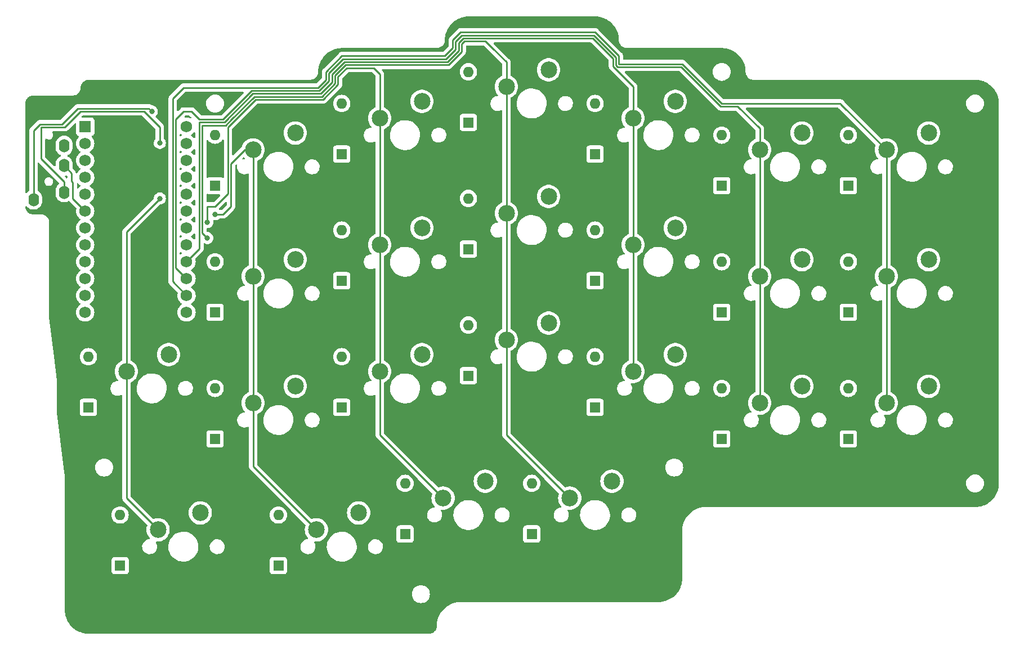
<source format=gbr>
%TF.GenerationSoftware,KiCad,Pcbnew,7.0.8*%
%TF.CreationDate,2023-11-03T19:22:55+09:00*%
%TF.ProjectId,scene46_right,7363656e-6534-4365-9f72-696768742e6b,rev?*%
%TF.SameCoordinates,Original*%
%TF.FileFunction,Copper,L2,Bot*%
%TF.FilePolarity,Positive*%
%FSLAX46Y46*%
G04 Gerber Fmt 4.6, Leading zero omitted, Abs format (unit mm)*
G04 Created by KiCad (PCBNEW 7.0.8) date 2023-11-03 19:22:55*
%MOMM*%
%LPD*%
G01*
G04 APERTURE LIST*
%TA.AperFunction,ComponentPad*%
%ADD10C,2.500000*%
%TD*%
%TA.AperFunction,ComponentPad*%
%ADD11O,1.600000X2.000000*%
%TD*%
%TA.AperFunction,ComponentPad*%
%ADD12R,1.752600X1.752600*%
%TD*%
%TA.AperFunction,ComponentPad*%
%ADD13C,1.752600*%
%TD*%
%TA.AperFunction,ComponentPad*%
%ADD14R,1.600000X1.600000*%
%TD*%
%TA.AperFunction,ComponentPad*%
%ADD15O,1.600000X1.600000*%
%TD*%
%TA.AperFunction,ViaPad*%
%ADD16C,0.800000*%
%TD*%
%TA.AperFunction,Conductor*%
%ADD17C,0.250000*%
%TD*%
G04 APERTURE END LIST*
D10*
%TO.P,S32,1,1*%
%TO.N,col_R3*%
X148669375Y-52228750D03*
%TO.P,S32,2,2*%
%TO.N,Net-(D32-A)*%
X155019375Y-49688750D03*
%TD*%
%TO.P,S35,1,1*%
%TO.N,col_R6*%
X205819375Y-61753750D03*
%TO.P,S35,2,2*%
%TO.N,Net-(D35-A)*%
X212169375Y-59213750D03*
%TD*%
%TO.P,S26,1,1*%
%TO.N,col_R3*%
X148669375Y-33178750D03*
%TO.P,S26,2,2*%
%TO.N,Net-(D26-A)*%
X155019375Y-30638750D03*
%TD*%
%TO.P,S39,1,1*%
%TO.N,col_R3*%
X148669375Y-71278750D03*
%TO.P,S39,2,2*%
%TO.N,Net-(D39-A)*%
X155019375Y-68738750D03*
%TD*%
%TO.P,S43,1,1*%
%TO.N,col_R0*%
X96281875Y-99853750D03*
%TO.P,S43,2,2*%
%TO.N,Net-(D43-A)*%
X102631875Y-97313750D03*
%TD*%
D11*
%TO.P,U4,1,SLEEVE*%
%TO.N,VCC_R*%
X77551250Y-50181250D03*
%TO.P,U4,2,TIP*%
%TO.N,GND_R*%
X82151250Y-49081250D03*
%TO.P,U4,3,RING1*%
%TO.N,SCL_R*%
X82151250Y-45081250D03*
%TO.P,U4,4,RING2*%
%TO.N,unconnected-(U4-RING2-Pad4)*%
X82151250Y-42081250D03*
%TD*%
D10*
%TO.P,S34,1,1*%
%TO.N,col_R5*%
X186769375Y-61753750D03*
%TO.P,S34,2,2*%
%TO.N,Net-(D34-A)*%
X193119375Y-59213750D03*
%TD*%
%TO.P,S30,1,1*%
%TO.N,col_R1*%
X110569375Y-61753750D03*
%TO.P,S30,2,2*%
%TO.N,Net-(D30-A)*%
X116919375Y-59213750D03*
%TD*%
%TO.P,S28,1,1*%
%TO.N,col_R5*%
X186769375Y-42703750D03*
%TO.P,S28,2,2*%
%TO.N,Net-(D28-A)*%
X193119375Y-40163750D03*
%TD*%
%TO.P,S45,1,1*%
%TO.N,col_R2*%
X139144375Y-95091250D03*
%TO.P,S45,2,2*%
%TO.N,Net-(D45-A)*%
X145494375Y-92551250D03*
%TD*%
%TO.P,S41,1,1*%
%TO.N,col_R5*%
X186769375Y-80803750D03*
%TO.P,S41,2,2*%
%TO.N,Net-(D41-A)*%
X193119375Y-78263750D03*
%TD*%
%TO.P,S29,1,1*%
%TO.N,col_R6*%
X205819375Y-42703750D03*
%TO.P,S29,2,2*%
%TO.N,Net-(D29-A)*%
X212169375Y-40163750D03*
%TD*%
%TO.P,S44,1,1*%
%TO.N,col_R1*%
X120094375Y-99853750D03*
%TO.P,S44,2,2*%
%TO.N,Net-(D44-A)*%
X126444375Y-97313750D03*
%TD*%
%TO.P,S46,1,1*%
%TO.N,col_R3*%
X158194375Y-95091250D03*
%TO.P,S46,2,2*%
%TO.N,Net-(D46-A)*%
X164544375Y-92551250D03*
%TD*%
%TO.P,S42,1,1*%
%TO.N,col_R6*%
X205819375Y-80803750D03*
%TO.P,S42,2,2*%
%TO.N,Net-(D42-A)*%
X212169375Y-78263750D03*
%TD*%
%TO.P,S40,1,1*%
%TO.N,col_R4*%
X167719375Y-76041250D03*
%TO.P,S40,2,2*%
%TO.N,Net-(D40-A)*%
X174069375Y-73501250D03*
%TD*%
%TO.P,S37,1,1*%
%TO.N,col_R1*%
X110569375Y-80803750D03*
%TO.P,S37,2,2*%
%TO.N,Net-(D37-A)*%
X116919375Y-78263750D03*
%TD*%
%TO.P,S24,1,1*%
%TO.N,col_R1*%
X110569375Y-42703750D03*
%TO.P,S24,2,2*%
%TO.N,Net-(D24-A)*%
X116919375Y-40163750D03*
%TD*%
%TO.P,S25,1,1*%
%TO.N,col_R2*%
X129619375Y-37941250D03*
%TO.P,S25,2,2*%
%TO.N,Net-(D25-A)*%
X135969375Y-35401250D03*
%TD*%
%TO.P,S33,1,1*%
%TO.N,col_R4*%
X167719375Y-56991250D03*
%TO.P,S33,2,2*%
%TO.N,Net-(D33-A)*%
X174069375Y-54451250D03*
%TD*%
%TO.P,S38,1,1*%
%TO.N,col_R2*%
X129619375Y-76041250D03*
%TO.P,S38,2,2*%
%TO.N,Net-(D38-A)*%
X135969375Y-73501250D03*
%TD*%
%TO.P,S36,1,1*%
%TO.N,col_R0*%
X91519375Y-76041250D03*
%TO.P,S36,2,2*%
%TO.N,Net-(D36-A)*%
X97869375Y-73501250D03*
%TD*%
%TO.P,S31,1,1*%
%TO.N,col_R2*%
X129619375Y-56991250D03*
%TO.P,S31,2,2*%
%TO.N,Net-(D31-A)*%
X135969375Y-54451250D03*
%TD*%
%TO.P,S27,1,1*%
%TO.N,col_R4*%
X167719375Y-37941250D03*
%TO.P,S27,2,2*%
%TO.N,Net-(D27-A)*%
X174069375Y-35401250D03*
%TD*%
D12*
%TO.P,U2,1,TX0/PD3*%
%TO.N,unconnected-(U2-TX0{slash}PD3-Pad1)*%
X85328125Y-39211250D03*
D13*
%TO.P,U2,2,RX1/PD2*%
%TO.N,unconnected-(U2-RX1{slash}PD2-Pad2)*%
X85328125Y-41751250D03*
%TO.P,U2,3,GND*%
%TO.N,unconnected-(U2-GND-Pad3)*%
X85328125Y-44291250D03*
%TO.P,U2,4,GND*%
%TO.N,unconnected-(U2-GND-Pad4)*%
X85328125Y-46831250D03*
%TO.P,U2,5,2/PD1*%
%TO.N,unconnected-(U2-2{slash}PD1-Pad5)*%
X85328125Y-49371250D03*
%TO.P,U2,6,3/PD0*%
%TO.N,SCL_R*%
X85328125Y-51911250D03*
%TO.P,U2,7,4/PD4*%
%TO.N,row_R0*%
X85328125Y-54451250D03*
%TO.P,U2,8,5/PC6*%
%TO.N,row_R1*%
X85328125Y-56991250D03*
%TO.P,U2,9,6/PD7*%
%TO.N,row_R2*%
X85328125Y-59531250D03*
%TO.P,U2,10,7/PE6*%
%TO.N,row_R3*%
X85328125Y-62071250D03*
%TO.P,U2,11,8/PB4*%
%TO.N,unconnected-(U2-8{slash}PB4-Pad11)*%
X85328125Y-64611250D03*
%TO.P,U2,12,9/PB5*%
%TO.N,unconnected-(U2-9{slash}PB5-Pad12)*%
X85328125Y-67151250D03*
%TO.P,U2,13,10/PB6*%
%TO.N,unconnected-(U2-10{slash}PB6-Pad13)*%
X100568125Y-67151250D03*
%TO.P,U2,14,16/PB2*%
%TO.N,col_R6*%
X100568125Y-64611250D03*
%TO.P,U2,15,14/PB3*%
%TO.N,col_R5*%
X100568125Y-62071250D03*
%TO.P,U2,16,15/PB1*%
%TO.N,col_R4*%
X100568125Y-59531250D03*
%TO.P,U2,17,A0/PF7*%
%TO.N,col_R3*%
X100568125Y-56991250D03*
%TO.P,U2,18,A1/PF6*%
%TO.N,col_R2*%
X100568125Y-54451250D03*
%TO.P,U2,19,A2/PF5*%
%TO.N,col_R1*%
X100568125Y-51911250D03*
%TO.P,U2,20,A3/PF4*%
%TO.N,col_R0*%
X100568125Y-49371250D03*
%TO.P,U2,21,VCC*%
%TO.N,VCC_R*%
X100568125Y-46831250D03*
%TO.P,U2,22,RST*%
%TO.N,unconnected-(U2-RST-Pad22)*%
X100568125Y-44291250D03*
%TO.P,U2,23,GND*%
%TO.N,GND_R*%
X100568125Y-41751250D03*
%TO.P,U2,24,RAW*%
%TO.N,unconnected-(U2-RAW-Pad24)*%
X100568125Y-39211250D03*
%TD*%
D14*
%TO.P,D44,1,K*%
%TO.N,row_R3*%
X114379375Y-105251250D03*
D15*
%TO.P,D44,2,A*%
%TO.N,Net-(D44-A)*%
X114379375Y-97631250D03*
%TD*%
D14*
%TO.P,D26,1,K*%
%TO.N,row_R0*%
X142954375Y-38576250D03*
D15*
%TO.P,D26,2,A*%
%TO.N,Net-(D26-A)*%
X142954375Y-30956250D03*
%TD*%
D14*
%TO.P,D28,1,K*%
%TO.N,row_R0*%
X181054375Y-48101250D03*
D15*
%TO.P,D28,2,A*%
%TO.N,Net-(D28-A)*%
X181054375Y-40481250D03*
%TD*%
D14*
%TO.P,D25,1,K*%
%TO.N,row_R0*%
X123904375Y-43338750D03*
D15*
%TO.P,D25,2,A*%
%TO.N,Net-(D25-A)*%
X123904375Y-35718750D03*
%TD*%
D14*
%TO.P,D35,1,K*%
%TO.N,row_R1*%
X200104375Y-67151250D03*
D15*
%TO.P,D35,2,A*%
%TO.N,Net-(D35-A)*%
X200104375Y-59531250D03*
%TD*%
D14*
%TO.P,D27,1,K*%
%TO.N,row_R0*%
X162004375Y-43338750D03*
D15*
%TO.P,D27,2,A*%
%TO.N,Net-(D27-A)*%
X162004375Y-35718750D03*
%TD*%
D14*
%TO.P,D34,1,K*%
%TO.N,row_R1*%
X181054375Y-67151250D03*
D15*
%TO.P,D34,2,A*%
%TO.N,Net-(D34-A)*%
X181054375Y-59531250D03*
%TD*%
D14*
%TO.P,D45,1,K*%
%TO.N,row_R3*%
X133429375Y-100488750D03*
D15*
%TO.P,D45,2,A*%
%TO.N,Net-(D45-A)*%
X133429375Y-92868750D03*
%TD*%
D14*
%TO.P,D39,1,K*%
%TO.N,row_R2*%
X142954375Y-76676250D03*
D15*
%TO.P,D39,2,A*%
%TO.N,Net-(D39-A)*%
X142954375Y-69056250D03*
%TD*%
D14*
%TO.P,D37,1,K*%
%TO.N,row_R2*%
X104854375Y-86201250D03*
D15*
%TO.P,D37,2,A*%
%TO.N,Net-(D37-A)*%
X104854375Y-78581250D03*
%TD*%
D14*
%TO.P,D46,1,K*%
%TO.N,row_R3*%
X152479375Y-100488750D03*
D15*
%TO.P,D46,2,A*%
%TO.N,Net-(D46-A)*%
X152479375Y-92868750D03*
%TD*%
D14*
%TO.P,D40,1,K*%
%TO.N,row_R2*%
X162004375Y-81438750D03*
D15*
%TO.P,D40,2,A*%
%TO.N,Net-(D40-A)*%
X162004375Y-73818750D03*
%TD*%
D14*
%TO.P,D31,1,K*%
%TO.N,row_R1*%
X123904375Y-62388750D03*
D15*
%TO.P,D31,2,A*%
%TO.N,Net-(D31-A)*%
X123904375Y-54768750D03*
%TD*%
D14*
%TO.P,D42,1,K*%
%TO.N,row_R2*%
X200104375Y-86201250D03*
D15*
%TO.P,D42,2,A*%
%TO.N,Net-(D42-A)*%
X200104375Y-78581250D03*
%TD*%
D14*
%TO.P,D36,1,K*%
%TO.N,row_R2*%
X85804375Y-81438750D03*
D15*
%TO.P,D36,2,A*%
%TO.N,Net-(D36-A)*%
X85804375Y-73818750D03*
%TD*%
D14*
%TO.P,D33,1,K*%
%TO.N,row_R1*%
X162004375Y-62388750D03*
D15*
%TO.P,D33,2,A*%
%TO.N,Net-(D33-A)*%
X162004375Y-54768750D03*
%TD*%
D14*
%TO.P,D30,1,K*%
%TO.N,row_R1*%
X104854375Y-67151250D03*
D15*
%TO.P,D30,2,A*%
%TO.N,Net-(D30-A)*%
X104854375Y-59531250D03*
%TD*%
D14*
%TO.P,D38,1,K*%
%TO.N,row_R2*%
X123904375Y-81438750D03*
D15*
%TO.P,D38,2,A*%
%TO.N,Net-(D38-A)*%
X123904375Y-73818750D03*
%TD*%
D14*
%TO.P,D32,1,K*%
%TO.N,row_R1*%
X142954375Y-57626250D03*
D15*
%TO.P,D32,2,A*%
%TO.N,Net-(D32-A)*%
X142954375Y-50006250D03*
%TD*%
D14*
%TO.P,D41,1,K*%
%TO.N,row_R2*%
X181054375Y-86201250D03*
D15*
%TO.P,D41,2,A*%
%TO.N,Net-(D41-A)*%
X181054375Y-78581250D03*
%TD*%
D14*
%TO.P,D43,1,K*%
%TO.N,row_R3*%
X90566875Y-105251250D03*
D15*
%TO.P,D43,2,A*%
%TO.N,Net-(D43-A)*%
X90566875Y-97631250D03*
%TD*%
D14*
%TO.P,D24,1,K*%
%TO.N,row_R0*%
X104854375Y-48101250D03*
D15*
%TO.P,D24,2,A*%
%TO.N,Net-(D24-A)*%
X104854375Y-40481250D03*
%TD*%
D14*
%TO.P,D29,1,K*%
%TO.N,row_R0*%
X200104375Y-48101250D03*
D15*
%TO.P,D29,2,A*%
%TO.N,Net-(D29-A)*%
X200104375Y-40481250D03*
%TD*%
D16*
%TO.N,col_R1*%
X104877888Y-52387500D03*
%TO.N,col_R2*%
X103687263Y-53578125D03*
%TO.N,col_R3*%
X103687263Y-55959375D03*
%TO.N,col_R0*%
X96543513Y-50006250D03*
%TO.N,VCC_R*%
X95352888Y-36909375D03*
%TO.N,GND_R*%
X96543513Y-41671875D03*
%TD*%
D17*
%TO.N,col_R1*%
X107259138Y-51196875D02*
X106068513Y-52387500D01*
X110569375Y-42703750D02*
X109319375Y-42703750D01*
X107259138Y-45243750D02*
X107259138Y-51196875D01*
X120094375Y-99853750D02*
X110569375Y-90328750D01*
X110569375Y-42703750D02*
X110569375Y-80803750D01*
X109319375Y-42703750D02*
X107259138Y-44763987D01*
X110569375Y-90328750D02*
X110569375Y-80803750D01*
X107259138Y-44763987D02*
X107259138Y-45243750D01*
X106068513Y-52387500D02*
X104877888Y-52387500D01*
%TO.N,col_R2*%
X129619375Y-31303987D02*
X128690388Y-30375000D01*
X129619375Y-37941250D02*
X129619375Y-76041250D01*
X110940201Y-35137500D02*
X109404357Y-36673344D01*
X106809138Y-39268563D02*
X106809138Y-49265625D01*
X139144375Y-95091250D02*
X129619375Y-85566250D01*
X116784138Y-35137500D02*
X112021638Y-35137500D01*
X106809138Y-49265625D02*
X104877888Y-51196875D01*
X124673472Y-30375000D02*
X123346638Y-31701834D01*
X128690388Y-30375000D02*
X124673472Y-30375000D01*
X109404357Y-36673344D02*
X106809138Y-39268563D01*
X123346638Y-32892459D02*
X121101597Y-35137500D01*
X112021638Y-35137500D02*
X110940201Y-35137500D01*
X103687263Y-51196875D02*
X103687263Y-53578125D01*
X104877888Y-51196875D02*
X103687263Y-51196875D01*
X129619375Y-85566250D02*
X129619375Y-76041250D01*
X121101597Y-35137500D02*
X116784138Y-35137500D01*
X129619375Y-37941250D02*
X129619375Y-31303987D01*
X123346638Y-31701834D02*
X123346638Y-32892459D01*
%TO.N,col_R3*%
X148669375Y-33178750D02*
X148669375Y-29503987D01*
X107300221Y-38141084D02*
X106441305Y-39000000D01*
X146549763Y-27384375D02*
X145518513Y-26353125D01*
X110753805Y-34687500D02*
X107300221Y-38141084D01*
X139592409Y-29925000D02*
X125118513Y-29925000D01*
X148669375Y-33178750D02*
X148669375Y-71278750D01*
X122896638Y-32706063D02*
X120915201Y-34687500D01*
X102946638Y-39000000D02*
X102946638Y-55218750D01*
X139965201Y-29925000D02*
X139592409Y-29925000D01*
X141946638Y-27943563D02*
X139965201Y-29925000D01*
X148669375Y-29503987D02*
X146549763Y-27384375D01*
X148669375Y-85566250D02*
X148669375Y-71278750D01*
X124487076Y-29925000D02*
X122896638Y-31515438D01*
X125118513Y-29925000D02*
X124487076Y-29925000D01*
X120915201Y-34687500D02*
X115593513Y-34687500D01*
X145518513Y-26353125D02*
X142346451Y-26353125D01*
X102946638Y-55218750D02*
X103687263Y-55959375D01*
X158194375Y-95091250D02*
X148669375Y-85566250D01*
X141946638Y-26752938D02*
X141946638Y-27943563D01*
X122896638Y-31515438D02*
X122896638Y-32706063D01*
X106441305Y-39000000D02*
X102946638Y-39000000D01*
X142346451Y-26353125D02*
X141946638Y-26752938D01*
X115593513Y-34687500D02*
X110753805Y-34687500D01*
%TO.N,col_R4*%
X122446638Y-31329042D02*
X122446638Y-32519667D01*
X167719375Y-33158029D02*
X164699763Y-30138417D01*
X164699763Y-28947792D02*
X161655096Y-25903125D01*
X161655096Y-25903125D02*
X142160055Y-25903125D01*
X164699763Y-30138417D02*
X164699763Y-28947792D01*
X142160055Y-25903125D02*
X141496638Y-26566542D01*
X141496638Y-27757167D02*
X139778805Y-29475000D01*
X110567409Y-34237500D02*
X106254909Y-38550000D01*
X120728805Y-34237500D02*
X110567409Y-34237500D01*
X102496638Y-57602737D02*
X100568125Y-59531250D01*
X139778805Y-29475000D02*
X124300680Y-29475000D01*
X122446638Y-32519667D02*
X120728805Y-34237500D01*
X102496638Y-38550000D02*
X102496638Y-57602737D01*
X167719375Y-37941250D02*
X167719375Y-33158029D01*
X141496638Y-26566542D02*
X141496638Y-27757167D01*
X167719375Y-37941250D02*
X167719375Y-76041250D01*
X124300680Y-29475000D02*
X122446638Y-31329042D01*
X106254909Y-38550000D02*
X102496638Y-38550000D01*
%TO.N,col_R5*%
X141046638Y-26380146D02*
X141046638Y-27570771D01*
X161841492Y-25453125D02*
X141973659Y-25453125D01*
X100115388Y-36909375D02*
X98924763Y-38100000D01*
X186769375Y-42703750D02*
X186769375Y-39478987D01*
X165149763Y-28761396D02*
X161841492Y-25453125D01*
X180891492Y-36168750D02*
X174938367Y-30215625D01*
X186769375Y-39478987D02*
X183459138Y-36168750D01*
X110381013Y-33787500D02*
X106068513Y-38100000D01*
X106068513Y-38100000D02*
X102496638Y-38100000D01*
X101306013Y-36909375D02*
X100115388Y-36909375D01*
X174938367Y-30215625D02*
X165413367Y-30215625D01*
X102496638Y-38100000D02*
X101306013Y-36909375D01*
X121996638Y-32333271D02*
X120542409Y-33787500D01*
X186769375Y-42703750D02*
X186769375Y-80803750D01*
X120542409Y-33787500D02*
X110381013Y-33787500D01*
X139592409Y-29025000D02*
X124114284Y-29025000D01*
X141046638Y-27570771D02*
X139592409Y-29025000D01*
X124114284Y-29025000D02*
X121996638Y-31142646D01*
X141973659Y-25453125D02*
X141046638Y-26380146D01*
X165413367Y-30215625D02*
X165149763Y-29952021D01*
X98924763Y-60427888D02*
X100568125Y-62071250D01*
X165149763Y-29952021D02*
X165149763Y-28761396D01*
X98924763Y-38100000D02*
X98924763Y-60427888D01*
X183459138Y-36168750D02*
X180891492Y-36168750D01*
X121996638Y-31142646D02*
X121996638Y-32333271D01*
%TO.N,col_R6*%
X205819375Y-42703750D02*
X198937263Y-35821638D01*
X198937263Y-35718750D02*
X181077888Y-35718750D01*
X181077888Y-35718750D02*
X175124763Y-29765625D01*
X175124763Y-29765625D02*
X165599763Y-29765625D01*
X165599763Y-29765625D02*
X165599763Y-28575000D01*
X162027888Y-25003125D02*
X141787263Y-25003125D01*
X139406013Y-28575000D02*
X123927888Y-28575000D01*
X140596638Y-26193750D02*
X140596638Y-27384375D01*
X98474763Y-34978125D02*
X98474763Y-62517888D01*
X123927888Y-28575000D02*
X121546638Y-30956250D01*
X120356013Y-33337500D02*
X100115388Y-33337500D01*
X100115388Y-33337500D02*
X98474763Y-34978125D01*
X165599763Y-28575000D02*
X162027888Y-25003125D01*
X98474763Y-62517888D02*
X100568125Y-64611250D01*
X140596638Y-27384375D02*
X139406013Y-28575000D01*
X198937263Y-35821638D02*
X198937263Y-35718750D01*
X121546638Y-32146875D02*
X120356013Y-33337500D01*
X205819375Y-42703750D02*
X205819375Y-80803750D01*
X121546638Y-30956250D02*
X121546638Y-32146875D01*
X141787263Y-25003125D02*
X140596638Y-26193750D01*
%TO.N,col_R0*%
X91519375Y-95091250D02*
X91519375Y-76041250D01*
X96281875Y-99853750D02*
X91519375Y-95091250D01*
X91519375Y-76041250D02*
X91519375Y-55030388D01*
X91519375Y-55030388D02*
X96543513Y-50006250D01*
%TO.N,SCL_R*%
X82151250Y-45081250D02*
X83276250Y-46206250D01*
X83276250Y-46206250D02*
X83276250Y-47454612D01*
X83446638Y-47625000D02*
X83446638Y-50029763D01*
X83276250Y-47454612D02*
X83446638Y-47625000D01*
X83446638Y-50029763D02*
X85328125Y-51911250D01*
%TO.N,VCC_R*%
X81806013Y-38840625D02*
X84187263Y-36459375D01*
X77551250Y-39787117D02*
X78497742Y-38840625D01*
X77551250Y-50181250D02*
X77551250Y-39787117D01*
X94902888Y-36459375D02*
X95352888Y-36909375D01*
X78497742Y-38840625D02*
X81806013Y-38840625D01*
X84187263Y-36459375D02*
X94902888Y-36459375D01*
%TO.N,GND_R*%
X82151250Y-47520237D02*
X78684138Y-44053125D01*
X82256013Y-39290625D02*
X84637263Y-36909375D01*
X78684138Y-39290625D02*
X82256013Y-39290625D01*
X84637263Y-36909375D02*
X94162263Y-36909375D01*
X78684138Y-44053125D02*
X78684138Y-39290625D01*
X82151250Y-49081250D02*
X82151250Y-47520237D01*
X96543513Y-39290625D02*
X96543513Y-41671875D01*
X94162263Y-36909375D02*
X96543513Y-39290625D01*
%TD*%
%TA.AperFunction,NonConductor*%
G36*
X83870659Y-38663082D02*
G01*
X83926592Y-38704954D01*
X83951009Y-38770418D01*
X83951325Y-38779264D01*
X83951325Y-40135420D01*
X83951326Y-40135426D01*
X83957733Y-40195033D01*
X84008027Y-40329878D01*
X84008031Y-40329885D01*
X84094277Y-40445094D01*
X84094280Y-40445097D01*
X84209489Y-40531343D01*
X84209496Y-40531347D01*
X84312308Y-40569693D01*
X84368241Y-40611564D01*
X84392659Y-40677028D01*
X84377808Y-40745301D01*
X84360205Y-40769858D01*
X84237909Y-40902705D01*
X84113114Y-41093720D01*
X84021460Y-41302672D01*
X83965448Y-41523858D01*
X83965446Y-41523866D01*
X83946606Y-41751244D01*
X83946606Y-41751255D01*
X83965446Y-41978633D01*
X83965448Y-41978641D01*
X84021460Y-42199827D01*
X84113114Y-42408779D01*
X84237912Y-42599798D01*
X84392444Y-42767663D01*
X84392448Y-42767667D01*
X84572504Y-42907810D01*
X84572508Y-42907812D01*
X84580608Y-42912196D01*
X84630198Y-42961416D01*
X84645305Y-43029633D01*
X84621133Y-43095189D01*
X84580608Y-43130304D01*
X84572508Y-43134687D01*
X84572504Y-43134689D01*
X84392448Y-43274832D01*
X84392444Y-43274836D01*
X84237912Y-43442701D01*
X84113114Y-43633720D01*
X84021460Y-43842672D01*
X83965448Y-44063858D01*
X83965446Y-44063866D01*
X83946606Y-44291244D01*
X83946606Y-44291255D01*
X83965446Y-44518633D01*
X83965448Y-44518641D01*
X84021460Y-44739827D01*
X84113114Y-44948779D01*
X84237912Y-45139798D01*
X84392444Y-45307663D01*
X84392448Y-45307667D01*
X84572504Y-45447810D01*
X84572508Y-45447812D01*
X84580608Y-45452196D01*
X84630198Y-45501416D01*
X84645305Y-45569633D01*
X84621133Y-45635189D01*
X84580608Y-45670304D01*
X84572508Y-45674687D01*
X84572504Y-45674689D01*
X84392448Y-45814832D01*
X84392444Y-45814836D01*
X84237912Y-45982701D01*
X84125128Y-46155332D01*
X84071982Y-46200689D01*
X84002750Y-46210113D01*
X83939414Y-46180611D01*
X83902083Y-46121551D01*
X83899142Y-46108254D01*
X83893372Y-46088394D01*
X83889424Y-46069334D01*
X83886914Y-46049458D01*
X83869757Y-46006125D01*
X83867869Y-46000609D01*
X83854869Y-45955862D01*
X83844668Y-45938613D01*
X83836110Y-45921144D01*
X83828736Y-45902518D01*
X83828733Y-45902514D01*
X83828733Y-45902513D01*
X83801348Y-45864821D01*
X83798140Y-45859937D01*
X83774422Y-45819832D01*
X83774413Y-45819821D01*
X83760255Y-45805663D01*
X83747620Y-45790870D01*
X83735843Y-45774662D01*
X83699943Y-45744963D01*
X83695631Y-45741040D01*
X83479834Y-45525243D01*
X83446349Y-45463920D01*
X83443987Y-45426758D01*
X83451750Y-45338034D01*
X83451750Y-44824466D01*
X83436885Y-44654558D01*
X83377989Y-44434754D01*
X83281818Y-44228516D01*
X83151297Y-44042111D01*
X83151295Y-44042108D01*
X82990391Y-43881204D01*
X82803984Y-43750682D01*
X82803982Y-43750681D01*
X82782946Y-43740872D01*
X82681639Y-43693631D01*
X82629201Y-43647460D01*
X82610049Y-43580266D01*
X82630265Y-43513385D01*
X82681639Y-43468868D01*
X82803984Y-43411818D01*
X82990389Y-43281297D01*
X83151297Y-43120389D01*
X83281818Y-42933984D01*
X83377989Y-42727746D01*
X83436885Y-42507942D01*
X83451750Y-42338034D01*
X83451750Y-41824466D01*
X83436885Y-41654558D01*
X83377989Y-41434754D01*
X83281818Y-41228516D01*
X83152782Y-41044232D01*
X83151295Y-41042108D01*
X82990391Y-40881204D01*
X82803984Y-40750682D01*
X82803982Y-40750681D01*
X82597747Y-40654511D01*
X82597738Y-40654508D01*
X82377947Y-40595616D01*
X82377943Y-40595615D01*
X82377942Y-40595615D01*
X82377941Y-40595614D01*
X82377936Y-40595614D01*
X82151252Y-40575782D01*
X82151248Y-40575782D01*
X81924563Y-40595614D01*
X81924552Y-40595616D01*
X81704761Y-40654508D01*
X81704752Y-40654511D01*
X81498517Y-40750681D01*
X81498515Y-40750682D01*
X81312108Y-40881204D01*
X81151204Y-41042108D01*
X81020682Y-41228515D01*
X81020681Y-41228517D01*
X80924511Y-41434752D01*
X80924508Y-41434761D01*
X80865616Y-41654552D01*
X80865614Y-41654562D01*
X80850750Y-41824466D01*
X80850750Y-42338034D01*
X80865614Y-42507937D01*
X80865616Y-42507947D01*
X80924508Y-42727738D01*
X80924511Y-42727747D01*
X81020681Y-42933982D01*
X81020682Y-42933984D01*
X81151204Y-43120391D01*
X81312108Y-43281295D01*
X81312111Y-43281297D01*
X81498516Y-43411818D01*
X81564749Y-43442703D01*
X81620859Y-43468868D01*
X81673298Y-43515041D01*
X81692450Y-43582234D01*
X81672234Y-43649115D01*
X81620859Y-43693632D01*
X81498517Y-43750681D01*
X81498515Y-43750682D01*
X81312108Y-43881204D01*
X81151204Y-44042108D01*
X81020682Y-44228515D01*
X81020681Y-44228517D01*
X80924511Y-44434752D01*
X80924508Y-44434761D01*
X80865616Y-44654552D01*
X80865614Y-44654562D01*
X80850750Y-44824466D01*
X80850750Y-45035784D01*
X80831065Y-45102823D01*
X80778261Y-45148578D01*
X80709103Y-45158522D01*
X80645547Y-45129497D01*
X80639069Y-45123465D01*
X79345957Y-43830353D01*
X79312472Y-43769030D01*
X79309638Y-43742672D01*
X79309638Y-41135488D01*
X79329323Y-41068449D01*
X79382127Y-41022694D01*
X79451285Y-41012750D01*
X79493372Y-41026824D01*
X79609882Y-41090877D01*
X79769073Y-41131750D01*
X79769077Y-41131750D01*
X79892173Y-41131750D01*
X79892175Y-41131750D01*
X79892180Y-41131749D01*
X79892184Y-41131749D01*
X79905424Y-41130076D01*
X80014308Y-41116321D01*
X80167121Y-41055818D01*
X80179864Y-41046560D01*
X80300085Y-40959215D01*
X80300085Y-40959213D01*
X80300087Y-40959213D01*
X80404850Y-40832576D01*
X80474829Y-40683863D01*
X80505626Y-40522420D01*
X80495306Y-40358390D01*
X80444518Y-40202079D01*
X80444515Y-40202074D01*
X80383905Y-40106568D01*
X80364603Y-40039417D01*
X80384670Y-39972491D01*
X80437734Y-39927038D01*
X80488601Y-39916125D01*
X82173270Y-39916125D01*
X82188890Y-39917849D01*
X82188917Y-39917564D01*
X82196673Y-39918296D01*
X82196680Y-39918298D01*
X82265827Y-39916125D01*
X82295363Y-39916125D01*
X82302241Y-39915255D01*
X82308054Y-39914797D01*
X82354640Y-39913334D01*
X82373882Y-39907742D01*
X82392925Y-39903799D01*
X82412805Y-39901289D01*
X82456135Y-39884132D01*
X82461659Y-39882242D01*
X82465409Y-39881152D01*
X82506403Y-39869243D01*
X82523642Y-39859047D01*
X82541116Y-39850487D01*
X82559740Y-39843113D01*
X82559740Y-39843112D01*
X82559745Y-39843111D01*
X82597462Y-39815707D01*
X82602318Y-39812517D01*
X82642433Y-39788795D01*
X82656602Y-39774624D01*
X82671392Y-39761993D01*
X82687600Y-39750219D01*
X82717312Y-39714301D01*
X82721225Y-39710001D01*
X83739645Y-38691582D01*
X83800967Y-38658098D01*
X83870659Y-38663082D01*
G37*
%TD.AperFunction*%
%TA.AperFunction,NonConductor*%
G36*
X82564506Y-46537274D02*
G01*
X82622369Y-46576436D01*
X82649873Y-46640665D01*
X82650750Y-46655386D01*
X82650750Y-46835784D01*
X82631065Y-46902823D01*
X82578261Y-46948578D01*
X82509103Y-46958522D01*
X82445547Y-46929497D01*
X82439069Y-46923465D01*
X82294290Y-46778686D01*
X82260805Y-46717363D01*
X82265789Y-46647671D01*
X82307661Y-46591738D01*
X82371168Y-46567477D01*
X82377942Y-46566885D01*
X82494658Y-46535611D01*
X82564506Y-46537274D01*
G37*
%TD.AperFunction*%
%TA.AperFunction,NonConductor*%
G36*
X84277341Y-47723789D02*
G01*
X84287357Y-47733508D01*
X84392448Y-47847667D01*
X84458645Y-47899190D01*
X84572504Y-47987810D01*
X84572508Y-47987812D01*
X84580608Y-47992196D01*
X84630198Y-48041416D01*
X84645305Y-48109633D01*
X84621133Y-48175189D01*
X84580608Y-48210304D01*
X84572508Y-48214687D01*
X84572504Y-48214689D01*
X84392448Y-48354832D01*
X84392444Y-48354836D01*
X84287367Y-48468980D01*
X84227480Y-48504971D01*
X84157642Y-48502870D01*
X84100026Y-48463346D01*
X84072925Y-48398946D01*
X84072138Y-48384997D01*
X84072138Y-47817502D01*
X84091823Y-47750463D01*
X84144627Y-47704708D01*
X84213785Y-47694764D01*
X84277341Y-47723789D01*
G37*
%TD.AperFunction*%
%TA.AperFunction,NonConductor*%
G36*
X162029401Y-22622450D02*
G01*
X162078865Y-22624879D01*
X162180504Y-22629872D01*
X162381789Y-22640421D01*
X162387580Y-22641000D01*
X162559254Y-22666465D01*
X162739987Y-22695091D01*
X162745303Y-22696175D01*
X162917388Y-22739280D01*
X163090768Y-22785738D01*
X163095605Y-22787248D01*
X163204163Y-22826091D01*
X163264212Y-22847577D01*
X163430539Y-22911423D01*
X163434817Y-22913254D01*
X163534534Y-22960416D01*
X163597640Y-22990263D01*
X163755846Y-23070873D01*
X163759523Y-23072910D01*
X163836267Y-23118908D01*
X163914581Y-23165849D01*
X164063265Y-23262407D01*
X164066431Y-23264606D01*
X164211978Y-23372550D01*
X164349735Y-23484105D01*
X164352355Y-23486349D01*
X164485720Y-23607225D01*
X164487925Y-23609324D01*
X164612311Y-23733711D01*
X164614399Y-23735904D01*
X164660187Y-23786424D01*
X164735271Y-23869269D01*
X164737515Y-23871888D01*
X164849073Y-24009652D01*
X164957010Y-24155190D01*
X164959210Y-24158357D01*
X165055774Y-24307056D01*
X165148696Y-24462091D01*
X165150760Y-24465819D01*
X165231356Y-24624000D01*
X165308361Y-24786818D01*
X165310196Y-24791109D01*
X165374025Y-24957394D01*
X165385263Y-24988803D01*
X165434365Y-25126040D01*
X165435877Y-25130882D01*
X165482324Y-25304229D01*
X165525423Y-25476297D01*
X165526518Y-25481665D01*
X165555146Y-25662424D01*
X165580600Y-25834041D01*
X165581186Y-25839890D01*
X165591416Y-26034751D01*
X165599150Y-26192237D01*
X165599225Y-26195276D01*
X165599228Y-26287490D01*
X165599229Y-26287494D01*
X165628566Y-26472674D01*
X165657432Y-26561505D01*
X165686508Y-26650985D01*
X165771628Y-26818031D01*
X165771631Y-26818036D01*
X165881813Y-26969683D01*
X165881837Y-26969715D01*
X166014414Y-27102288D01*
X166014417Y-27102290D01*
X166014420Y-27102293D01*
X166166035Y-27212444D01*
X166166097Y-27212489D01*
X166333151Y-27297606D01*
X166511463Y-27355543D01*
X166696644Y-27384874D01*
X166765622Y-27384874D01*
X166765626Y-27384875D01*
X166790289Y-27384875D01*
X166790388Y-27384875D01*
X166790888Y-27384875D01*
X181076359Y-27384875D01*
X181079401Y-27384950D01*
X181128865Y-27387379D01*
X181230504Y-27392372D01*
X181431789Y-27402921D01*
X181437580Y-27403500D01*
X181609254Y-27428965D01*
X181789987Y-27457591D01*
X181795303Y-27458675D01*
X181967388Y-27501780D01*
X182140768Y-27548238D01*
X182145605Y-27549748D01*
X182254163Y-27588591D01*
X182314212Y-27610077D01*
X182480539Y-27673923D01*
X182484817Y-27675754D01*
X182584534Y-27722916D01*
X182647640Y-27752763D01*
X182805846Y-27833373D01*
X182809523Y-27835410D01*
X182886267Y-27881408D01*
X182964581Y-27928349D01*
X183113265Y-28024907D01*
X183116431Y-28027106D01*
X183261978Y-28135050D01*
X183399735Y-28246605D01*
X183402355Y-28248849D01*
X183535720Y-28369725D01*
X183537925Y-28371824D01*
X183662311Y-28496211D01*
X183664399Y-28498404D01*
X183691928Y-28528778D01*
X183785271Y-28631769D01*
X183787515Y-28634388D01*
X183899073Y-28772152D01*
X184007010Y-28917690D01*
X184009210Y-28920857D01*
X184105774Y-29069556D01*
X184198696Y-29224591D01*
X184200760Y-29228319D01*
X184281356Y-29386500D01*
X184358361Y-29549318D01*
X184360196Y-29553609D01*
X184424025Y-29719894D01*
X184435263Y-29751303D01*
X184484365Y-29888540D01*
X184485877Y-29893382D01*
X184532324Y-30066729D01*
X184575423Y-30238797D01*
X184576518Y-30244165D01*
X184605146Y-30424924D01*
X184630600Y-30596541D01*
X184631186Y-30602390D01*
X184641416Y-30797251D01*
X184649150Y-30954737D01*
X184649225Y-30957776D01*
X184649228Y-31049990D01*
X184656889Y-31098345D01*
X184678566Y-31235174D01*
X184707432Y-31324005D01*
X184736508Y-31413485D01*
X184821628Y-31580531D01*
X184821631Y-31580536D01*
X184931813Y-31732183D01*
X184931837Y-31732215D01*
X185064414Y-31864788D01*
X185064417Y-31864790D01*
X185064420Y-31864793D01*
X185216035Y-31974944D01*
X185216097Y-31974989D01*
X185383151Y-32060106D01*
X185561463Y-32118043D01*
X185746644Y-32147374D01*
X185815622Y-32147374D01*
X185815626Y-32147375D01*
X185840289Y-32147375D01*
X185840388Y-32147375D01*
X185840888Y-32147375D01*
X219176359Y-32147375D01*
X219179401Y-32147450D01*
X219228865Y-32149879D01*
X219330504Y-32154872D01*
X219531789Y-32165421D01*
X219537580Y-32166000D01*
X219709254Y-32191465D01*
X219889987Y-32220091D01*
X219895303Y-32221175D01*
X220057160Y-32261718D01*
X220067388Y-32264280D01*
X220240768Y-32310738D01*
X220245605Y-32312248D01*
X220325192Y-32340725D01*
X220414212Y-32372577D01*
X220580539Y-32436423D01*
X220584817Y-32438254D01*
X220684635Y-32485464D01*
X220747640Y-32515263D01*
X220905846Y-32595873D01*
X220909523Y-32597910D01*
X220976341Y-32637959D01*
X221064581Y-32690849D01*
X221213265Y-32787407D01*
X221216431Y-32789606D01*
X221361978Y-32897550D01*
X221499735Y-33009105D01*
X221502355Y-33011349D01*
X221635720Y-33132225D01*
X221637925Y-33134324D01*
X221762311Y-33258711D01*
X221764399Y-33260904D01*
X221782345Y-33280705D01*
X221885271Y-33394269D01*
X221887515Y-33396888D01*
X221999073Y-33534652D01*
X222107010Y-33680190D01*
X222109210Y-33683357D01*
X222205774Y-33832056D01*
X222298696Y-33987091D01*
X222300760Y-33990819D01*
X222381356Y-34149000D01*
X222458361Y-34311818D01*
X222460196Y-34316109D01*
X222524031Y-34482411D01*
X222540544Y-34528562D01*
X222584365Y-34651040D01*
X222585877Y-34655882D01*
X222632324Y-34829229D01*
X222652075Y-34908083D01*
X222664658Y-34958321D01*
X222675423Y-35001297D01*
X222676518Y-35006665D01*
X222705146Y-35187424D01*
X222730600Y-35359041D01*
X222731186Y-35364890D01*
X222741416Y-35559751D01*
X222749188Y-35717999D01*
X222749263Y-35721041D01*
X222749263Y-92867217D01*
X222749188Y-92870261D01*
X222741772Y-93021183D01*
X222731212Y-93222615D01*
X222730626Y-93228470D01*
X222705164Y-93400109D01*
X222676540Y-93580810D01*
X222675445Y-93586177D01*
X222632343Y-93758247D01*
X222585889Y-93931606D01*
X222584377Y-93936449D01*
X222524044Y-94105062D01*
X222460195Y-94271389D01*
X222458360Y-94275680D01*
X222381362Y-94438474D01*
X222300758Y-94596661D01*
X222298694Y-94600388D01*
X222205776Y-94755412D01*
X222109203Y-94904116D01*
X222107005Y-94907282D01*
X221999069Y-95052815D01*
X221887506Y-95190579D01*
X221885262Y-95193198D01*
X221764384Y-95326564D01*
X221762285Y-95328769D01*
X221637920Y-95453131D01*
X221635716Y-95455230D01*
X221502363Y-95576093D01*
X221499744Y-95578337D01*
X221361963Y-95689909D01*
X221216427Y-95797843D01*
X221213261Y-95800042D01*
X221064565Y-95896605D01*
X220909535Y-95989525D01*
X220905807Y-95991589D01*
X220747614Y-96072191D01*
X220584818Y-96149185D01*
X220580528Y-96151020D01*
X220414232Y-96214856D01*
X220245584Y-96275197D01*
X220240742Y-96276710D01*
X220067383Y-96323160D01*
X219895326Y-96366257D01*
X219889958Y-96367352D01*
X219709180Y-96395983D01*
X219537579Y-96421436D01*
X219531734Y-96422022D01*
X219340916Y-96432054D01*
X219215406Y-96438219D01*
X219178150Y-96440050D01*
X219175112Y-96440125D01*
X178684677Y-96440125D01*
X178684283Y-96440163D01*
X178521144Y-96440165D01*
X178171832Y-96474575D01*
X178171822Y-96474577D01*
X177827590Y-96543053D01*
X177827575Y-96543056D01*
X177491707Y-96644945D01*
X177167436Y-96779265D01*
X177167430Y-96779268D01*
X176857883Y-96944725D01*
X176857873Y-96944731D01*
X176566042Y-97139726D01*
X176566038Y-97139729D01*
X176294720Y-97362392D01*
X176046522Y-97610588D01*
X175823850Y-97881909D01*
X175628857Y-98173729D01*
X175628844Y-98173750D01*
X175463388Y-98483287D01*
X175463380Y-98483303D01*
X175329060Y-98807566D01*
X175227165Y-99143443D01*
X175227164Y-99143445D01*
X175158681Y-99487691D01*
X175124267Y-99837006D01*
X175124263Y-100012400D01*
X175124263Y-107154717D01*
X175124188Y-107157761D01*
X175116772Y-107308683D01*
X175106212Y-107510115D01*
X175105626Y-107515970D01*
X175080164Y-107687609D01*
X175051540Y-107868310D01*
X175050445Y-107873677D01*
X175007343Y-108045747D01*
X174960889Y-108219106D01*
X174959377Y-108223949D01*
X174899044Y-108392562D01*
X174835195Y-108558889D01*
X174833360Y-108563180D01*
X174756362Y-108725974D01*
X174675758Y-108884161D01*
X174673694Y-108887888D01*
X174580776Y-109042912D01*
X174484203Y-109191616D01*
X174482005Y-109194782D01*
X174374069Y-109340315D01*
X174262506Y-109478079D01*
X174260262Y-109480698D01*
X174139384Y-109614064D01*
X174137285Y-109616269D01*
X174012920Y-109740631D01*
X174010716Y-109742730D01*
X173877363Y-109863593D01*
X173874744Y-109865837D01*
X173736963Y-109977409D01*
X173591427Y-110085343D01*
X173588261Y-110087542D01*
X173439565Y-110184105D01*
X173284535Y-110277025D01*
X173280807Y-110279089D01*
X173122614Y-110359691D01*
X172959818Y-110436685D01*
X172955528Y-110438520D01*
X172789232Y-110502356D01*
X172620584Y-110562697D01*
X172615742Y-110564210D01*
X172442383Y-110610660D01*
X172270326Y-110653757D01*
X172264958Y-110654852D01*
X172084180Y-110683483D01*
X171912579Y-110708936D01*
X171906734Y-110709522D01*
X171715916Y-110719554D01*
X171590406Y-110725719D01*
X171553150Y-110727550D01*
X171550112Y-110727625D01*
X141838663Y-110727625D01*
X141838540Y-110727588D01*
X141611763Y-110727585D01*
X141611762Y-110727585D01*
X141611761Y-110727585D01*
X141516188Y-110736996D01*
X141262463Y-110761982D01*
X141262458Y-110761982D01*
X140918184Y-110830458D01*
X140582297Y-110932345D01*
X140258018Y-111066664D01*
X140258006Y-111066669D01*
X139948467Y-111232120D01*
X139948449Y-111232131D01*
X139656615Y-111427128D01*
X139656601Y-111427138D01*
X139385285Y-111649802D01*
X139385284Y-111649803D01*
X139137079Y-111898011D01*
X138914413Y-112169334D01*
X138914402Y-112169350D01*
X138719414Y-112461178D01*
X138719405Y-112461193D01*
X138553951Y-112770745D01*
X138419630Y-113095040D01*
X138317752Y-113430912D01*
X138317749Y-113430923D01*
X138249278Y-113775186D01*
X138214884Y-114124489D01*
X138214887Y-114297557D01*
X138214696Y-114302428D01*
X138210405Y-114356909D01*
X138199238Y-114484430D01*
X138196283Y-114502568D01*
X138178017Y-114578631D01*
X138150631Y-114680808D01*
X138148021Y-114688494D01*
X138114144Y-114770270D01*
X138071371Y-114861985D01*
X138068041Y-114868182D01*
X138021495Y-114944131D01*
X138019419Y-114947298D01*
X137963186Y-115027600D01*
X137959542Y-115032306D01*
X137901220Y-115100589D01*
X137897915Y-115104165D01*
X137828939Y-115173138D01*
X137825364Y-115176443D01*
X137757080Y-115234762D01*
X137752374Y-115238406D01*
X137672056Y-115294647D01*
X137668888Y-115296724D01*
X137592947Y-115343260D01*
X137586751Y-115346589D01*
X137495035Y-115389360D01*
X137413261Y-115423233D01*
X137405575Y-115425842D01*
X137303373Y-115453231D01*
X137227311Y-115471493D01*
X137209198Y-115474446D01*
X137084642Y-115485372D01*
X137040818Y-115488823D01*
X137026715Y-115489934D01*
X137021852Y-115490125D01*
X85829418Y-115490125D01*
X85826375Y-115490050D01*
X85675487Y-115482637D01*
X85474014Y-115472078D01*
X85468158Y-115471492D01*
X85296565Y-115446038D01*
X85124415Y-115418772D01*
X85115810Y-115417409D01*
X85110442Y-115416314D01*
X84938378Y-115373214D01*
X84765013Y-115326760D01*
X84760171Y-115325248D01*
X84591534Y-115264910D01*
X84425238Y-115201075D01*
X84420947Y-115199239D01*
X84258132Y-115122234D01*
X84099944Y-115041633D01*
X84096216Y-115039569D01*
X83941194Y-114946654D01*
X83792490Y-114850085D01*
X83789324Y-114847886D01*
X83643777Y-114739941D01*
X83506019Y-114628388D01*
X83503400Y-114626144D01*
X83370020Y-114505256D01*
X83367815Y-114503157D01*
X83243460Y-114378802D01*
X83241361Y-114376598D01*
X83169721Y-114297557D01*
X83120489Y-114243238D01*
X83118245Y-114240619D01*
X83006669Y-114102836D01*
X82898742Y-113957315D01*
X82896542Y-113954149D01*
X82799963Y-113805433D01*
X82771252Y-113757533D01*
X82707037Y-113650399D01*
X82704992Y-113646704D01*
X82624380Y-113488496D01*
X82547375Y-113325688D01*
X82545540Y-113321397D01*
X82497489Y-113196225D01*
X82481693Y-113155074D01*
X82421353Y-112986441D01*
X82419857Y-112981652D01*
X82373398Y-112808273D01*
X82330293Y-112636194D01*
X82329203Y-112630855D01*
X82300560Y-112450026D01*
X82275115Y-112278499D01*
X82274528Y-112272637D01*
X82263614Y-112064036D01*
X82256588Y-111921041D01*
X82256513Y-111917998D01*
X82256513Y-109537500D01*
X134454966Y-109537500D01*
X134475561Y-109772903D01*
X134475563Y-109772913D01*
X134536719Y-110001155D01*
X134536721Y-110001159D01*
X134536722Y-110001163D01*
X134586656Y-110108246D01*
X134636589Y-110215328D01*
X134636590Y-110215330D01*
X134772130Y-110408902D01*
X134939222Y-110575994D01*
X135132794Y-110711534D01*
X135132796Y-110711535D01*
X135346962Y-110811403D01*
X135575217Y-110872563D01*
X135751659Y-110888000D01*
X135869591Y-110888000D01*
X136046033Y-110872563D01*
X136274288Y-110811403D01*
X136488454Y-110711535D01*
X136682026Y-110575995D01*
X136849120Y-110408901D01*
X136984660Y-110215330D01*
X137084528Y-110001163D01*
X137145688Y-109772908D01*
X137166284Y-109537500D01*
X137145688Y-109302092D01*
X137084528Y-109073837D01*
X136984660Y-108859671D01*
X136984659Y-108859669D01*
X136849119Y-108666097D01*
X136682027Y-108499005D01*
X136488455Y-108363465D01*
X136488453Y-108363464D01*
X136381371Y-108313531D01*
X136274288Y-108263597D01*
X136274284Y-108263596D01*
X136274280Y-108263594D01*
X136046038Y-108202438D01*
X136046028Y-108202436D01*
X135869591Y-108187000D01*
X135751659Y-108187000D01*
X135575221Y-108202436D01*
X135575211Y-108202438D01*
X135346969Y-108263594D01*
X135346960Y-108263598D01*
X135132796Y-108363464D01*
X135132794Y-108363465D01*
X134939222Y-108499005D01*
X134772131Y-108666097D01*
X134772126Y-108666104D01*
X134636592Y-108859665D01*
X134636590Y-108859669D01*
X134536723Y-109073835D01*
X134536719Y-109073844D01*
X134475563Y-109302086D01*
X134475561Y-109302096D01*
X134454966Y-109537499D01*
X134454966Y-109537500D01*
X82256513Y-109537500D01*
X82256513Y-106099120D01*
X89266375Y-106099120D01*
X89266376Y-106099126D01*
X89272783Y-106158733D01*
X89323077Y-106293578D01*
X89323081Y-106293585D01*
X89409327Y-106408794D01*
X89409330Y-106408797D01*
X89524539Y-106495043D01*
X89524546Y-106495047D01*
X89659392Y-106545341D01*
X89659391Y-106545341D01*
X89666319Y-106546085D01*
X89719002Y-106551750D01*
X91414747Y-106551749D01*
X91474358Y-106545341D01*
X91609206Y-106495046D01*
X91724421Y-106408796D01*
X91810671Y-106293581D01*
X91860966Y-106158733D01*
X91867375Y-106099123D01*
X91867375Y-106099120D01*
X113078875Y-106099120D01*
X113078876Y-106099126D01*
X113085283Y-106158733D01*
X113135577Y-106293578D01*
X113135581Y-106293585D01*
X113221827Y-106408794D01*
X113221830Y-106408797D01*
X113337039Y-106495043D01*
X113337046Y-106495047D01*
X113471892Y-106545341D01*
X113471891Y-106545341D01*
X113478819Y-106546085D01*
X113531502Y-106551750D01*
X115227247Y-106551749D01*
X115286858Y-106545341D01*
X115421706Y-106495046D01*
X115536921Y-106408796D01*
X115623171Y-106293581D01*
X115673466Y-106158733D01*
X115679875Y-106099123D01*
X115679874Y-104403378D01*
X115673466Y-104343767D01*
X115669980Y-104334421D01*
X115623172Y-104208921D01*
X115623168Y-104208914D01*
X115536922Y-104093705D01*
X115536919Y-104093702D01*
X115421710Y-104007456D01*
X115421703Y-104007452D01*
X115286857Y-103957158D01*
X115286858Y-103957158D01*
X115227258Y-103950751D01*
X115227256Y-103950750D01*
X115227248Y-103950750D01*
X115227239Y-103950750D01*
X113531504Y-103950750D01*
X113531498Y-103950751D01*
X113471891Y-103957158D01*
X113337046Y-104007452D01*
X113337039Y-104007456D01*
X113221830Y-104093702D01*
X113221827Y-104093705D01*
X113135581Y-104208914D01*
X113135577Y-104208921D01*
X113085283Y-104343767D01*
X113078876Y-104403366D01*
X113078876Y-104403373D01*
X113078875Y-104403385D01*
X113078875Y-106099120D01*
X91867375Y-106099120D01*
X91867374Y-104403378D01*
X91860966Y-104343767D01*
X91857480Y-104334421D01*
X91810672Y-104208921D01*
X91810668Y-104208914D01*
X91724422Y-104093705D01*
X91724419Y-104093702D01*
X91609210Y-104007456D01*
X91609203Y-104007452D01*
X91474357Y-103957158D01*
X91474358Y-103957158D01*
X91414758Y-103950751D01*
X91414756Y-103950750D01*
X91414748Y-103950750D01*
X91414739Y-103950750D01*
X89719004Y-103950750D01*
X89718998Y-103950751D01*
X89659391Y-103957158D01*
X89524546Y-104007452D01*
X89524539Y-104007456D01*
X89409330Y-104093702D01*
X89409327Y-104093705D01*
X89323081Y-104208914D01*
X89323077Y-104208921D01*
X89272783Y-104343767D01*
X89266376Y-104403366D01*
X89266376Y-104403373D01*
X89266375Y-104403385D01*
X89266375Y-106099120D01*
X82256513Y-106099120D01*
X82256513Y-97631251D01*
X89261407Y-97631251D01*
X89281239Y-97857936D01*
X89281241Y-97857947D01*
X89340133Y-98077738D01*
X89340136Y-98077747D01*
X89436306Y-98283982D01*
X89436307Y-98283984D01*
X89566829Y-98470391D01*
X89727733Y-98631295D01*
X89727736Y-98631297D01*
X89914141Y-98761818D01*
X90120379Y-98857989D01*
X90340183Y-98916885D01*
X90502105Y-98931051D01*
X90566873Y-98936718D01*
X90566875Y-98936718D01*
X90566877Y-98936718D01*
X90623548Y-98931759D01*
X90793567Y-98916885D01*
X91013371Y-98857989D01*
X91219609Y-98761818D01*
X91406014Y-98631297D01*
X91566922Y-98470389D01*
X91697443Y-98283984D01*
X91793614Y-98077746D01*
X91852510Y-97857942D01*
X91872343Y-97631250D01*
X91852510Y-97404558D01*
X91793614Y-97184754D01*
X91697443Y-96978516D01*
X91566922Y-96792111D01*
X91566920Y-96792108D01*
X91406016Y-96631204D01*
X91219609Y-96500682D01*
X91219607Y-96500681D01*
X91013372Y-96404511D01*
X91013363Y-96404508D01*
X90793572Y-96345616D01*
X90793568Y-96345615D01*
X90793567Y-96345615D01*
X90793566Y-96345614D01*
X90793561Y-96345614D01*
X90566877Y-96325782D01*
X90566873Y-96325782D01*
X90340188Y-96345614D01*
X90340177Y-96345616D01*
X90120386Y-96404508D01*
X90120377Y-96404511D01*
X89914142Y-96500681D01*
X89914140Y-96500682D01*
X89727733Y-96631204D01*
X89566829Y-96792108D01*
X89436307Y-96978515D01*
X89436306Y-96978517D01*
X89340136Y-97184752D01*
X89340133Y-97184761D01*
X89281241Y-97404552D01*
X89281239Y-97404563D01*
X89261407Y-97631248D01*
X89261407Y-97631251D01*
X82256513Y-97631251D01*
X82256513Y-91680545D01*
X82256601Y-91678147D01*
X82256228Y-91675820D01*
X82107688Y-90487500D01*
X86829966Y-90487500D01*
X86850561Y-90722903D01*
X86850563Y-90722913D01*
X86911719Y-90951155D01*
X86911721Y-90951159D01*
X86911722Y-90951163D01*
X86948959Y-91031017D01*
X87011589Y-91165328D01*
X87011590Y-91165330D01*
X87147130Y-91358902D01*
X87314222Y-91525994D01*
X87507794Y-91661534D01*
X87507796Y-91661535D01*
X87721962Y-91761403D01*
X87950217Y-91822563D01*
X88126659Y-91838000D01*
X88244591Y-91838000D01*
X88421033Y-91822563D01*
X88649288Y-91761403D01*
X88863454Y-91661535D01*
X89057026Y-91525995D01*
X89224120Y-91358901D01*
X89359660Y-91165330D01*
X89459528Y-90951163D01*
X89520688Y-90722908D01*
X89541284Y-90487500D01*
X89520688Y-90252092D01*
X89459528Y-90023837D01*
X89359660Y-89809671D01*
X89359659Y-89809669D01*
X89224119Y-89616097D01*
X89057027Y-89449005D01*
X88863455Y-89313465D01*
X88863453Y-89313464D01*
X88756371Y-89263531D01*
X88649288Y-89213597D01*
X88649284Y-89213596D01*
X88649280Y-89213594D01*
X88421038Y-89152438D01*
X88421028Y-89152436D01*
X88244591Y-89137000D01*
X88126659Y-89137000D01*
X87950221Y-89152436D01*
X87950211Y-89152438D01*
X87721969Y-89213594D01*
X87721960Y-89213598D01*
X87507796Y-89313464D01*
X87507794Y-89313465D01*
X87314222Y-89449005D01*
X87147131Y-89616097D01*
X87147126Y-89616104D01*
X87011592Y-89809665D01*
X87011590Y-89809669D01*
X86911723Y-90023835D01*
X86911719Y-90023844D01*
X86850563Y-90252086D01*
X86850561Y-90252096D01*
X86829966Y-90487499D01*
X86829966Y-90487500D01*
X82107688Y-90487500D01*
X81082579Y-82286620D01*
X84503875Y-82286620D01*
X84503876Y-82286626D01*
X84510283Y-82346233D01*
X84560577Y-82481078D01*
X84560581Y-82481085D01*
X84646827Y-82596294D01*
X84646830Y-82596297D01*
X84762039Y-82682543D01*
X84762046Y-82682547D01*
X84896892Y-82732841D01*
X84896891Y-82732841D01*
X84903819Y-82733585D01*
X84956502Y-82739250D01*
X86652247Y-82739249D01*
X86711858Y-82732841D01*
X86846706Y-82682546D01*
X86961921Y-82596296D01*
X87048171Y-82481081D01*
X87098466Y-82346233D01*
X87104875Y-82286623D01*
X87104874Y-80590878D01*
X87098466Y-80531267D01*
X87094980Y-80521921D01*
X87048172Y-80396421D01*
X87048168Y-80396414D01*
X86961922Y-80281205D01*
X86961919Y-80281202D01*
X86846710Y-80194956D01*
X86846703Y-80194952D01*
X86711857Y-80144658D01*
X86711858Y-80144658D01*
X86652258Y-80138251D01*
X86652256Y-80138250D01*
X86652248Y-80138250D01*
X86652239Y-80138250D01*
X84956504Y-80138250D01*
X84956498Y-80138251D01*
X84896891Y-80144658D01*
X84762046Y-80194952D01*
X84762039Y-80194956D01*
X84646830Y-80281202D01*
X84646827Y-80281205D01*
X84560581Y-80396414D01*
X84560577Y-80396421D01*
X84510283Y-80531267D01*
X84503876Y-80590866D01*
X84503876Y-80590873D01*
X84503875Y-80590885D01*
X84503875Y-82286620D01*
X81082579Y-82286620D01*
X81066366Y-82156919D01*
X81065888Y-82149233D01*
X81065888Y-78527452D01*
X89120035Y-78527452D01*
X89130262Y-78742151D01*
X89180938Y-78951041D01*
X89180940Y-78951045D01*
X89215964Y-79027738D01*
X89270229Y-79146560D01*
X89345744Y-79252606D01*
X89394910Y-79321650D01*
X89394915Y-79321656D01*
X89550469Y-79469975D01*
X89550471Y-79469976D01*
X89550472Y-79469977D01*
X89731295Y-79586185D01*
X89930843Y-79666072D01*
X89993391Y-79678127D01*
X90141902Y-79706750D01*
X90141903Y-79706750D01*
X90302987Y-79706750D01*
X90302993Y-79706750D01*
X90463346Y-79691438D01*
X90669584Y-79630881D01*
X90713056Y-79608469D01*
X90781661Y-79595246D01*
X90846526Y-79621214D01*
X90887055Y-79678127D01*
X90893875Y-79718685D01*
X90893875Y-95008505D01*
X90892150Y-95024122D01*
X90892436Y-95024149D01*
X90891701Y-95031915D01*
X90893875Y-95101064D01*
X90893875Y-95130593D01*
X90893876Y-95130610D01*
X90894743Y-95137481D01*
X90895201Y-95143300D01*
X90896665Y-95189874D01*
X90896666Y-95189877D01*
X90902255Y-95209117D01*
X90906199Y-95228161D01*
X90908711Y-95248042D01*
X90925865Y-95291369D01*
X90927757Y-95296897D01*
X90940756Y-95341638D01*
X90950955Y-95358884D01*
X90959513Y-95376353D01*
X90966889Y-95394982D01*
X90994273Y-95432673D01*
X90997481Y-95437557D01*
X91021202Y-95477666D01*
X91021208Y-95477674D01*
X91035365Y-95491830D01*
X91048003Y-95506626D01*
X91059780Y-95522836D01*
X91059781Y-95522837D01*
X91095684Y-95552538D01*
X91099995Y-95556460D01*
X93763220Y-98219686D01*
X94624671Y-99081137D01*
X94658156Y-99142460D01*
X94653172Y-99212152D01*
X94652419Y-99214119D01*
X94604454Y-99336335D01*
X94546072Y-99592124D01*
X94546071Y-99592129D01*
X94526467Y-99853745D01*
X94526467Y-99853754D01*
X94546071Y-100115370D01*
X94546072Y-100115375D01*
X94604451Y-100371152D01*
X94604453Y-100371161D01*
X94604455Y-100371166D01*
X94700307Y-100615393D01*
X94831489Y-100842607D01*
X94995070Y-101047731D01*
X94995072Y-101047733D01*
X94995073Y-101047734D01*
X95004444Y-101056429D01*
X95040199Y-101116457D01*
X95037825Y-101186286D01*
X94998075Y-101243747D01*
X94933570Y-101270596D01*
X94931891Y-101270767D01*
X94797914Y-101283560D01*
X94797905Y-101283561D01*
X94797904Y-101283562D01*
X94797902Y-101283562D01*
X94797900Y-101283563D01*
X94591668Y-101344118D01*
X94400611Y-101442614D01*
X94231660Y-101575479D01*
X94231657Y-101575483D01*
X94090896Y-101737928D01*
X93983428Y-101924069D01*
X93913126Y-102127192D01*
X93913125Y-102127194D01*
X93882536Y-102339950D01*
X93882535Y-102339952D01*
X93892762Y-102554651D01*
X93918394Y-102660307D01*
X93943438Y-102763540D01*
X94032729Y-102959060D01*
X94157409Y-103134149D01*
X94157410Y-103134150D01*
X94157415Y-103134156D01*
X94312969Y-103282475D01*
X94312971Y-103282476D01*
X94312972Y-103282477D01*
X94493795Y-103398685D01*
X94693343Y-103478572D01*
X94798873Y-103498911D01*
X94904402Y-103519250D01*
X94904403Y-103519250D01*
X95065487Y-103519250D01*
X95065493Y-103519250D01*
X95225846Y-103503938D01*
X95432084Y-103443381D01*
X95623134Y-103344888D01*
X95792092Y-103212018D01*
X95932851Y-103049574D01*
X96040323Y-102863427D01*
X96110625Y-102660304D01*
X96138112Y-102469123D01*
X97837598Y-102469123D01*
X97867756Y-102768910D01*
X97867757Y-102768912D01*
X97937603Y-103062002D01*
X97937608Y-103062016D01*
X98045895Y-103343177D01*
X98045899Y-103343186D01*
X98190700Y-103607415D01*
X98190704Y-103607421D01*
X98369426Y-103849984D01*
X98369429Y-103849988D01*
X98521720Y-104007456D01*
X98578894Y-104066573D01*
X98815353Y-104253303D01*
X98815355Y-104253304D01*
X98815360Y-104253308D01*
X99074605Y-104406859D01*
X99352003Y-104524486D01*
X99642604Y-104604090D01*
X99941222Y-104644250D01*
X99941226Y-104644250D01*
X100167127Y-104644250D01*
X100331039Y-104633276D01*
X100392509Y-104629162D01*
X100687778Y-104569146D01*
X100972412Y-104470310D01*
X101241334Y-104334418D01*
X101489744Y-104163894D01*
X101713208Y-103961782D01*
X101907740Y-103731689D01*
X102069868Y-103477720D01*
X102196698Y-103204408D01*
X102285968Y-102916629D01*
X102336084Y-102619520D01*
X102345431Y-102339952D01*
X104042535Y-102339952D01*
X104052762Y-102554651D01*
X104078394Y-102660307D01*
X104103438Y-102763540D01*
X104192729Y-102959060D01*
X104317409Y-103134149D01*
X104317410Y-103134150D01*
X104317415Y-103134156D01*
X104472969Y-103282475D01*
X104472971Y-103282476D01*
X104472972Y-103282477D01*
X104653795Y-103398685D01*
X104853343Y-103478572D01*
X104958873Y-103498911D01*
X105064402Y-103519250D01*
X105064403Y-103519250D01*
X105225487Y-103519250D01*
X105225493Y-103519250D01*
X105385846Y-103503938D01*
X105592084Y-103443381D01*
X105783134Y-103344888D01*
X105952092Y-103212018D01*
X106092851Y-103049574D01*
X106200323Y-102863427D01*
X106270625Y-102660304D01*
X106301214Y-102447547D01*
X106290987Y-102232846D01*
X106240312Y-102023960D01*
X106151021Y-101828440D01*
X106026341Y-101653351D01*
X106026339Y-101653349D01*
X106026334Y-101653343D01*
X105870780Y-101505024D01*
X105689955Y-101388815D01*
X105490405Y-101308927D01*
X105279348Y-101268250D01*
X105279347Y-101268250D01*
X105118257Y-101268250D01*
X104957925Y-101283560D01*
X104957904Y-101283562D01*
X104957900Y-101283563D01*
X104751668Y-101344118D01*
X104560611Y-101442614D01*
X104391660Y-101575479D01*
X104391657Y-101575483D01*
X104250896Y-101737928D01*
X104143428Y-101924069D01*
X104073126Y-102127192D01*
X104073125Y-102127194D01*
X104042536Y-102339950D01*
X104042535Y-102339952D01*
X102345431Y-102339952D01*
X102346152Y-102318381D01*
X102315993Y-102018588D01*
X102246144Y-101725489D01*
X102137852Y-101444316D01*
X101993050Y-101180085D01*
X101814321Y-100937512D01*
X101604855Y-100720926D01*
X101481617Y-100623606D01*
X101368396Y-100534196D01*
X101368392Y-100534193D01*
X101368390Y-100534192D01*
X101109145Y-100380641D01*
X100831747Y-100263014D01*
X100831738Y-100263011D01*
X100541147Y-100183410D01*
X100466491Y-100173370D01*
X100242528Y-100143250D01*
X100016631Y-100143250D01*
X100016623Y-100143250D01*
X99791243Y-100158337D01*
X99791234Y-100158339D01*
X99495969Y-100218354D01*
X99211339Y-100317189D01*
X99211334Y-100317191D01*
X98942421Y-100453078D01*
X98694000Y-100623610D01*
X98470540Y-100825719D01*
X98276007Y-101055814D01*
X98113881Y-101309780D01*
X98113880Y-101309782D01*
X97995381Y-101565143D01*
X97987052Y-101583092D01*
X97980489Y-101604249D01*
X97897782Y-101870868D01*
X97888808Y-101924073D01*
X97847666Y-102167980D01*
X97841917Y-102339952D01*
X97837598Y-102469123D01*
X96138112Y-102469123D01*
X96141214Y-102447547D01*
X96130987Y-102232846D01*
X96080312Y-102023960D01*
X95991021Y-101828440D01*
X95963114Y-101789250D01*
X95962539Y-101788442D01*
X95939686Y-101722415D01*
X95956159Y-101654515D01*
X96006726Y-101606299D01*
X96075333Y-101593076D01*
X96082015Y-101593898D01*
X96150693Y-101604250D01*
X96413057Y-101604250D01*
X96672490Y-101565146D01*
X96923198Y-101487813D01*
X97159579Y-101373978D01*
X97376354Y-101226183D01*
X97568680Y-101047731D01*
X97732261Y-100842607D01*
X97863443Y-100615393D01*
X97959295Y-100371166D01*
X98017677Y-100115380D01*
X98035185Y-99881750D01*
X98037283Y-99853754D01*
X98037283Y-99853745D01*
X98017678Y-99592129D01*
X98017677Y-99592124D01*
X98017677Y-99592120D01*
X97959295Y-99336334D01*
X97863443Y-99092107D01*
X97732261Y-98864893D01*
X97568680Y-98659769D01*
X97568679Y-98659768D01*
X97568676Y-98659764D01*
X97376354Y-98481317D01*
X97159579Y-98333522D01*
X97159575Y-98333520D01*
X97159572Y-98333518D01*
X97159571Y-98333517D01*
X96926037Y-98221054D01*
X96923200Y-98219688D01*
X96923202Y-98219688D01*
X96672498Y-98142356D01*
X96672494Y-98142355D01*
X96672490Y-98142354D01*
X96547698Y-98123544D01*
X96413062Y-98103250D01*
X96413057Y-98103250D01*
X96150693Y-98103250D01*
X96150687Y-98103250D01*
X95989122Y-98127603D01*
X95891260Y-98142354D01*
X95891257Y-98142355D01*
X95891251Y-98142356D01*
X95640551Y-98219686D01*
X95638467Y-98220505D01*
X95637669Y-98220575D01*
X95636119Y-98221054D01*
X95636016Y-98220722D01*
X95568870Y-98226678D01*
X95506985Y-98194245D01*
X95505476Y-98192761D01*
X94626469Y-97313754D01*
X100876467Y-97313754D01*
X100896071Y-97575370D01*
X100896072Y-97575375D01*
X100896072Y-97575379D01*
X100896073Y-97575380D01*
X100896546Y-97577452D01*
X100954451Y-97831152D01*
X100954453Y-97831161D01*
X100954455Y-97831166D01*
X101050307Y-98075393D01*
X101181489Y-98302607D01*
X101236549Y-98371650D01*
X101345073Y-98507735D01*
X101508923Y-98659764D01*
X101537396Y-98686183D01*
X101754171Y-98833978D01*
X101754176Y-98833980D01*
X101754177Y-98833981D01*
X101754178Y-98833982D01*
X101879718Y-98894438D01*
X101990548Y-98947811D01*
X101990549Y-98947811D01*
X101990552Y-98947813D01*
X102241260Y-99025146D01*
X102500693Y-99064250D01*
X102763057Y-99064250D01*
X103022490Y-99025146D01*
X103273198Y-98947813D01*
X103509579Y-98833978D01*
X103726354Y-98686183D01*
X103918680Y-98507731D01*
X104082261Y-98302607D01*
X104213443Y-98075393D01*
X104309295Y-97831166D01*
X104354925Y-97631251D01*
X113073907Y-97631251D01*
X113093739Y-97857936D01*
X113093741Y-97857947D01*
X113152633Y-98077738D01*
X113152636Y-98077747D01*
X113248806Y-98283982D01*
X113248807Y-98283984D01*
X113379329Y-98470391D01*
X113540233Y-98631295D01*
X113540236Y-98631297D01*
X113726641Y-98761818D01*
X113932879Y-98857989D01*
X114152683Y-98916885D01*
X114314605Y-98931051D01*
X114379373Y-98936718D01*
X114379375Y-98936718D01*
X114379377Y-98936718D01*
X114436048Y-98931759D01*
X114606067Y-98916885D01*
X114825871Y-98857989D01*
X115032109Y-98761818D01*
X115218514Y-98631297D01*
X115379422Y-98470389D01*
X115509943Y-98283984D01*
X115606114Y-98077746D01*
X115665010Y-97857942D01*
X115684843Y-97631250D01*
X115665010Y-97404558D01*
X115606114Y-97184754D01*
X115509943Y-96978516D01*
X115379422Y-96792111D01*
X115379420Y-96792108D01*
X115218516Y-96631204D01*
X115032109Y-96500682D01*
X115032107Y-96500681D01*
X114825872Y-96404511D01*
X114825863Y-96404508D01*
X114606072Y-96345616D01*
X114606068Y-96345615D01*
X114606067Y-96345615D01*
X114606066Y-96345614D01*
X114606061Y-96345614D01*
X114379377Y-96325782D01*
X114379373Y-96325782D01*
X114152688Y-96345614D01*
X114152677Y-96345616D01*
X113932886Y-96404508D01*
X113932877Y-96404511D01*
X113726642Y-96500681D01*
X113726640Y-96500682D01*
X113540233Y-96631204D01*
X113379329Y-96792108D01*
X113248807Y-96978515D01*
X113248806Y-96978517D01*
X113152636Y-97184752D01*
X113152633Y-97184761D01*
X113093741Y-97404552D01*
X113093739Y-97404563D01*
X113073907Y-97631248D01*
X113073907Y-97631251D01*
X104354925Y-97631251D01*
X104367677Y-97575380D01*
X104369138Y-97555881D01*
X104387283Y-97313754D01*
X104387283Y-97313745D01*
X104367678Y-97052129D01*
X104367677Y-97052124D01*
X104367677Y-97052120D01*
X104309295Y-96796334D01*
X104213443Y-96552107D01*
X104082261Y-96324893D01*
X103918680Y-96119769D01*
X103918679Y-96119768D01*
X103918676Y-96119764D01*
X103726354Y-95941317D01*
X103719327Y-95936526D01*
X103509579Y-95793522D01*
X103509575Y-95793520D01*
X103509572Y-95793518D01*
X103509571Y-95793517D01*
X103273200Y-95679688D01*
X103273202Y-95679688D01*
X103022498Y-95602356D01*
X103022494Y-95602355D01*
X103022490Y-95602354D01*
X102897698Y-95583544D01*
X102763062Y-95563250D01*
X102763057Y-95563250D01*
X102500693Y-95563250D01*
X102500687Y-95563250D01*
X102339122Y-95587603D01*
X102241260Y-95602354D01*
X102241257Y-95602355D01*
X102241251Y-95602356D01*
X101990548Y-95679688D01*
X101754178Y-95793517D01*
X101754177Y-95793518D01*
X101537395Y-95941317D01*
X101345073Y-96119764D01*
X101181489Y-96324893D01*
X101050307Y-96552106D01*
X100954457Y-96796328D01*
X100954451Y-96796347D01*
X100896072Y-97052124D01*
X100896071Y-97052129D01*
X100876467Y-97313745D01*
X100876467Y-97313754D01*
X94626469Y-97313754D01*
X93855771Y-96543056D01*
X92181194Y-94868478D01*
X92147709Y-94807155D01*
X92144875Y-94780797D01*
X92144875Y-87049120D01*
X103553875Y-87049120D01*
X103553876Y-87049126D01*
X103560283Y-87108733D01*
X103610577Y-87243578D01*
X103610581Y-87243585D01*
X103696827Y-87358794D01*
X103696830Y-87358797D01*
X103812039Y-87445043D01*
X103812046Y-87445047D01*
X103946892Y-87495341D01*
X103946891Y-87495341D01*
X103953819Y-87496085D01*
X104006502Y-87501750D01*
X105702247Y-87501749D01*
X105761858Y-87495341D01*
X105896706Y-87445046D01*
X106011921Y-87358796D01*
X106098171Y-87243581D01*
X106148466Y-87108733D01*
X106154875Y-87049123D01*
X106154874Y-85353378D01*
X106148466Y-85293767D01*
X106144980Y-85284421D01*
X106098172Y-85158921D01*
X106098168Y-85158914D01*
X106011922Y-85043705D01*
X106011919Y-85043702D01*
X105896710Y-84957456D01*
X105896703Y-84957452D01*
X105761857Y-84907158D01*
X105761858Y-84907158D01*
X105702258Y-84900751D01*
X105702256Y-84900750D01*
X105702248Y-84900750D01*
X105702239Y-84900750D01*
X104006504Y-84900750D01*
X104006498Y-84900751D01*
X103946891Y-84907158D01*
X103812046Y-84957452D01*
X103812039Y-84957456D01*
X103696830Y-85043702D01*
X103696827Y-85043705D01*
X103610581Y-85158914D01*
X103610577Y-85158921D01*
X103560283Y-85293767D01*
X103554939Y-85343478D01*
X103553876Y-85353373D01*
X103553875Y-85353385D01*
X103553875Y-87049120D01*
X92144875Y-87049120D01*
X92144875Y-78656623D01*
X93075098Y-78656623D01*
X93105256Y-78956410D01*
X93105257Y-78956412D01*
X93175103Y-79249502D01*
X93175108Y-79249516D01*
X93283395Y-79530677D01*
X93283399Y-79530686D01*
X93428200Y-79794915D01*
X93428204Y-79794921D01*
X93560995Y-79975146D01*
X93606929Y-80037488D01*
X93816395Y-80254074D01*
X93857263Y-80286347D01*
X94052853Y-80440803D01*
X94052855Y-80440804D01*
X94052860Y-80440808D01*
X94312105Y-80594359D01*
X94589503Y-80711986D01*
X94880104Y-80791590D01*
X95178722Y-80831750D01*
X95178726Y-80831750D01*
X95404627Y-80831750D01*
X95568539Y-80820776D01*
X95630009Y-80816662D01*
X95925278Y-80756646D01*
X96209912Y-80657810D01*
X96478834Y-80521918D01*
X96727244Y-80351394D01*
X96950708Y-80149282D01*
X97145240Y-79919189D01*
X97307368Y-79665220D01*
X97434198Y-79391908D01*
X97523468Y-79104129D01*
X97573584Y-78807020D01*
X97582931Y-78527452D01*
X99280035Y-78527452D01*
X99290262Y-78742151D01*
X99340938Y-78951041D01*
X99340940Y-78951045D01*
X99375964Y-79027738D01*
X99430229Y-79146560D01*
X99505744Y-79252606D01*
X99554910Y-79321650D01*
X99554915Y-79321656D01*
X99710469Y-79469975D01*
X99710471Y-79469976D01*
X99710472Y-79469977D01*
X99891295Y-79586185D01*
X100090843Y-79666072D01*
X100153391Y-79678127D01*
X100301902Y-79706750D01*
X100301903Y-79706750D01*
X100462987Y-79706750D01*
X100462993Y-79706750D01*
X100623346Y-79691438D01*
X100829584Y-79630881D01*
X101020634Y-79532388D01*
X101189592Y-79399518D01*
X101330351Y-79237074D01*
X101437823Y-79050927D01*
X101508125Y-78847804D01*
X101538714Y-78635047D01*
X101536151Y-78581251D01*
X103548907Y-78581251D01*
X103568739Y-78807936D01*
X103568741Y-78807947D01*
X103627633Y-79027738D01*
X103627636Y-79027747D01*
X103723806Y-79233982D01*
X103723807Y-79233984D01*
X103854329Y-79420391D01*
X104015233Y-79581295D01*
X104015236Y-79581297D01*
X104201641Y-79711818D01*
X104407879Y-79807989D01*
X104627683Y-79866885D01*
X104789605Y-79881051D01*
X104854373Y-79886718D01*
X104854375Y-79886718D01*
X104854377Y-79886718D01*
X104911048Y-79881759D01*
X105081067Y-79866885D01*
X105300871Y-79807989D01*
X105507109Y-79711818D01*
X105693514Y-79581297D01*
X105854422Y-79420389D01*
X105984943Y-79233984D01*
X106081114Y-79027746D01*
X106140010Y-78807942D01*
X106159843Y-78581250D01*
X106140010Y-78354558D01*
X106081114Y-78134754D01*
X105984943Y-77928516D01*
X105854422Y-77742111D01*
X105854420Y-77742108D01*
X105693516Y-77581204D01*
X105507109Y-77450682D01*
X105507107Y-77450681D01*
X105300872Y-77354511D01*
X105300863Y-77354508D01*
X105081072Y-77295616D01*
X105081068Y-77295615D01*
X105081067Y-77295615D01*
X105081066Y-77295614D01*
X105081061Y-77295614D01*
X104854377Y-77275782D01*
X104854373Y-77275782D01*
X104627688Y-77295614D01*
X104627677Y-77295616D01*
X104407886Y-77354508D01*
X104407877Y-77354511D01*
X104201642Y-77450681D01*
X104201640Y-77450682D01*
X104015233Y-77581204D01*
X103854329Y-77742108D01*
X103723807Y-77928515D01*
X103723806Y-77928517D01*
X103627636Y-78134752D01*
X103627633Y-78134761D01*
X103568741Y-78354552D01*
X103568739Y-78354563D01*
X103548907Y-78581248D01*
X103548907Y-78581251D01*
X101536151Y-78581251D01*
X101528487Y-78420346D01*
X101477812Y-78211460D01*
X101388521Y-78015940D01*
X101263841Y-77840851D01*
X101263839Y-77840849D01*
X101263834Y-77840843D01*
X101108280Y-77692524D01*
X100927455Y-77576315D01*
X100727905Y-77496427D01*
X100516848Y-77455750D01*
X100516847Y-77455750D01*
X100355757Y-77455750D01*
X100195425Y-77471060D01*
X100195404Y-77471062D01*
X100195400Y-77471063D01*
X99989168Y-77531618D01*
X99798111Y-77630114D01*
X99629160Y-77762979D01*
X99629157Y-77762983D01*
X99488396Y-77925428D01*
X99380928Y-78111569D01*
X99310626Y-78314692D01*
X99310625Y-78314694D01*
X99280036Y-78527450D01*
X99280035Y-78527452D01*
X97582931Y-78527452D01*
X97583652Y-78505881D01*
X97553493Y-78206088D01*
X97483644Y-77912989D01*
X97375352Y-77631816D01*
X97230550Y-77367585D01*
X97051821Y-77125012D01*
X96842355Y-76908426D01*
X96719117Y-76811106D01*
X96605896Y-76721696D01*
X96605892Y-76721693D01*
X96605890Y-76721692D01*
X96346645Y-76568141D01*
X96069247Y-76450514D01*
X96069238Y-76450511D01*
X95778647Y-76370910D01*
X95703991Y-76360870D01*
X95480028Y-76330750D01*
X95254131Y-76330750D01*
X95254123Y-76330750D01*
X95028743Y-76345837D01*
X95028734Y-76345839D01*
X94733469Y-76405854D01*
X94448839Y-76504689D01*
X94448834Y-76504691D01*
X94179921Y-76640578D01*
X93931500Y-76811110D01*
X93708040Y-77013219D01*
X93513507Y-77243314D01*
X93351381Y-77497280D01*
X93351380Y-77497282D01*
X93235809Y-77746334D01*
X93224552Y-77770592D01*
X93217989Y-77791749D01*
X93135282Y-78058368D01*
X93110365Y-78206087D01*
X93085166Y-78355480D01*
X93079417Y-78527452D01*
X93075098Y-78656623D01*
X92144875Y-78656623D01*
X92144875Y-77760847D01*
X92164560Y-77693808D01*
X92215074Y-77649127D01*
X92397071Y-77561482D01*
X92397071Y-77561481D01*
X92397079Y-77561478D01*
X92613854Y-77413683D01*
X92806180Y-77235231D01*
X92969761Y-77030107D01*
X93100943Y-76802893D01*
X93196795Y-76558666D01*
X93255177Y-76302880D01*
X93272685Y-76069250D01*
X93274783Y-76041254D01*
X93274783Y-76041245D01*
X93255178Y-75779629D01*
X93255177Y-75779624D01*
X93255177Y-75779620D01*
X93196795Y-75523834D01*
X93100943Y-75279607D01*
X92969761Y-75052393D01*
X92806180Y-74847269D01*
X92806179Y-74847268D01*
X92806176Y-74847264D01*
X92613854Y-74668817D01*
X92397079Y-74521022D01*
X92397076Y-74521021D01*
X92397074Y-74521019D01*
X92215073Y-74433372D01*
X92163214Y-74386549D01*
X92144875Y-74321652D01*
X92144875Y-73501254D01*
X96113967Y-73501254D01*
X96133571Y-73762870D01*
X96133572Y-73762875D01*
X96133572Y-73762879D01*
X96133573Y-73762880D01*
X96134046Y-73764952D01*
X96191951Y-74018652D01*
X96191953Y-74018661D01*
X96191955Y-74018666D01*
X96287807Y-74262893D01*
X96418989Y-74490107D01*
X96474049Y-74559150D01*
X96582573Y-74695235D01*
X96721011Y-74823685D01*
X96774896Y-74873683D01*
X96991671Y-75021478D01*
X96991676Y-75021480D01*
X96991677Y-75021481D01*
X96991678Y-75021482D01*
X97117218Y-75081938D01*
X97228048Y-75135311D01*
X97228049Y-75135311D01*
X97228052Y-75135313D01*
X97478760Y-75212646D01*
X97738193Y-75251750D01*
X98000557Y-75251750D01*
X98259990Y-75212646D01*
X98510698Y-75135313D01*
X98747079Y-75021478D01*
X98963854Y-74873683D01*
X99156180Y-74695231D01*
X99319761Y-74490107D01*
X99450943Y-74262893D01*
X99546795Y-74018666D01*
X99605177Y-73762880D01*
X99606638Y-73743381D01*
X99624783Y-73501254D01*
X99624783Y-73501245D01*
X99605178Y-73239629D01*
X99605177Y-73239624D01*
X99605177Y-73239620D01*
X99546795Y-72983834D01*
X99450943Y-72739607D01*
X99319761Y-72512393D01*
X99156180Y-72307269D01*
X99156179Y-72307268D01*
X99156176Y-72307264D01*
X98963854Y-72128817D01*
X98846206Y-72048606D01*
X98747079Y-71981022D01*
X98747075Y-71981020D01*
X98747072Y-71981018D01*
X98747071Y-71981017D01*
X98510700Y-71867188D01*
X98510702Y-71867188D01*
X98259998Y-71789856D01*
X98259994Y-71789855D01*
X98259990Y-71789854D01*
X98135198Y-71771044D01*
X98000562Y-71750750D01*
X98000557Y-71750750D01*
X97738193Y-71750750D01*
X97738187Y-71750750D01*
X97576622Y-71775103D01*
X97478760Y-71789854D01*
X97478757Y-71789855D01*
X97478751Y-71789856D01*
X97228048Y-71867188D01*
X96991678Y-71981017D01*
X96991677Y-71981018D01*
X96774895Y-72128817D01*
X96582573Y-72307264D01*
X96418989Y-72512393D01*
X96287807Y-72739606D01*
X96191957Y-72983828D01*
X96191951Y-72983847D01*
X96133572Y-73239624D01*
X96133571Y-73239629D01*
X96113967Y-73501245D01*
X96113967Y-73501254D01*
X92144875Y-73501254D01*
X92144875Y-55340840D01*
X92164560Y-55273801D01*
X92181194Y-55253159D01*
X96491285Y-50943069D01*
X96552608Y-50909584D01*
X96578966Y-50906750D01*
X96638157Y-50906750D01*
X96638159Y-50906750D01*
X96823316Y-50867394D01*
X96996243Y-50790401D01*
X97149384Y-50679138D01*
X97276046Y-50538466D01*
X97370692Y-50374534D01*
X97429187Y-50194506D01*
X97448973Y-50006250D01*
X97429187Y-49817994D01*
X97370692Y-49637966D01*
X97276046Y-49474034D01*
X97149384Y-49333362D01*
X97149383Y-49333361D01*
X96996247Y-49222101D01*
X96996242Y-49222098D01*
X96823320Y-49145107D01*
X96823315Y-49145105D01*
X96677514Y-49114115D01*
X96638159Y-49105750D01*
X96448867Y-49105750D01*
X96416410Y-49112648D01*
X96263710Y-49145105D01*
X96263705Y-49145107D01*
X96090783Y-49222098D01*
X96090778Y-49222101D01*
X95937642Y-49333361D01*
X95810979Y-49474035D01*
X95716334Y-49637965D01*
X95716331Y-49637972D01*
X95670326Y-49779563D01*
X95657839Y-49817994D01*
X95649918Y-49893355D01*
X95640191Y-49985901D01*
X95613606Y-50050516D01*
X95604551Y-50060620D01*
X91135583Y-54529587D01*
X91123326Y-54539408D01*
X91123509Y-54539629D01*
X91117498Y-54544601D01*
X91070147Y-54595024D01*
X91049264Y-54615907D01*
X91049252Y-54615920D01*
X91044996Y-54621405D01*
X91041212Y-54625835D01*
X91009312Y-54659806D01*
X91009311Y-54659808D01*
X90999659Y-54677364D01*
X90988985Y-54693614D01*
X90976704Y-54709449D01*
X90976699Y-54709456D01*
X90958190Y-54752226D01*
X90955620Y-54757472D01*
X90933178Y-54798294D01*
X90928197Y-54817695D01*
X90921896Y-54836098D01*
X90913937Y-54854490D01*
X90913936Y-54854493D01*
X90906646Y-54900515D01*
X90905462Y-54906234D01*
X90893876Y-54951360D01*
X90893875Y-54951370D01*
X90893875Y-54971404D01*
X90892348Y-54990803D01*
X90889215Y-55010582D01*
X90889215Y-55010583D01*
X90893600Y-55056971D01*
X90893875Y-55062809D01*
X90893875Y-74321652D01*
X90874190Y-74388691D01*
X90823677Y-74433372D01*
X90641675Y-74521019D01*
X90424895Y-74668817D01*
X90232573Y-74847264D01*
X90068989Y-75052393D01*
X89937807Y-75279606D01*
X89841957Y-75523828D01*
X89841951Y-75523847D01*
X89783572Y-75779624D01*
X89783571Y-75779629D01*
X89763967Y-76041245D01*
X89763967Y-76041254D01*
X89783571Y-76302870D01*
X89783572Y-76302875D01*
X89841951Y-76558652D01*
X89841953Y-76558661D01*
X89841955Y-76558666D01*
X89937807Y-76802893D01*
X90068989Y-77030107D01*
X90232570Y-77235231D01*
X90232572Y-77235233D01*
X90232573Y-77235234D01*
X90241944Y-77243929D01*
X90277699Y-77303957D01*
X90275325Y-77373786D01*
X90235575Y-77431247D01*
X90171070Y-77458096D01*
X90169391Y-77458267D01*
X90035414Y-77471060D01*
X90035405Y-77471061D01*
X90035404Y-77471062D01*
X90035402Y-77471062D01*
X90035400Y-77471063D01*
X89829168Y-77531618D01*
X89638111Y-77630114D01*
X89469160Y-77762979D01*
X89469157Y-77762983D01*
X89328396Y-77925428D01*
X89220928Y-78111569D01*
X89150626Y-78314692D01*
X89150625Y-78314694D01*
X89120036Y-78527450D01*
X89120035Y-78527452D01*
X81065888Y-78527452D01*
X81065888Y-77393045D01*
X81065976Y-77390647D01*
X81065603Y-77388320D01*
X80619407Y-73818751D01*
X84498907Y-73818751D01*
X84518739Y-74045436D01*
X84518741Y-74045447D01*
X84577633Y-74265238D01*
X84577636Y-74265247D01*
X84673806Y-74471482D01*
X84673807Y-74471484D01*
X84804329Y-74657891D01*
X84965233Y-74818795D01*
X84965236Y-74818797D01*
X85151641Y-74949318D01*
X85357879Y-75045489D01*
X85577683Y-75104385D01*
X85739605Y-75118551D01*
X85804373Y-75124218D01*
X85804375Y-75124218D01*
X85804377Y-75124218D01*
X85861048Y-75119259D01*
X86031067Y-75104385D01*
X86250871Y-75045489D01*
X86457109Y-74949318D01*
X86643514Y-74818797D01*
X86804422Y-74657889D01*
X86934943Y-74471484D01*
X87031114Y-74265246D01*
X87090010Y-74045442D01*
X87109843Y-73818750D01*
X87090010Y-73592058D01*
X87031114Y-73372254D01*
X86934943Y-73166016D01*
X86804422Y-72979611D01*
X86804420Y-72979608D01*
X86643516Y-72818704D01*
X86457109Y-72688182D01*
X86457107Y-72688181D01*
X86250872Y-72592011D01*
X86250863Y-72592008D01*
X86031072Y-72533116D01*
X86031068Y-72533115D01*
X86031067Y-72533115D01*
X86031066Y-72533114D01*
X86031061Y-72533114D01*
X85804377Y-72513282D01*
X85804373Y-72513282D01*
X85577688Y-72533114D01*
X85577677Y-72533116D01*
X85357886Y-72592008D01*
X85357877Y-72592011D01*
X85151642Y-72688181D01*
X85151640Y-72688182D01*
X84965233Y-72818704D01*
X84804329Y-72979608D01*
X84673807Y-73166015D01*
X84673806Y-73166017D01*
X84577636Y-73372252D01*
X84577633Y-73372261D01*
X84518741Y-73592052D01*
X84518739Y-73592063D01*
X84498907Y-73818748D01*
X84498907Y-73818751D01*
X80619407Y-73818751D01*
X79875741Y-67869419D01*
X79875263Y-67861733D01*
X79875263Y-53566200D01*
X79875200Y-53565558D01*
X79875200Y-53555078D01*
X79875202Y-53484384D01*
X79845877Y-53299210D01*
X79787946Y-53120903D01*
X79781023Y-53107315D01*
X79702837Y-52953855D01*
X79611459Y-52828078D01*
X79592640Y-52802174D01*
X79460074Y-52669601D01*
X79355135Y-52593354D01*
X79308403Y-52559399D01*
X79141358Y-52474279D01*
X79141357Y-52474278D01*
X79141356Y-52474278D01*
X78963052Y-52416337D01*
X78777879Y-52387003D01*
X78777876Y-52387002D01*
X78777881Y-52387002D01*
X78684237Y-52387000D01*
X77495953Y-52387000D01*
X77491088Y-52386809D01*
X77436590Y-52382520D01*
X77309076Y-52371365D01*
X77290937Y-52368411D01*
X77214863Y-52350148D01*
X77112693Y-52322772D01*
X77105006Y-52320163D01*
X77023223Y-52286289D01*
X76931496Y-52243515D01*
X76925299Y-52240185D01*
X76849364Y-52193652D01*
X76846197Y-52191575D01*
X76765873Y-52135332D01*
X76761166Y-52131688D01*
X76692881Y-52073367D01*
X76689305Y-52070061D01*
X76620315Y-52001071D01*
X76617039Y-51997527D01*
X76558701Y-51929220D01*
X76555059Y-51924517D01*
X76543669Y-51908250D01*
X76498812Y-51844187D01*
X76496758Y-51841054D01*
X76450202Y-51765079D01*
X76446880Y-51758897D01*
X76404108Y-51667170D01*
X76370233Y-51585386D01*
X76367626Y-51577707D01*
X76340245Y-51475514D01*
X76321984Y-51399447D01*
X76319031Y-51381317D01*
X76310119Y-51279495D01*
X76323882Y-51211001D01*
X76372494Y-51160816D01*
X76440522Y-51144879D01*
X76506367Y-51168251D01*
X76535221Y-51197564D01*
X76551206Y-51220393D01*
X76712108Y-51381295D01*
X76739030Y-51400146D01*
X76898516Y-51511818D01*
X77104754Y-51607989D01*
X77104759Y-51607990D01*
X77104761Y-51607991D01*
X77117301Y-51611351D01*
X77324558Y-51666885D01*
X77486480Y-51681051D01*
X77551248Y-51686718D01*
X77551250Y-51686718D01*
X77551252Y-51686718D01*
X77607923Y-51681759D01*
X77777942Y-51666885D01*
X77997746Y-51607989D01*
X78203984Y-51511818D01*
X78390389Y-51381297D01*
X78551297Y-51220389D01*
X78681818Y-51033984D01*
X78777989Y-50827746D01*
X78836885Y-50607942D01*
X78851750Y-50438034D01*
X78851750Y-49924466D01*
X78836885Y-49754558D01*
X78777989Y-49534754D01*
X78681818Y-49328516D01*
X78551297Y-49142111D01*
X78551296Y-49142110D01*
X78551295Y-49142108D01*
X78390390Y-48981203D01*
X78229627Y-48868636D01*
X78186002Y-48814059D01*
X78176750Y-48767061D01*
X78176750Y-47440083D01*
X79196874Y-47440083D01*
X79207194Y-47604110D01*
X79257982Y-47760421D01*
X79257984Y-47760425D01*
X79346048Y-47899190D01*
X79465853Y-48011695D01*
X79465861Y-48011701D01*
X79546110Y-48055818D01*
X79609882Y-48090877D01*
X79769073Y-48131750D01*
X79769077Y-48131750D01*
X79892173Y-48131750D01*
X79892175Y-48131750D01*
X79892180Y-48131749D01*
X79892184Y-48131749D01*
X79905424Y-48130076D01*
X80014308Y-48116321D01*
X80167121Y-48055818D01*
X80192547Y-48037345D01*
X80300085Y-47959215D01*
X80300085Y-47959213D01*
X80300087Y-47959213D01*
X80404850Y-47832576D01*
X80474829Y-47683863D01*
X80505626Y-47522420D01*
X80495306Y-47358390D01*
X80444518Y-47202079D01*
X80439242Y-47193766D01*
X80387829Y-47112752D01*
X80356452Y-47063310D01*
X80351480Y-47058641D01*
X80236646Y-46950804D01*
X80236638Y-46950798D01*
X80092621Y-46871624D01*
X80092611Y-46871621D01*
X79933430Y-46830750D01*
X79933427Y-46830750D01*
X79810325Y-46830750D01*
X79810315Y-46830750D01*
X79688192Y-46846179D01*
X79688189Y-46846179D01*
X79535380Y-46906681D01*
X79535371Y-46906686D01*
X79402414Y-47003284D01*
X79402412Y-47003287D01*
X79297650Y-47129923D01*
X79227670Y-47278637D01*
X79212457Y-47358389D01*
X79196874Y-47440080D01*
X79196874Y-47440082D01*
X79196874Y-47440083D01*
X78176750Y-47440083D01*
X78176750Y-44729689D01*
X78196435Y-44662650D01*
X78249239Y-44616895D01*
X78318397Y-44606951D01*
X78381953Y-44635976D01*
X78388431Y-44642008D01*
X81393190Y-47646768D01*
X81426675Y-47708091D01*
X81421691Y-47777783D01*
X81379819Y-47833716D01*
X81376633Y-47836024D01*
X81312106Y-47881206D01*
X81151204Y-48042108D01*
X81020682Y-48228515D01*
X81020681Y-48228517D01*
X80924511Y-48434752D01*
X80924508Y-48434761D01*
X80865616Y-48654552D01*
X80865614Y-48654562D01*
X80850750Y-48824466D01*
X80850750Y-49338034D01*
X80865614Y-49507937D01*
X80865616Y-49507947D01*
X80924508Y-49727738D01*
X80924511Y-49727747D01*
X81020681Y-49933982D01*
X81020682Y-49933984D01*
X81151204Y-50120391D01*
X81312108Y-50281295D01*
X81347989Y-50306419D01*
X81498516Y-50411818D01*
X81704754Y-50507989D01*
X81704759Y-50507990D01*
X81704761Y-50507991D01*
X81709094Y-50509152D01*
X81924558Y-50566885D01*
X82086480Y-50581051D01*
X82151248Y-50586718D01*
X82151250Y-50586718D01*
X82151252Y-50586718D01*
X82211852Y-50581416D01*
X82377942Y-50566885D01*
X82597746Y-50507989D01*
X82803984Y-50411818D01*
X82803988Y-50411814D01*
X82808671Y-50409112D01*
X82809711Y-50410914D01*
X82867348Y-50391464D01*
X82935118Y-50408462D01*
X82959970Y-50427685D01*
X82962630Y-50430345D01*
X82975266Y-50445139D01*
X82987043Y-50461349D01*
X82987044Y-50461350D01*
X83022947Y-50491051D01*
X83027258Y-50494973D01*
X83506388Y-50974103D01*
X83966283Y-51433998D01*
X83999768Y-51495321D01*
X83998808Y-51552118D01*
X83965449Y-51683851D01*
X83965446Y-51683866D01*
X83946606Y-51911244D01*
X83946606Y-51911255D01*
X83965446Y-52138633D01*
X83965448Y-52138641D01*
X84021460Y-52359827D01*
X84113114Y-52568779D01*
X84237912Y-52759798D01*
X84392444Y-52927663D01*
X84392448Y-52927667D01*
X84572504Y-53067810D01*
X84572508Y-53067812D01*
X84580608Y-53072196D01*
X84630198Y-53121416D01*
X84645305Y-53189633D01*
X84621133Y-53255189D01*
X84580608Y-53290304D01*
X84572508Y-53294687D01*
X84572504Y-53294689D01*
X84392448Y-53434832D01*
X84392444Y-53434836D01*
X84237912Y-53602701D01*
X84113114Y-53793720D01*
X84021460Y-54002672D01*
X83965448Y-54223858D01*
X83965446Y-54223866D01*
X83946606Y-54451244D01*
X83946606Y-54451255D01*
X83965446Y-54678633D01*
X83965448Y-54678641D01*
X84021460Y-54899827D01*
X84113114Y-55108779D01*
X84237912Y-55299798D01*
X84392444Y-55467663D01*
X84392448Y-55467667D01*
X84572504Y-55607810D01*
X84572508Y-55607812D01*
X84580608Y-55612196D01*
X84630198Y-55661416D01*
X84645305Y-55729633D01*
X84621133Y-55795189D01*
X84580608Y-55830304D01*
X84572508Y-55834687D01*
X84572504Y-55834689D01*
X84392448Y-55974832D01*
X84392444Y-55974836D01*
X84237912Y-56142701D01*
X84113114Y-56333720D01*
X84021460Y-56542672D01*
X83965448Y-56763858D01*
X83965446Y-56763866D01*
X83946606Y-56991244D01*
X83946606Y-56991255D01*
X83965446Y-57218633D01*
X83965448Y-57218641D01*
X84021460Y-57439827D01*
X84113114Y-57648779D01*
X84237912Y-57839798D01*
X84392444Y-58007663D01*
X84392448Y-58007667D01*
X84572504Y-58147810D01*
X84572508Y-58147812D01*
X84580608Y-58152196D01*
X84630198Y-58201416D01*
X84645305Y-58269633D01*
X84621133Y-58335189D01*
X84580608Y-58370304D01*
X84572508Y-58374687D01*
X84572504Y-58374689D01*
X84392448Y-58514832D01*
X84392444Y-58514836D01*
X84237912Y-58682701D01*
X84113114Y-58873720D01*
X84021460Y-59082672D01*
X83965448Y-59303858D01*
X83965446Y-59303866D01*
X83946606Y-59531244D01*
X83946606Y-59531255D01*
X83965446Y-59758633D01*
X83965448Y-59758641D01*
X84021460Y-59979827D01*
X84113114Y-60188779D01*
X84237912Y-60379798D01*
X84392444Y-60547663D01*
X84392448Y-60547667D01*
X84572504Y-60687810D01*
X84572508Y-60687812D01*
X84580608Y-60692196D01*
X84630198Y-60741416D01*
X84645305Y-60809633D01*
X84621133Y-60875189D01*
X84580608Y-60910304D01*
X84572508Y-60914687D01*
X84572504Y-60914689D01*
X84392448Y-61054832D01*
X84392444Y-61054836D01*
X84237912Y-61222701D01*
X84113114Y-61413720D01*
X84021460Y-61622672D01*
X83965448Y-61843858D01*
X83965446Y-61843866D01*
X83946606Y-62071244D01*
X83946606Y-62071255D01*
X83965446Y-62298633D01*
X83965448Y-62298641D01*
X84021460Y-62519827D01*
X84113114Y-62728779D01*
X84237912Y-62919798D01*
X84392444Y-63087663D01*
X84392448Y-63087667D01*
X84572504Y-63227810D01*
X84572508Y-63227812D01*
X84580608Y-63232196D01*
X84630198Y-63281416D01*
X84645305Y-63349633D01*
X84621133Y-63415189D01*
X84580608Y-63450304D01*
X84572508Y-63454687D01*
X84572504Y-63454689D01*
X84392448Y-63594832D01*
X84392444Y-63594836D01*
X84237912Y-63762701D01*
X84113114Y-63953720D01*
X84021460Y-64162672D01*
X83965448Y-64383858D01*
X83965446Y-64383866D01*
X83946606Y-64611244D01*
X83946606Y-64611255D01*
X83965446Y-64838633D01*
X83965448Y-64838641D01*
X84021460Y-65059827D01*
X84113114Y-65268779D01*
X84237912Y-65459798D01*
X84392444Y-65627663D01*
X84392448Y-65627667D01*
X84572504Y-65767810D01*
X84572508Y-65767812D01*
X84580608Y-65772196D01*
X84630198Y-65821416D01*
X84645305Y-65889633D01*
X84621133Y-65955189D01*
X84580608Y-65990304D01*
X84572508Y-65994687D01*
X84572504Y-65994689D01*
X84392448Y-66134832D01*
X84392444Y-66134836D01*
X84237912Y-66302701D01*
X84113114Y-66493720D01*
X84021460Y-66702672D01*
X83965448Y-66923858D01*
X83965446Y-66923866D01*
X83946606Y-67151244D01*
X83946606Y-67151255D01*
X83965446Y-67378633D01*
X83965448Y-67378641D01*
X84021460Y-67599827D01*
X84113114Y-67808779D01*
X84237912Y-67999798D01*
X84392444Y-68167663D01*
X84392448Y-68167667D01*
X84572506Y-68307811D01*
X84773175Y-68416408D01*
X84988982Y-68490495D01*
X85214040Y-68528050D01*
X85442210Y-68528050D01*
X85667268Y-68490495D01*
X85883075Y-68416408D01*
X86083744Y-68307811D01*
X86263802Y-68167667D01*
X86418338Y-67999797D01*
X86543135Y-67808780D01*
X86634789Y-67599828D01*
X86690802Y-67378641D01*
X86690803Y-67378633D01*
X86709644Y-67151255D01*
X86709644Y-67151244D01*
X86690803Y-66923866D01*
X86690802Y-66923863D01*
X86690802Y-66923859D01*
X86634789Y-66702672D01*
X86543135Y-66493720D01*
X86497904Y-66424488D01*
X86418337Y-66302701D01*
X86263805Y-66134836D01*
X86263801Y-66134832D01*
X86083745Y-65994690D01*
X86083744Y-65994689D01*
X86075642Y-65990304D01*
X86026053Y-65941087D01*
X86010943Y-65872871D01*
X86035113Y-65807315D01*
X86075642Y-65772195D01*
X86083744Y-65767811D01*
X86263802Y-65627667D01*
X86418338Y-65459797D01*
X86543135Y-65268780D01*
X86634789Y-65059828D01*
X86690802Y-64838641D01*
X86697034Y-64763430D01*
X86709644Y-64611255D01*
X86709644Y-64611244D01*
X86690803Y-64383866D01*
X86690802Y-64383863D01*
X86690802Y-64383859D01*
X86634789Y-64162672D01*
X86543135Y-63953720D01*
X86458430Y-63824069D01*
X86418337Y-63762701D01*
X86263805Y-63594836D01*
X86263801Y-63594832D01*
X86173773Y-63524761D01*
X86083744Y-63454689D01*
X86075642Y-63450304D01*
X86026053Y-63401087D01*
X86010943Y-63332871D01*
X86035113Y-63267315D01*
X86075642Y-63232195D01*
X86083744Y-63227811D01*
X86263802Y-63087667D01*
X86418338Y-62919797D01*
X86543135Y-62728780D01*
X86634789Y-62519828D01*
X86690802Y-62298641D01*
X86690803Y-62298633D01*
X86709644Y-62071255D01*
X86709644Y-62071244D01*
X86690803Y-61843866D01*
X86690802Y-61843863D01*
X86690802Y-61843859D01*
X86634789Y-61622672D01*
X86543135Y-61413720D01*
X86418338Y-61222703D01*
X86418337Y-61222701D01*
X86263805Y-61054836D01*
X86263801Y-61054832D01*
X86097179Y-60925146D01*
X86083744Y-60914689D01*
X86075642Y-60910304D01*
X86026053Y-60861087D01*
X86010943Y-60792871D01*
X86035113Y-60727315D01*
X86075642Y-60692195D01*
X86083744Y-60687811D01*
X86263802Y-60547667D01*
X86418338Y-60379797D01*
X86543135Y-60188780D01*
X86634789Y-59979828D01*
X86690802Y-59758641D01*
X86690860Y-59757942D01*
X86709644Y-59531255D01*
X86709644Y-59531244D01*
X86690803Y-59303866D01*
X86690802Y-59303863D01*
X86690802Y-59303859D01*
X86634789Y-59082672D01*
X86543135Y-58873720D01*
X86438118Y-58712979D01*
X86418337Y-58682701D01*
X86263805Y-58514836D01*
X86263801Y-58514832D01*
X86126885Y-58408267D01*
X86083744Y-58374689D01*
X86075642Y-58370304D01*
X86026053Y-58321087D01*
X86010943Y-58252871D01*
X86035113Y-58187315D01*
X86075642Y-58152195D01*
X86083744Y-58147811D01*
X86263802Y-58007667D01*
X86418338Y-57839797D01*
X86543135Y-57648780D01*
X86634789Y-57439828D01*
X86690802Y-57218641D01*
X86708574Y-57004162D01*
X86709644Y-56991255D01*
X86709644Y-56991244D01*
X86690803Y-56763866D01*
X86690802Y-56763863D01*
X86690802Y-56763859D01*
X86634789Y-56542672D01*
X86543135Y-56333720D01*
X86542115Y-56332159D01*
X86418337Y-56142701D01*
X86263805Y-55974836D01*
X86263801Y-55974832D01*
X86166780Y-55899318D01*
X86083744Y-55834689D01*
X86075642Y-55830304D01*
X86026053Y-55781087D01*
X86010943Y-55712871D01*
X86035113Y-55647315D01*
X86075642Y-55612195D01*
X86083744Y-55607811D01*
X86263802Y-55467667D01*
X86418338Y-55299797D01*
X86543135Y-55108780D01*
X86634789Y-54899828D01*
X86690802Y-54678641D01*
X86695545Y-54621405D01*
X86709644Y-54451255D01*
X86709644Y-54451244D01*
X86690803Y-54223866D01*
X86690802Y-54223863D01*
X86690802Y-54223859D01*
X86634789Y-54002672D01*
X86543135Y-53793720D01*
X86454833Y-53658563D01*
X86418337Y-53602701D01*
X86263805Y-53434836D01*
X86263801Y-53434832D01*
X86106633Y-53312504D01*
X86083744Y-53294689D01*
X86075642Y-53290304D01*
X86026053Y-53241087D01*
X86010943Y-53172871D01*
X86035113Y-53107315D01*
X86075642Y-53072195D01*
X86083744Y-53067811D01*
X86263802Y-52927667D01*
X86418338Y-52759797D01*
X86543135Y-52568780D01*
X86634789Y-52359828D01*
X86690802Y-52138641D01*
X86690803Y-52138633D01*
X86709644Y-51911255D01*
X86709644Y-51911244D01*
X86690803Y-51683866D01*
X86690802Y-51683863D01*
X86690802Y-51683859D01*
X86634789Y-51462672D01*
X86543135Y-51253720D01*
X86529590Y-51232988D01*
X86418337Y-51062701D01*
X86263805Y-50894836D01*
X86263801Y-50894832D01*
X86129623Y-50790398D01*
X86083744Y-50754689D01*
X86075642Y-50750304D01*
X86026053Y-50701087D01*
X86010943Y-50632871D01*
X86035113Y-50567315D01*
X86075642Y-50532195D01*
X86083744Y-50527811D01*
X86263802Y-50387667D01*
X86418338Y-50219797D01*
X86543135Y-50028780D01*
X86634789Y-49819828D01*
X86690802Y-49598641D01*
X86694024Y-49559761D01*
X86709644Y-49371255D01*
X86709644Y-49371244D01*
X86690803Y-49143866D01*
X86690802Y-49143863D01*
X86690802Y-49143859D01*
X86634789Y-48922672D01*
X86543135Y-48713720D01*
X86441933Y-48558818D01*
X86418337Y-48522701D01*
X86263805Y-48354836D01*
X86263801Y-48354832D01*
X86101508Y-48228515D01*
X86083744Y-48214689D01*
X86075642Y-48210304D01*
X86026053Y-48161087D01*
X86010943Y-48092871D01*
X86035113Y-48027315D01*
X86075642Y-47992195D01*
X86083744Y-47987811D01*
X86263802Y-47847667D01*
X86418338Y-47679797D01*
X86543135Y-47488780D01*
X86634789Y-47279828D01*
X86690802Y-47058641D01*
X86694510Y-47013894D01*
X86709644Y-46831255D01*
X86709644Y-46831244D01*
X86690803Y-46603866D01*
X86690802Y-46603863D01*
X86690802Y-46603859D01*
X86634789Y-46382672D01*
X86543135Y-46173720D01*
X86516188Y-46132475D01*
X86418337Y-45982701D01*
X86263805Y-45814836D01*
X86263801Y-45814832D01*
X86133515Y-45713427D01*
X86083744Y-45674689D01*
X86075642Y-45670304D01*
X86026053Y-45621087D01*
X86010943Y-45552871D01*
X86035113Y-45487315D01*
X86075642Y-45452195D01*
X86083744Y-45447811D01*
X86263802Y-45307667D01*
X86418338Y-45139797D01*
X86543135Y-44948780D01*
X86634789Y-44739828D01*
X86690802Y-44518641D01*
X86692070Y-44503343D01*
X86709644Y-44291255D01*
X86709644Y-44291244D01*
X86690803Y-44063866D01*
X86690802Y-44063863D01*
X86690802Y-44063859D01*
X86634789Y-43842672D01*
X86543135Y-43633720D01*
X86499470Y-43566885D01*
X86418337Y-43442701D01*
X86263805Y-43274836D01*
X86263801Y-43274832D01*
X86125503Y-43167191D01*
X86083744Y-43134689D01*
X86075642Y-43130304D01*
X86026053Y-43081087D01*
X86010943Y-43012871D01*
X86035113Y-42947315D01*
X86075642Y-42912195D01*
X86083744Y-42907811D01*
X86263802Y-42767667D01*
X86418338Y-42599797D01*
X86543135Y-42408780D01*
X86634789Y-42199828D01*
X86690802Y-41978641D01*
X86690803Y-41978633D01*
X86709644Y-41751255D01*
X86709644Y-41751244D01*
X86690803Y-41523866D01*
X86690802Y-41523863D01*
X86690802Y-41523859D01*
X86634789Y-41302672D01*
X86543135Y-41093720D01*
X86512323Y-41046558D01*
X86418337Y-40902701D01*
X86296045Y-40769858D01*
X86265122Y-40707204D01*
X86272982Y-40637778D01*
X86317129Y-40583622D01*
X86343942Y-40569693D01*
X86378996Y-40556619D01*
X86446756Y-40531346D01*
X86561971Y-40445096D01*
X86648221Y-40329881D01*
X86698516Y-40195033D01*
X86704925Y-40135423D01*
X86704924Y-38287078D01*
X86698516Y-38227467D01*
X86694953Y-38217915D01*
X86648222Y-38092621D01*
X86648218Y-38092614D01*
X86561972Y-37977405D01*
X86561969Y-37977402D01*
X86446760Y-37891156D01*
X86446753Y-37891152D01*
X86311907Y-37840858D01*
X86311908Y-37840858D01*
X86252308Y-37834451D01*
X86252306Y-37834450D01*
X86252298Y-37834450D01*
X86252290Y-37834450D01*
X84896141Y-37834450D01*
X84829102Y-37814765D01*
X84783347Y-37761961D01*
X84773403Y-37692803D01*
X84802428Y-37629247D01*
X84808461Y-37622768D01*
X84860037Y-37571193D01*
X84921360Y-37537709D01*
X84947717Y-37534875D01*
X93851811Y-37534875D01*
X93918850Y-37554560D01*
X93939492Y-37571194D01*
X95881694Y-39513396D01*
X95915179Y-39574719D01*
X95918013Y-39601077D01*
X95918013Y-40973187D01*
X95898328Y-41040226D01*
X95886163Y-41056159D01*
X95810979Y-41139659D01*
X95716334Y-41303590D01*
X95716331Y-41303597D01*
X95673716Y-41434754D01*
X95657839Y-41483619D01*
X95638053Y-41671875D01*
X95657839Y-41860131D01*
X95657840Y-41860134D01*
X95716331Y-42040152D01*
X95716334Y-42040159D01*
X95810980Y-42204091D01*
X95894113Y-42296419D01*
X95937642Y-42344763D01*
X96090778Y-42456023D01*
X96090783Y-42456026D01*
X96263705Y-42533017D01*
X96263710Y-42533019D01*
X96448867Y-42572375D01*
X96448868Y-42572375D01*
X96638157Y-42572375D01*
X96638159Y-42572375D01*
X96823316Y-42533019D01*
X96996243Y-42456026D01*
X97149384Y-42344763D01*
X97276046Y-42204091D01*
X97370692Y-42040159D01*
X97429187Y-41860131D01*
X97448973Y-41671875D01*
X97429187Y-41483619D01*
X97370692Y-41303591D01*
X97276046Y-41139659D01*
X97259743Y-41121553D01*
X97200863Y-41056159D01*
X97170633Y-40993167D01*
X97169013Y-40973187D01*
X97169013Y-39373363D01*
X97170736Y-39357746D01*
X97170451Y-39357719D01*
X97171185Y-39349957D01*
X97169013Y-39280828D01*
X97169013Y-39251276D01*
X97169013Y-39251275D01*
X97168144Y-39244395D01*
X97167685Y-39238566D01*
X97166222Y-39191997D01*
X97160635Y-39172769D01*
X97156687Y-39153709D01*
X97155374Y-39143311D01*
X97154177Y-39133833D01*
X97154176Y-39133831D01*
X97154176Y-39133829D01*
X97137025Y-39090512D01*
X97135132Y-39084983D01*
X97122131Y-39040234D01*
X97122129Y-39040231D01*
X97111936Y-39022996D01*
X97103374Y-39005519D01*
X97096000Y-38986895D01*
X97095999Y-38986893D01*
X97068592Y-38949170D01*
X97065401Y-38944311D01*
X97057000Y-38930106D01*
X97041683Y-38904205D01*
X97041681Y-38904203D01*
X97041678Y-38904199D01*
X97027519Y-38890040D01*
X97014881Y-38875244D01*
X97003107Y-38859038D01*
X96967201Y-38829334D01*
X96962889Y-38825411D01*
X95922983Y-37785505D01*
X95889498Y-37724182D01*
X95894482Y-37654490D01*
X95936354Y-37598557D01*
X95937719Y-37597548D01*
X95958759Y-37582263D01*
X96085421Y-37441591D01*
X96180067Y-37277659D01*
X96238562Y-37097631D01*
X96258348Y-36909375D01*
X96238562Y-36721119D01*
X96180067Y-36541091D01*
X96085421Y-36377159D01*
X95958759Y-36236487D01*
X95958758Y-36236486D01*
X95805622Y-36125226D01*
X95805617Y-36125223D01*
X95632695Y-36048232D01*
X95632690Y-36048230D01*
X95486889Y-36017240D01*
X95447534Y-36008875D01*
X95447533Y-36008875D01*
X95385992Y-36008875D01*
X95318953Y-35989190D01*
X95301107Y-35975266D01*
X95286132Y-35961204D01*
X95273470Y-35949313D01*
X95255917Y-35939663D01*
X95239651Y-35928979D01*
X95223821Y-35916700D01*
X95181056Y-35898193D01*
X95175810Y-35895623D01*
X95134981Y-35873178D01*
X95134980Y-35873177D01*
X95115581Y-35868197D01*
X95097169Y-35861893D01*
X95078786Y-35853937D01*
X95078780Y-35853935D01*
X95032762Y-35846647D01*
X95027040Y-35845462D01*
X94981909Y-35833875D01*
X94981907Y-35833875D01*
X94961872Y-35833875D01*
X94942474Y-35832348D01*
X94935050Y-35831172D01*
X94922693Y-35829215D01*
X94922692Y-35829215D01*
X94876304Y-35833600D01*
X94870466Y-35833875D01*
X84270001Y-35833875D01*
X84254384Y-35832151D01*
X84254357Y-35832437D01*
X84246595Y-35831702D01*
X84177467Y-35833875D01*
X84147913Y-35833875D01*
X84147192Y-35833965D01*
X84141020Y-35834744D01*
X84135208Y-35835201D01*
X84088636Y-35836665D01*
X84088635Y-35836665D01*
X84069392Y-35842256D01*
X84050342Y-35846200D01*
X84030474Y-35848709D01*
X83987147Y-35865863D01*
X83981621Y-35867754D01*
X83936877Y-35880754D01*
X83936873Y-35880756D01*
X83919629Y-35890954D01*
X83902168Y-35899508D01*
X83883537Y-35906885D01*
X83883525Y-35906892D01*
X83845833Y-35934277D01*
X83840950Y-35937484D01*
X83800843Y-35961204D01*
X83786677Y-35975370D01*
X83771887Y-35988002D01*
X83755677Y-35999779D01*
X83755674Y-35999782D01*
X83725973Y-36035684D01*
X83722040Y-36040006D01*
X81583241Y-38178806D01*
X81521918Y-38212291D01*
X81495560Y-38215125D01*
X78580485Y-38215125D01*
X78564864Y-38213400D01*
X78564838Y-38213686D01*
X78557076Y-38212952D01*
X78557075Y-38212952D01*
X78487928Y-38215125D01*
X78458391Y-38215125D01*
X78451508Y-38215994D01*
X78445691Y-38216451D01*
X78399115Y-38217915D01*
X78379871Y-38223506D01*
X78360821Y-38227450D01*
X78340953Y-38229959D01*
X78297626Y-38247113D01*
X78292100Y-38249004D01*
X78247356Y-38262004D01*
X78247352Y-38262006D01*
X78230108Y-38272204D01*
X78212647Y-38280758D01*
X78194016Y-38288135D01*
X78194004Y-38288142D01*
X78156312Y-38315527D01*
X78151429Y-38318734D01*
X78111322Y-38342454D01*
X78097156Y-38356620D01*
X78082366Y-38369252D01*
X78066156Y-38381029D01*
X78066153Y-38381032D01*
X78036452Y-38416934D01*
X78032519Y-38421256D01*
X77167458Y-39286316D01*
X77155201Y-39296137D01*
X77155384Y-39296358D01*
X77149373Y-39301330D01*
X77102022Y-39351753D01*
X77081139Y-39372636D01*
X77081127Y-39372649D01*
X77076871Y-39378134D01*
X77073087Y-39382564D01*
X77041187Y-39416535D01*
X77041186Y-39416537D01*
X77031534Y-39434093D01*
X77020860Y-39450343D01*
X77008579Y-39466178D01*
X77008574Y-39466185D01*
X76990065Y-39508955D01*
X76987495Y-39514201D01*
X76965053Y-39555023D01*
X76960072Y-39574424D01*
X76953771Y-39592827D01*
X76945812Y-39611219D01*
X76945811Y-39611222D01*
X76938521Y-39657244D01*
X76937337Y-39662963D01*
X76925751Y-39708089D01*
X76925750Y-39708099D01*
X76925750Y-39728133D01*
X76924223Y-39747530D01*
X76921090Y-39767313D01*
X76923121Y-39788795D01*
X76925475Y-39813700D01*
X76925750Y-39819538D01*
X76925750Y-48767061D01*
X76906065Y-48834100D01*
X76872873Y-48868636D01*
X76712109Y-48981203D01*
X76551202Y-49142110D01*
X76528962Y-49173873D01*
X76474385Y-49217498D01*
X76404887Y-49224690D01*
X76342532Y-49193168D01*
X76307119Y-49132938D01*
X76303388Y-49102749D01*
X76303388Y-35721182D01*
X76303578Y-35716335D01*
X76307869Y-35661828D01*
X76319033Y-35534287D01*
X76321982Y-35516184D01*
X76340246Y-35440116D01*
X76367637Y-35337901D01*
X76370227Y-35330270D01*
X76404120Y-35248449D01*
X76446890Y-35156732D01*
X76450206Y-35150559D01*
X76496793Y-35074537D01*
X76498807Y-35071466D01*
X76555091Y-34991084D01*
X76558692Y-34986433D01*
X76582702Y-34958321D01*
X97844603Y-34958321D01*
X97847258Y-34986411D01*
X97848988Y-35004708D01*
X97849263Y-35010546D01*
X97849263Y-62435143D01*
X97847538Y-62450760D01*
X97847824Y-62450787D01*
X97847089Y-62458553D01*
X97849263Y-62527702D01*
X97849263Y-62557231D01*
X97849264Y-62557248D01*
X97850131Y-62564119D01*
X97850589Y-62569938D01*
X97852053Y-62616512D01*
X97852054Y-62616515D01*
X97857643Y-62635755D01*
X97861587Y-62654799D01*
X97864099Y-62674679D01*
X97881253Y-62718007D01*
X97883145Y-62723535D01*
X97896144Y-62768276D01*
X97906343Y-62785522D01*
X97914901Y-62802991D01*
X97922277Y-62821620D01*
X97949661Y-62859311D01*
X97952869Y-62864195D01*
X97976590Y-62904304D01*
X97976596Y-62904312D01*
X97990753Y-62918468D01*
X98003391Y-62933264D01*
X98015168Y-62949474D01*
X98015169Y-62949475D01*
X98051072Y-62979176D01*
X98055383Y-62983098D01*
X98667117Y-63594832D01*
X99206283Y-64133998D01*
X99239768Y-64195321D01*
X99238808Y-64252118D01*
X99205449Y-64383851D01*
X99205446Y-64383866D01*
X99186606Y-64611244D01*
X99186606Y-64611255D01*
X99205446Y-64838633D01*
X99205448Y-64838641D01*
X99261460Y-65059827D01*
X99353114Y-65268779D01*
X99477912Y-65459798D01*
X99632444Y-65627663D01*
X99632448Y-65627667D01*
X99812504Y-65767810D01*
X99812508Y-65767812D01*
X99820608Y-65772196D01*
X99870198Y-65821416D01*
X99885305Y-65889633D01*
X99861133Y-65955189D01*
X99820608Y-65990304D01*
X99812508Y-65994687D01*
X99812504Y-65994689D01*
X99632448Y-66134832D01*
X99632444Y-66134836D01*
X99477912Y-66302701D01*
X99353114Y-66493720D01*
X99261460Y-66702672D01*
X99205448Y-66923858D01*
X99205446Y-66923866D01*
X99186606Y-67151244D01*
X99186606Y-67151255D01*
X99205446Y-67378633D01*
X99205448Y-67378641D01*
X99261460Y-67599827D01*
X99353114Y-67808779D01*
X99477912Y-67999798D01*
X99632444Y-68167663D01*
X99632448Y-68167667D01*
X99812506Y-68307811D01*
X100013175Y-68416408D01*
X100228982Y-68490495D01*
X100454040Y-68528050D01*
X100682210Y-68528050D01*
X100907268Y-68490495D01*
X101123075Y-68416408D01*
X101323744Y-68307811D01*
X101503802Y-68167667D01*
X101658338Y-67999797D01*
X101658780Y-67999120D01*
X103553875Y-67999120D01*
X103553876Y-67999126D01*
X103560283Y-68058733D01*
X103610577Y-68193578D01*
X103610581Y-68193585D01*
X103696827Y-68308794D01*
X103696830Y-68308797D01*
X103812039Y-68395043D01*
X103812046Y-68395047D01*
X103946892Y-68445341D01*
X103946891Y-68445341D01*
X103953819Y-68446085D01*
X104006502Y-68451750D01*
X105702247Y-68451749D01*
X105761858Y-68445341D01*
X105896706Y-68395046D01*
X106011921Y-68308796D01*
X106098171Y-68193581D01*
X106148466Y-68058733D01*
X106154875Y-67999123D01*
X106154874Y-66303378D01*
X106148466Y-66243767D01*
X106144980Y-66234421D01*
X106098172Y-66108921D01*
X106098168Y-66108914D01*
X106011922Y-65993705D01*
X106011919Y-65993702D01*
X105896710Y-65907456D01*
X105896703Y-65907452D01*
X105761857Y-65857158D01*
X105761858Y-65857158D01*
X105702258Y-65850751D01*
X105702256Y-65850750D01*
X105702248Y-65850750D01*
X105702239Y-65850750D01*
X104006504Y-65850750D01*
X104006498Y-65850751D01*
X103946891Y-65857158D01*
X103812046Y-65907452D01*
X103812039Y-65907456D01*
X103696830Y-65993702D01*
X103696827Y-65993705D01*
X103610581Y-66108914D01*
X103610577Y-66108921D01*
X103560283Y-66243767D01*
X103553947Y-66302703D01*
X103553876Y-66303373D01*
X103553875Y-66303385D01*
X103553875Y-67999120D01*
X101658780Y-67999120D01*
X101783135Y-67808780D01*
X101874789Y-67599828D01*
X101930802Y-67378641D01*
X101930803Y-67378633D01*
X101949644Y-67151255D01*
X101949644Y-67151244D01*
X101930803Y-66923866D01*
X101930802Y-66923863D01*
X101930802Y-66923859D01*
X101874789Y-66702672D01*
X101783135Y-66493720D01*
X101737904Y-66424488D01*
X101658337Y-66302701D01*
X101503805Y-66134836D01*
X101503801Y-66134832D01*
X101323745Y-65994690D01*
X101323744Y-65994689D01*
X101315642Y-65990304D01*
X101266053Y-65941087D01*
X101250943Y-65872871D01*
X101275113Y-65807315D01*
X101315642Y-65772195D01*
X101323744Y-65767811D01*
X101503802Y-65627667D01*
X101658338Y-65459797D01*
X101783135Y-65268780D01*
X101874789Y-65059828D01*
X101930802Y-64838641D01*
X101937034Y-64763430D01*
X101949644Y-64611255D01*
X101949644Y-64611244D01*
X101930803Y-64383866D01*
X101930802Y-64383863D01*
X101930802Y-64383859D01*
X101874789Y-64162672D01*
X101783135Y-63953720D01*
X101698430Y-63824069D01*
X101658337Y-63762701D01*
X101503805Y-63594836D01*
X101503801Y-63594832D01*
X101413773Y-63524761D01*
X101323744Y-63454689D01*
X101315642Y-63450304D01*
X101266053Y-63401087D01*
X101250943Y-63332871D01*
X101275113Y-63267315D01*
X101315642Y-63232195D01*
X101323744Y-63227811D01*
X101503802Y-63087667D01*
X101658338Y-62919797D01*
X101783135Y-62728780D01*
X101874789Y-62519828D01*
X101930802Y-62298641D01*
X101930803Y-62298633D01*
X101949644Y-62071255D01*
X101949644Y-62071244D01*
X101930803Y-61843866D01*
X101930802Y-61843863D01*
X101930802Y-61843859D01*
X101874789Y-61622672D01*
X101783135Y-61413720D01*
X101658338Y-61222703D01*
X101658337Y-61222701D01*
X101503805Y-61054836D01*
X101503801Y-61054832D01*
X101337179Y-60925146D01*
X101323744Y-60914689D01*
X101315642Y-60910304D01*
X101266053Y-60861087D01*
X101250943Y-60792871D01*
X101275113Y-60727315D01*
X101315642Y-60692195D01*
X101323744Y-60687811D01*
X101503802Y-60547667D01*
X101658338Y-60379797D01*
X101783135Y-60188780D01*
X101874789Y-59979828D01*
X101930802Y-59758641D01*
X101930860Y-59757942D01*
X101949644Y-59531255D01*
X101949644Y-59531251D01*
X103548907Y-59531251D01*
X103568739Y-59757936D01*
X103568741Y-59757947D01*
X103627633Y-59977738D01*
X103627636Y-59977747D01*
X103723806Y-60183982D01*
X103723807Y-60183984D01*
X103854329Y-60370391D01*
X104015233Y-60531295D01*
X104015236Y-60531297D01*
X104201641Y-60661818D01*
X104407879Y-60757989D01*
X104627683Y-60816885D01*
X104789605Y-60831051D01*
X104854373Y-60836718D01*
X104854375Y-60836718D01*
X104854377Y-60836718D01*
X104911048Y-60831759D01*
X105081067Y-60816885D01*
X105300871Y-60757989D01*
X105507109Y-60661818D01*
X105693514Y-60531297D01*
X105854422Y-60370389D01*
X105984943Y-60183984D01*
X106081114Y-59977746D01*
X106140010Y-59757942D01*
X106159843Y-59531250D01*
X106159842Y-59531244D01*
X106145766Y-59370348D01*
X106140010Y-59304558D01*
X106081114Y-59084754D01*
X105984943Y-58878516D01*
X105854422Y-58692111D01*
X105854420Y-58692108D01*
X105693516Y-58531204D01*
X105507109Y-58400682D01*
X105507107Y-58400681D01*
X105300872Y-58304511D01*
X105300863Y-58304508D01*
X105081072Y-58245616D01*
X105081068Y-58245615D01*
X105081067Y-58245615D01*
X105081066Y-58245614D01*
X105081061Y-58245614D01*
X104854377Y-58225782D01*
X104854373Y-58225782D01*
X104627688Y-58245614D01*
X104627677Y-58245616D01*
X104407886Y-58304508D01*
X104407877Y-58304511D01*
X104201642Y-58400681D01*
X104201640Y-58400682D01*
X104015233Y-58531204D01*
X103854329Y-58692108D01*
X103723807Y-58878515D01*
X103723806Y-58878517D01*
X103627636Y-59084752D01*
X103627633Y-59084761D01*
X103568741Y-59304552D01*
X103568739Y-59304563D01*
X103548907Y-59531248D01*
X103548907Y-59531251D01*
X101949644Y-59531251D01*
X101949644Y-59531244D01*
X101930803Y-59303866D01*
X101930801Y-59303858D01*
X101897440Y-59172119D01*
X101900064Y-59102302D01*
X101929962Y-59054001D01*
X102880425Y-58103539D01*
X102892680Y-58093723D01*
X102892497Y-58093501D01*
X102898504Y-58088529D01*
X102898515Y-58088523D01*
X102929413Y-58055619D01*
X102945865Y-58038101D01*
X102956309Y-58027655D01*
X102966758Y-58017208D01*
X102971017Y-58011715D01*
X102974790Y-58007298D01*
X103006700Y-57973319D01*
X103016351Y-57955761D01*
X103027034Y-57939498D01*
X103039311Y-57923673D01*
X103057823Y-57880890D01*
X103060376Y-57875678D01*
X103082835Y-57834829D01*
X103087818Y-57815417D01*
X103094119Y-57797017D01*
X103102075Y-57778633D01*
X103109367Y-57732589D01*
X103110544Y-57726908D01*
X103122138Y-57681756D01*
X103122138Y-57661720D01*
X103123665Y-57642319D01*
X103126798Y-57622541D01*
X103122413Y-57576152D01*
X103122138Y-57570314D01*
X103122138Y-56884427D01*
X103141823Y-56817388D01*
X103194627Y-56771633D01*
X103263785Y-56761689D01*
X103296567Y-56771145D01*
X103407460Y-56820519D01*
X103592617Y-56859875D01*
X103592618Y-56859875D01*
X103781907Y-56859875D01*
X103781909Y-56859875D01*
X103967066Y-56820519D01*
X104139993Y-56743526D01*
X104293134Y-56632263D01*
X104419796Y-56491591D01*
X104514442Y-56327659D01*
X104572937Y-56147631D01*
X104592723Y-55959375D01*
X104572937Y-55771119D01*
X104514442Y-55591091D01*
X104419796Y-55427159D01*
X104293134Y-55286487D01*
X104293133Y-55286486D01*
X104139997Y-55175226D01*
X104139992Y-55175223D01*
X103967070Y-55098232D01*
X103967065Y-55098230D01*
X103800417Y-55062809D01*
X103781909Y-55058875D01*
X103781908Y-55058875D01*
X103722716Y-55058875D01*
X103655677Y-55039190D01*
X103635035Y-55022556D01*
X103608457Y-54995978D01*
X103574972Y-54934655D01*
X103572138Y-54908297D01*
X103572138Y-54602625D01*
X103591823Y-54535586D01*
X103644627Y-54489831D01*
X103696138Y-54478625D01*
X103781907Y-54478625D01*
X103781909Y-54478625D01*
X103967066Y-54439269D01*
X104139993Y-54362276D01*
X104293134Y-54251013D01*
X104419796Y-54110341D01*
X104514442Y-53946409D01*
X104572937Y-53766381D01*
X104592723Y-53578125D01*
X104575019Y-53409679D01*
X104587587Y-53340955D01*
X104635319Y-53289931D01*
X104703059Y-53272813D01*
X104724116Y-53275432D01*
X104783242Y-53288000D01*
X104783243Y-53288000D01*
X104972532Y-53288000D01*
X104972534Y-53288000D01*
X105157691Y-53248644D01*
X105330618Y-53171651D01*
X105483759Y-53060388D01*
X105486676Y-53057147D01*
X105489488Y-53054026D01*
X105548975Y-53017379D01*
X105581636Y-53013000D01*
X105985770Y-53013000D01*
X106001390Y-53014724D01*
X106001417Y-53014439D01*
X106009173Y-53015171D01*
X106009180Y-53015173D01*
X106078327Y-53013000D01*
X106107863Y-53013000D01*
X106114741Y-53012130D01*
X106120554Y-53011672D01*
X106167140Y-53010209D01*
X106186382Y-53004617D01*
X106205425Y-53000674D01*
X106225305Y-52998164D01*
X106268635Y-52981007D01*
X106274159Y-52979117D01*
X106277909Y-52978027D01*
X106318903Y-52966118D01*
X106336142Y-52955922D01*
X106353616Y-52947362D01*
X106372240Y-52939988D01*
X106372240Y-52939987D01*
X106372245Y-52939986D01*
X106409962Y-52912582D01*
X106414818Y-52909392D01*
X106454933Y-52885670D01*
X106469102Y-52871499D01*
X106483892Y-52858868D01*
X106500100Y-52847094D01*
X106529812Y-52811176D01*
X106533725Y-52806876D01*
X107642925Y-51697677D01*
X107655180Y-51687861D01*
X107654997Y-51687639D01*
X107661004Y-51682667D01*
X107661015Y-51682661D01*
X107697285Y-51644037D01*
X107708365Y-51632239D01*
X107718809Y-51621793D01*
X107729258Y-51611346D01*
X107733517Y-51605853D01*
X107737290Y-51601436D01*
X107769200Y-51567457D01*
X107778853Y-51549895D01*
X107789527Y-51533645D01*
X107801811Y-51517811D01*
X107820318Y-51475042D01*
X107822887Y-51469799D01*
X107831381Y-51454348D01*
X107845335Y-51428967D01*
X107850315Y-51409566D01*
X107856616Y-51391163D01*
X107864576Y-51372771D01*
X107871868Y-51326724D01*
X107873049Y-51321027D01*
X107884638Y-51275894D01*
X107884638Y-51255858D01*
X107886165Y-51236457D01*
X107886714Y-51232991D01*
X107889298Y-51216679D01*
X107884913Y-51170290D01*
X107884638Y-51164452D01*
X107884638Y-45074438D01*
X107904323Y-45007399D01*
X107920952Y-44986762D01*
X107982544Y-44925170D01*
X108043865Y-44891687D01*
X108113557Y-44896671D01*
X108169490Y-44938543D01*
X108193907Y-45004007D01*
X108192961Y-45030500D01*
X108170036Y-45189949D01*
X108170035Y-45189952D01*
X108180262Y-45404651D01*
X108230938Y-45613541D01*
X108230940Y-45613545D01*
X108318677Y-45805663D01*
X108320229Y-45809060D01*
X108444909Y-45984149D01*
X108444910Y-45984150D01*
X108444915Y-45984156D01*
X108600469Y-46132475D01*
X108600471Y-46132476D01*
X108600472Y-46132477D01*
X108781295Y-46248685D01*
X108980843Y-46328572D01*
X109043391Y-46340627D01*
X109191902Y-46369250D01*
X109191903Y-46369250D01*
X109352987Y-46369250D01*
X109352993Y-46369250D01*
X109513346Y-46353938D01*
X109719584Y-46293381D01*
X109763056Y-46270969D01*
X109831661Y-46257746D01*
X109896526Y-46283714D01*
X109937055Y-46340627D01*
X109943875Y-46381185D01*
X109943875Y-60034152D01*
X109924190Y-60101191D01*
X109873677Y-60145872D01*
X109691675Y-60233519D01*
X109474895Y-60381317D01*
X109282573Y-60559764D01*
X109118989Y-60764893D01*
X108987807Y-60992106D01*
X108891957Y-61236328D01*
X108891951Y-61236347D01*
X108833572Y-61492124D01*
X108833571Y-61492129D01*
X108813967Y-61753745D01*
X108813967Y-61753754D01*
X108833571Y-62015370D01*
X108833572Y-62015375D01*
X108891951Y-62271152D01*
X108891953Y-62271161D01*
X108891955Y-62271166D01*
X108987807Y-62515393D01*
X109118989Y-62742607D01*
X109282570Y-62947731D01*
X109282572Y-62947733D01*
X109282573Y-62947734D01*
X109291944Y-62956429D01*
X109327699Y-63016457D01*
X109325325Y-63086286D01*
X109285575Y-63143747D01*
X109221070Y-63170596D01*
X109219391Y-63170767D01*
X109085414Y-63183560D01*
X109085405Y-63183561D01*
X109085404Y-63183562D01*
X109085402Y-63183562D01*
X109085400Y-63183563D01*
X108879168Y-63244118D01*
X108688111Y-63342614D01*
X108519160Y-63475479D01*
X108519157Y-63475483D01*
X108378396Y-63637928D01*
X108270928Y-63824069D01*
X108200626Y-64027192D01*
X108200625Y-64027194D01*
X108170036Y-64239950D01*
X108170035Y-64239952D01*
X108180262Y-64454651D01*
X108218254Y-64611255D01*
X108230938Y-64663540D01*
X108320229Y-64859060D01*
X108444909Y-65034149D01*
X108444910Y-65034150D01*
X108444915Y-65034156D01*
X108600469Y-65182475D01*
X108600471Y-65182476D01*
X108600472Y-65182477D01*
X108781295Y-65298685D01*
X108980843Y-65378572D01*
X109043391Y-65390627D01*
X109191902Y-65419250D01*
X109191903Y-65419250D01*
X109352987Y-65419250D01*
X109352993Y-65419250D01*
X109513346Y-65403938D01*
X109719584Y-65343381D01*
X109763056Y-65320969D01*
X109831661Y-65307746D01*
X109896526Y-65333714D01*
X109937055Y-65390627D01*
X109943875Y-65431185D01*
X109943875Y-79084152D01*
X109924190Y-79151191D01*
X109873677Y-79195872D01*
X109691675Y-79283519D01*
X109474895Y-79431317D01*
X109282573Y-79609764D01*
X109118989Y-79814893D01*
X108987807Y-80042106D01*
X108891957Y-80286328D01*
X108891951Y-80286347D01*
X108833572Y-80542124D01*
X108833571Y-80542129D01*
X108813967Y-80803745D01*
X108813967Y-80803754D01*
X108833571Y-81065370D01*
X108833572Y-81065375D01*
X108891951Y-81321152D01*
X108891953Y-81321161D01*
X108891955Y-81321166D01*
X108987807Y-81565393D01*
X109118989Y-81792607D01*
X109282570Y-81997731D01*
X109282572Y-81997733D01*
X109282573Y-81997734D01*
X109291944Y-82006429D01*
X109327699Y-82066457D01*
X109325325Y-82136286D01*
X109285575Y-82193747D01*
X109221070Y-82220596D01*
X109219391Y-82220767D01*
X109085414Y-82233560D01*
X109085405Y-82233561D01*
X109085404Y-82233562D01*
X109085402Y-82233562D01*
X109085400Y-82233563D01*
X108879168Y-82294118D01*
X108688111Y-82392614D01*
X108519160Y-82525479D01*
X108519157Y-82525483D01*
X108378396Y-82687928D01*
X108270928Y-82874069D01*
X108200626Y-83077192D01*
X108200625Y-83077194D01*
X108170036Y-83289950D01*
X108170035Y-83289952D01*
X108180262Y-83504651D01*
X108205894Y-83610307D01*
X108230938Y-83713540D01*
X108320229Y-83909060D01*
X108444909Y-84084149D01*
X108444910Y-84084150D01*
X108444915Y-84084156D01*
X108600469Y-84232475D01*
X108600471Y-84232476D01*
X108600472Y-84232477D01*
X108781295Y-84348685D01*
X108980843Y-84428572D01*
X109043391Y-84440627D01*
X109191902Y-84469250D01*
X109191903Y-84469250D01*
X109352987Y-84469250D01*
X109352993Y-84469250D01*
X109513346Y-84453938D01*
X109719584Y-84393381D01*
X109763056Y-84370969D01*
X109831661Y-84357746D01*
X109896526Y-84383714D01*
X109937055Y-84440627D01*
X109943875Y-84481185D01*
X109943875Y-90246005D01*
X109942150Y-90261622D01*
X109942436Y-90261649D01*
X109941701Y-90269415D01*
X109943875Y-90338564D01*
X109943875Y-90368093D01*
X109943876Y-90368110D01*
X109944743Y-90374981D01*
X109945201Y-90380800D01*
X109946665Y-90427374D01*
X109946666Y-90427377D01*
X109952255Y-90446617D01*
X109956199Y-90465661D01*
X109958711Y-90485542D01*
X109975865Y-90528869D01*
X109977757Y-90534397D01*
X109990756Y-90579138D01*
X110000955Y-90596384D01*
X110009513Y-90613853D01*
X110016889Y-90632482D01*
X110044273Y-90670173D01*
X110047481Y-90675057D01*
X110071202Y-90715166D01*
X110071208Y-90715174D01*
X110085365Y-90729330D01*
X110098003Y-90744126D01*
X110109780Y-90760336D01*
X110109781Y-90760337D01*
X110145684Y-90790038D01*
X110149995Y-90793960D01*
X116381976Y-97025942D01*
X118437171Y-99081137D01*
X118470656Y-99142460D01*
X118465672Y-99212152D01*
X118464919Y-99214119D01*
X118416954Y-99336335D01*
X118358572Y-99592124D01*
X118358571Y-99592129D01*
X118338967Y-99853745D01*
X118338967Y-99853754D01*
X118358571Y-100115370D01*
X118358572Y-100115375D01*
X118416951Y-100371152D01*
X118416953Y-100371161D01*
X118416955Y-100371166D01*
X118512807Y-100615393D01*
X118643989Y-100842607D01*
X118807570Y-101047731D01*
X118807572Y-101047733D01*
X118807573Y-101047734D01*
X118816944Y-101056429D01*
X118852699Y-101116457D01*
X118850325Y-101186286D01*
X118810575Y-101243747D01*
X118746070Y-101270596D01*
X118744391Y-101270767D01*
X118610414Y-101283560D01*
X118610405Y-101283561D01*
X118610404Y-101283562D01*
X118610402Y-101283562D01*
X118610400Y-101283563D01*
X118404168Y-101344118D01*
X118213111Y-101442614D01*
X118044160Y-101575479D01*
X118044157Y-101575483D01*
X117903396Y-101737928D01*
X117795928Y-101924069D01*
X117725626Y-102127192D01*
X117725625Y-102127194D01*
X117695036Y-102339950D01*
X117695035Y-102339952D01*
X117705262Y-102554651D01*
X117730894Y-102660307D01*
X117755938Y-102763540D01*
X117845229Y-102959060D01*
X117969909Y-103134149D01*
X117969910Y-103134150D01*
X117969915Y-103134156D01*
X118125469Y-103282475D01*
X118125471Y-103282476D01*
X118125472Y-103282477D01*
X118306295Y-103398685D01*
X118505843Y-103478572D01*
X118611373Y-103498911D01*
X118716902Y-103519250D01*
X118716903Y-103519250D01*
X118877987Y-103519250D01*
X118877993Y-103519250D01*
X119038346Y-103503938D01*
X119244584Y-103443381D01*
X119435634Y-103344888D01*
X119604592Y-103212018D01*
X119745351Y-103049574D01*
X119852823Y-102863427D01*
X119923125Y-102660304D01*
X119950612Y-102469123D01*
X121650098Y-102469123D01*
X121680256Y-102768910D01*
X121680257Y-102768912D01*
X121750103Y-103062002D01*
X121750108Y-103062016D01*
X121858395Y-103343177D01*
X121858399Y-103343186D01*
X122003200Y-103607415D01*
X122003204Y-103607421D01*
X122181926Y-103849984D01*
X122181929Y-103849988D01*
X122334220Y-104007456D01*
X122391394Y-104066573D01*
X122627853Y-104253303D01*
X122627855Y-104253304D01*
X122627860Y-104253308D01*
X122887105Y-104406859D01*
X123164503Y-104524486D01*
X123455104Y-104604090D01*
X123753722Y-104644250D01*
X123753726Y-104644250D01*
X123979627Y-104644250D01*
X124143539Y-104633276D01*
X124205009Y-104629162D01*
X124500278Y-104569146D01*
X124784912Y-104470310D01*
X125053834Y-104334418D01*
X125302244Y-104163894D01*
X125525708Y-103961782D01*
X125720240Y-103731689D01*
X125882368Y-103477720D01*
X126009198Y-103204408D01*
X126098468Y-102916629D01*
X126148584Y-102619520D01*
X126157931Y-102339952D01*
X127855035Y-102339952D01*
X127865262Y-102554651D01*
X127890894Y-102660307D01*
X127915938Y-102763540D01*
X128005229Y-102959060D01*
X128129909Y-103134149D01*
X128129910Y-103134150D01*
X128129915Y-103134156D01*
X128285469Y-103282475D01*
X128285471Y-103282476D01*
X128285472Y-103282477D01*
X128466295Y-103398685D01*
X128665843Y-103478572D01*
X128771373Y-103498911D01*
X128876902Y-103519250D01*
X128876903Y-103519250D01*
X129037987Y-103519250D01*
X129037993Y-103519250D01*
X129198346Y-103503938D01*
X129404584Y-103443381D01*
X129595634Y-103344888D01*
X129764592Y-103212018D01*
X129905351Y-103049574D01*
X130012823Y-102863427D01*
X130083125Y-102660304D01*
X130113714Y-102447547D01*
X130103487Y-102232846D01*
X130052812Y-102023960D01*
X129963521Y-101828440D01*
X129838841Y-101653351D01*
X129838839Y-101653349D01*
X129838834Y-101653343D01*
X129683280Y-101505024D01*
X129502455Y-101388815D01*
X129372079Y-101336620D01*
X132128875Y-101336620D01*
X132128876Y-101336626D01*
X132135283Y-101396233D01*
X132185577Y-101531078D01*
X132185581Y-101531085D01*
X132271827Y-101646294D01*
X132271830Y-101646297D01*
X132387039Y-101732543D01*
X132387046Y-101732547D01*
X132521892Y-101782841D01*
X132521891Y-101782841D01*
X132528819Y-101783585D01*
X132581502Y-101789250D01*
X134277247Y-101789249D01*
X134336858Y-101782841D01*
X134471706Y-101732546D01*
X134586921Y-101646296D01*
X134673171Y-101531081D01*
X134723466Y-101396233D01*
X134729875Y-101336623D01*
X134729875Y-101336620D01*
X151178875Y-101336620D01*
X151178876Y-101336626D01*
X151185283Y-101396233D01*
X151235577Y-101531078D01*
X151235581Y-101531085D01*
X151321827Y-101646294D01*
X151321830Y-101646297D01*
X151437039Y-101732543D01*
X151437046Y-101732547D01*
X151571892Y-101782841D01*
X151571891Y-101782841D01*
X151578819Y-101783585D01*
X151631502Y-101789250D01*
X153327247Y-101789249D01*
X153386858Y-101782841D01*
X153521706Y-101732546D01*
X153636921Y-101646296D01*
X153723171Y-101531081D01*
X153773466Y-101396233D01*
X153779875Y-101336623D01*
X153779874Y-99640878D01*
X153773466Y-99581267D01*
X153769980Y-99571921D01*
X153723172Y-99446421D01*
X153723168Y-99446414D01*
X153636922Y-99331205D01*
X153636919Y-99331202D01*
X153521710Y-99244956D01*
X153521703Y-99244952D01*
X153386857Y-99194658D01*
X153386858Y-99194658D01*
X153327258Y-99188251D01*
X153327256Y-99188250D01*
X153327248Y-99188250D01*
X153327239Y-99188250D01*
X151631504Y-99188250D01*
X151631498Y-99188251D01*
X151571891Y-99194658D01*
X151437046Y-99244952D01*
X151437039Y-99244956D01*
X151321830Y-99331202D01*
X151321827Y-99331205D01*
X151235581Y-99446414D01*
X151235577Y-99446421D01*
X151185283Y-99581267D01*
X151178876Y-99640866D01*
X151178876Y-99640873D01*
X151178875Y-99640885D01*
X151178875Y-101336620D01*
X134729875Y-101336620D01*
X134729874Y-99640878D01*
X134723466Y-99581267D01*
X134719980Y-99571921D01*
X134673172Y-99446421D01*
X134673168Y-99446414D01*
X134586922Y-99331205D01*
X134586919Y-99331202D01*
X134471710Y-99244956D01*
X134471703Y-99244952D01*
X134336857Y-99194658D01*
X134336858Y-99194658D01*
X134277258Y-99188251D01*
X134277256Y-99188250D01*
X134277248Y-99188250D01*
X134277239Y-99188250D01*
X132581504Y-99188250D01*
X132581498Y-99188251D01*
X132521891Y-99194658D01*
X132387046Y-99244952D01*
X132387039Y-99244956D01*
X132271830Y-99331202D01*
X132271827Y-99331205D01*
X132185581Y-99446414D01*
X132185577Y-99446421D01*
X132135283Y-99581267D01*
X132128876Y-99640866D01*
X132128876Y-99640873D01*
X132128875Y-99640885D01*
X132128875Y-101336620D01*
X129372079Y-101336620D01*
X129302905Y-101308927D01*
X129091848Y-101268250D01*
X129091847Y-101268250D01*
X128930757Y-101268250D01*
X128770425Y-101283560D01*
X128770404Y-101283562D01*
X128770400Y-101283563D01*
X128564168Y-101344118D01*
X128373111Y-101442614D01*
X128204160Y-101575479D01*
X128204157Y-101575483D01*
X128063396Y-101737928D01*
X127955928Y-101924069D01*
X127885626Y-102127192D01*
X127885625Y-102127194D01*
X127855036Y-102339950D01*
X127855035Y-102339952D01*
X126157931Y-102339952D01*
X126158652Y-102318381D01*
X126128493Y-102018588D01*
X126058644Y-101725489D01*
X125950352Y-101444316D01*
X125805550Y-101180085D01*
X125626821Y-100937512D01*
X125417355Y-100720926D01*
X125294117Y-100623606D01*
X125180896Y-100534196D01*
X125180892Y-100534193D01*
X125180890Y-100534192D01*
X124921645Y-100380641D01*
X124644247Y-100263014D01*
X124644238Y-100263011D01*
X124353647Y-100183410D01*
X124278991Y-100173370D01*
X124055028Y-100143250D01*
X123829131Y-100143250D01*
X123829123Y-100143250D01*
X123603743Y-100158337D01*
X123603734Y-100158339D01*
X123308469Y-100218354D01*
X123023839Y-100317189D01*
X123023834Y-100317191D01*
X122754921Y-100453078D01*
X122506500Y-100623610D01*
X122283040Y-100825719D01*
X122088507Y-101055814D01*
X121926381Y-101309780D01*
X121926380Y-101309782D01*
X121807881Y-101565143D01*
X121799552Y-101583092D01*
X121792989Y-101604249D01*
X121710282Y-101870868D01*
X121701308Y-101924073D01*
X121660166Y-102167980D01*
X121654417Y-102339952D01*
X121650098Y-102469123D01*
X119950612Y-102469123D01*
X119953714Y-102447547D01*
X119943487Y-102232846D01*
X119892812Y-102023960D01*
X119803521Y-101828440D01*
X119775614Y-101789250D01*
X119775039Y-101788442D01*
X119752186Y-101722415D01*
X119768659Y-101654515D01*
X119819226Y-101606299D01*
X119887833Y-101593076D01*
X119894515Y-101593898D01*
X119963193Y-101604250D01*
X120225557Y-101604250D01*
X120484990Y-101565146D01*
X120735698Y-101487813D01*
X120972079Y-101373978D01*
X121188854Y-101226183D01*
X121381180Y-101047731D01*
X121544761Y-100842607D01*
X121675943Y-100615393D01*
X121771795Y-100371166D01*
X121830177Y-100115380D01*
X121847685Y-99881750D01*
X121849783Y-99853754D01*
X121849783Y-99853745D01*
X121830178Y-99592129D01*
X121830177Y-99592124D01*
X121830177Y-99592120D01*
X121771795Y-99336334D01*
X121675943Y-99092107D01*
X121544761Y-98864893D01*
X121381180Y-98659769D01*
X121381179Y-98659768D01*
X121381176Y-98659764D01*
X121188854Y-98481317D01*
X120972079Y-98333522D01*
X120972075Y-98333520D01*
X120972072Y-98333518D01*
X120972071Y-98333517D01*
X120738537Y-98221054D01*
X120735700Y-98219688D01*
X120735702Y-98219688D01*
X120484998Y-98142356D01*
X120484994Y-98142355D01*
X120484990Y-98142354D01*
X120360198Y-98123544D01*
X120225562Y-98103250D01*
X120225557Y-98103250D01*
X119963193Y-98103250D01*
X119963187Y-98103250D01*
X119801622Y-98127603D01*
X119703760Y-98142354D01*
X119703757Y-98142355D01*
X119703751Y-98142356D01*
X119453051Y-98219686D01*
X119450951Y-98220511D01*
X119450149Y-98220582D01*
X119448619Y-98221054D01*
X119448517Y-98220726D01*
X119381354Y-98226674D01*
X119319473Y-98194232D01*
X119317976Y-98192760D01*
X118438970Y-97313754D01*
X124688967Y-97313754D01*
X124708571Y-97575370D01*
X124708572Y-97575375D01*
X124708572Y-97575379D01*
X124708573Y-97575380D01*
X124709046Y-97577452D01*
X124766951Y-97831152D01*
X124766953Y-97831161D01*
X124766955Y-97831166D01*
X124862807Y-98075393D01*
X124993989Y-98302607D01*
X125049049Y-98371650D01*
X125157573Y-98507735D01*
X125321423Y-98659764D01*
X125349896Y-98686183D01*
X125566671Y-98833978D01*
X125566676Y-98833980D01*
X125566677Y-98833981D01*
X125566678Y-98833982D01*
X125692218Y-98894438D01*
X125803048Y-98947811D01*
X125803049Y-98947811D01*
X125803052Y-98947813D01*
X126053760Y-99025146D01*
X126313193Y-99064250D01*
X126575557Y-99064250D01*
X126834990Y-99025146D01*
X127085698Y-98947813D01*
X127322079Y-98833978D01*
X127538854Y-98686183D01*
X127731180Y-98507731D01*
X127894761Y-98302607D01*
X128025943Y-98075393D01*
X128121795Y-97831166D01*
X128180177Y-97575380D01*
X128181638Y-97555881D01*
X128199783Y-97313754D01*
X128199783Y-97313745D01*
X128180178Y-97052129D01*
X128180177Y-97052124D01*
X128180177Y-97052120D01*
X128121795Y-96796334D01*
X128025943Y-96552107D01*
X127894761Y-96324893D01*
X127731180Y-96119769D01*
X127731179Y-96119768D01*
X127731176Y-96119764D01*
X127538854Y-95941317D01*
X127531827Y-95936526D01*
X127322079Y-95793522D01*
X127322075Y-95793520D01*
X127322072Y-95793518D01*
X127322071Y-95793517D01*
X127085700Y-95679688D01*
X127085702Y-95679688D01*
X126834998Y-95602356D01*
X126834994Y-95602355D01*
X126834990Y-95602354D01*
X126710198Y-95583544D01*
X126575562Y-95563250D01*
X126575557Y-95563250D01*
X126313193Y-95563250D01*
X126313187Y-95563250D01*
X126151622Y-95587603D01*
X126053760Y-95602354D01*
X126053757Y-95602355D01*
X126053751Y-95602356D01*
X125803048Y-95679688D01*
X125566678Y-95793517D01*
X125566677Y-95793518D01*
X125349895Y-95941317D01*
X125157573Y-96119764D01*
X124993989Y-96324893D01*
X124862807Y-96552106D01*
X124766957Y-96796328D01*
X124766951Y-96796347D01*
X124708572Y-97052124D01*
X124708571Y-97052129D01*
X124688967Y-97313745D01*
X124688967Y-97313754D01*
X118438970Y-97313754D01*
X113993967Y-92868751D01*
X132123907Y-92868751D01*
X132143739Y-93095436D01*
X132143741Y-93095447D01*
X132202633Y-93315238D01*
X132202636Y-93315247D01*
X132298806Y-93521482D01*
X132298807Y-93521484D01*
X132429329Y-93707891D01*
X132590233Y-93868795D01*
X132590236Y-93868797D01*
X132776641Y-93999318D01*
X132982879Y-94095489D01*
X133202683Y-94154385D01*
X133364605Y-94168551D01*
X133429373Y-94174218D01*
X133429375Y-94174218D01*
X133429377Y-94174218D01*
X133486048Y-94169259D01*
X133656067Y-94154385D01*
X133875871Y-94095489D01*
X134082109Y-93999318D01*
X134268514Y-93868797D01*
X134429422Y-93707889D01*
X134559943Y-93521484D01*
X134656114Y-93315246D01*
X134715010Y-93095442D01*
X134734843Y-92868750D01*
X134715010Y-92642058D01*
X134656114Y-92422254D01*
X134559943Y-92216016D01*
X134429422Y-92029611D01*
X134429420Y-92029608D01*
X134268516Y-91868704D01*
X134082109Y-91738182D01*
X134082107Y-91738181D01*
X133875872Y-91642011D01*
X133875863Y-91642008D01*
X133656072Y-91583116D01*
X133656068Y-91583115D01*
X133656067Y-91583115D01*
X133656066Y-91583114D01*
X133656061Y-91583114D01*
X133429377Y-91563282D01*
X133429373Y-91563282D01*
X133202688Y-91583114D01*
X133202677Y-91583116D01*
X132982886Y-91642008D01*
X132982877Y-91642011D01*
X132776642Y-91738181D01*
X132776640Y-91738182D01*
X132590233Y-91868704D01*
X132429329Y-92029608D01*
X132298807Y-92216015D01*
X132298806Y-92216017D01*
X132202636Y-92422252D01*
X132202633Y-92422261D01*
X132143741Y-92642052D01*
X132143739Y-92642063D01*
X132123907Y-92868748D01*
X132123907Y-92868751D01*
X113993967Y-92868751D01*
X111231194Y-90105978D01*
X111197709Y-90044655D01*
X111194875Y-90018297D01*
X111194875Y-83419123D01*
X112125098Y-83419123D01*
X112155256Y-83718910D01*
X112155257Y-83718912D01*
X112225103Y-84012002D01*
X112225108Y-84012016D01*
X112333395Y-84293177D01*
X112333399Y-84293186D01*
X112478200Y-84557415D01*
X112478204Y-84557421D01*
X112656926Y-84799984D01*
X112656929Y-84799988D01*
X112809220Y-84957456D01*
X112866394Y-85016573D01*
X113102853Y-85203303D01*
X113102855Y-85203304D01*
X113102860Y-85203308D01*
X113362105Y-85356859D01*
X113639503Y-85474486D01*
X113930104Y-85554090D01*
X114228722Y-85594250D01*
X114228726Y-85594250D01*
X114454627Y-85594250D01*
X114618539Y-85583276D01*
X114680009Y-85579162D01*
X114975278Y-85519146D01*
X115259912Y-85420310D01*
X115528834Y-85284418D01*
X115777244Y-85113894D01*
X116000708Y-84911782D01*
X116195240Y-84681689D01*
X116357368Y-84427720D01*
X116484198Y-84154408D01*
X116573468Y-83866629D01*
X116623584Y-83569520D01*
X116632931Y-83289952D01*
X118330035Y-83289952D01*
X118340262Y-83504651D01*
X118365894Y-83610307D01*
X118390938Y-83713540D01*
X118480229Y-83909060D01*
X118604909Y-84084149D01*
X118604910Y-84084150D01*
X118604915Y-84084156D01*
X118760469Y-84232475D01*
X118760471Y-84232476D01*
X118760472Y-84232477D01*
X118941295Y-84348685D01*
X119140843Y-84428572D01*
X119203391Y-84440627D01*
X119351902Y-84469250D01*
X119351903Y-84469250D01*
X119512987Y-84469250D01*
X119512993Y-84469250D01*
X119673346Y-84453938D01*
X119879584Y-84393381D01*
X120070634Y-84294888D01*
X120239592Y-84162018D01*
X120380351Y-83999574D01*
X120487823Y-83813427D01*
X120558125Y-83610304D01*
X120588714Y-83397547D01*
X120578487Y-83182846D01*
X120527812Y-82973960D01*
X120438521Y-82778440D01*
X120313841Y-82603351D01*
X120313839Y-82603349D01*
X120313834Y-82603343D01*
X120158280Y-82455024D01*
X119977455Y-82338815D01*
X119847079Y-82286620D01*
X122603875Y-82286620D01*
X122603876Y-82286626D01*
X122610283Y-82346233D01*
X122660577Y-82481078D01*
X122660581Y-82481085D01*
X122746827Y-82596294D01*
X122746830Y-82596297D01*
X122862039Y-82682543D01*
X122862046Y-82682547D01*
X122996892Y-82732841D01*
X122996891Y-82732841D01*
X123003819Y-82733585D01*
X123056502Y-82739250D01*
X124752247Y-82739249D01*
X124811858Y-82732841D01*
X124946706Y-82682546D01*
X125061921Y-82596296D01*
X125148171Y-82481081D01*
X125198466Y-82346233D01*
X125204875Y-82286623D01*
X125204874Y-80590878D01*
X125198466Y-80531267D01*
X125194980Y-80521921D01*
X125148172Y-80396421D01*
X125148168Y-80396414D01*
X125061922Y-80281205D01*
X125061919Y-80281202D01*
X124946710Y-80194956D01*
X124946703Y-80194952D01*
X124811857Y-80144658D01*
X124811858Y-80144658D01*
X124752258Y-80138251D01*
X124752256Y-80138250D01*
X124752248Y-80138250D01*
X124752239Y-80138250D01*
X123056504Y-80138250D01*
X123056498Y-80138251D01*
X122996891Y-80144658D01*
X122862046Y-80194952D01*
X122862039Y-80194956D01*
X122746830Y-80281202D01*
X122746827Y-80281205D01*
X122660581Y-80396414D01*
X122660577Y-80396421D01*
X122610283Y-80531267D01*
X122603876Y-80590866D01*
X122603876Y-80590873D01*
X122603875Y-80590885D01*
X122603875Y-82286620D01*
X119847079Y-82286620D01*
X119777905Y-82258927D01*
X119566848Y-82218250D01*
X119566847Y-82218250D01*
X119405757Y-82218250D01*
X119245425Y-82233560D01*
X119245404Y-82233562D01*
X119245400Y-82233563D01*
X119039168Y-82294118D01*
X118848111Y-82392614D01*
X118679160Y-82525479D01*
X118679157Y-82525483D01*
X118538396Y-82687928D01*
X118430928Y-82874069D01*
X118360626Y-83077192D01*
X118360625Y-83077194D01*
X118330036Y-83289950D01*
X118330035Y-83289952D01*
X116632931Y-83289952D01*
X116633652Y-83268381D01*
X116603493Y-82968588D01*
X116533644Y-82675489D01*
X116425352Y-82394316D01*
X116280550Y-82130085D01*
X116101821Y-81887512D01*
X115892355Y-81670926D01*
X115769117Y-81573606D01*
X115655896Y-81484196D01*
X115655892Y-81484193D01*
X115655890Y-81484192D01*
X115396645Y-81330641D01*
X115119247Y-81213014D01*
X115119238Y-81213011D01*
X114828647Y-81133410D01*
X114753991Y-81123370D01*
X114530028Y-81093250D01*
X114304131Y-81093250D01*
X114304123Y-81093250D01*
X114078743Y-81108337D01*
X114078734Y-81108339D01*
X113783469Y-81168354D01*
X113498839Y-81267189D01*
X113498834Y-81267191D01*
X113229921Y-81403078D01*
X112981500Y-81573610D01*
X112758040Y-81775719D01*
X112563507Y-82005814D01*
X112401381Y-82259780D01*
X112401380Y-82259782D01*
X112282881Y-82515143D01*
X112274552Y-82533092D01*
X112267989Y-82554249D01*
X112185282Y-82820868D01*
X112176308Y-82874073D01*
X112135166Y-83117980D01*
X112129417Y-83289952D01*
X112125098Y-83419123D01*
X111194875Y-83419123D01*
X111194875Y-82523347D01*
X111214560Y-82456308D01*
X111265074Y-82411627D01*
X111447071Y-82323982D01*
X111447071Y-82323981D01*
X111447079Y-82323978D01*
X111663854Y-82176183D01*
X111856180Y-81997731D01*
X112019761Y-81792607D01*
X112150943Y-81565393D01*
X112246795Y-81321166D01*
X112305177Y-81065380D01*
X112322685Y-80831750D01*
X112324783Y-80803754D01*
X112324783Y-80803745D01*
X112305178Y-80542129D01*
X112305177Y-80542124D01*
X112305177Y-80542120D01*
X112246795Y-80286334D01*
X112150943Y-80042107D01*
X112019761Y-79814893D01*
X111856180Y-79609769D01*
X111856179Y-79609768D01*
X111856176Y-79609764D01*
X111663854Y-79431317D01*
X111447079Y-79283522D01*
X111447076Y-79283521D01*
X111447074Y-79283519D01*
X111265073Y-79195872D01*
X111213214Y-79149049D01*
X111194875Y-79084152D01*
X111194875Y-78263754D01*
X115163967Y-78263754D01*
X115183571Y-78525370D01*
X115183572Y-78525375D01*
X115183572Y-78525379D01*
X115183573Y-78525380D01*
X115184046Y-78527452D01*
X115241951Y-78781152D01*
X115241953Y-78781161D01*
X115241955Y-78781166D01*
X115337807Y-79025393D01*
X115468989Y-79252607D01*
X115524049Y-79321650D01*
X115632573Y-79457735D01*
X115771011Y-79586185D01*
X115824896Y-79636183D01*
X116041671Y-79783978D01*
X116041676Y-79783980D01*
X116041677Y-79783981D01*
X116041678Y-79783982D01*
X116167218Y-79844438D01*
X116278048Y-79897811D01*
X116278049Y-79897811D01*
X116278052Y-79897813D01*
X116528760Y-79975146D01*
X116788193Y-80014250D01*
X117050557Y-80014250D01*
X117309990Y-79975146D01*
X117560698Y-79897813D01*
X117797079Y-79783978D01*
X118013854Y-79636183D01*
X118206180Y-79457731D01*
X118369761Y-79252607D01*
X118500943Y-79025393D01*
X118596795Y-78781166D01*
X118655177Y-78525380D01*
X118656638Y-78505881D01*
X118674783Y-78263754D01*
X118674783Y-78263745D01*
X118655178Y-78002129D01*
X118655177Y-78002124D01*
X118655177Y-78002120D01*
X118596795Y-77746334D01*
X118500943Y-77502107D01*
X118369761Y-77274893D01*
X118206180Y-77069769D01*
X118206179Y-77069768D01*
X118206176Y-77069764D01*
X118013854Y-76891317D01*
X117896206Y-76811106D01*
X117797079Y-76743522D01*
X117797075Y-76743520D01*
X117797072Y-76743518D01*
X117797071Y-76743517D01*
X117560700Y-76629688D01*
X117560702Y-76629688D01*
X117309998Y-76552356D01*
X117309994Y-76552355D01*
X117309990Y-76552354D01*
X117185198Y-76533544D01*
X117050562Y-76513250D01*
X117050557Y-76513250D01*
X116788193Y-76513250D01*
X116788187Y-76513250D01*
X116626622Y-76537603D01*
X116528760Y-76552354D01*
X116528757Y-76552355D01*
X116528751Y-76552356D01*
X116278048Y-76629688D01*
X116041678Y-76743517D01*
X116041677Y-76743518D01*
X115824895Y-76891317D01*
X115632573Y-77069764D01*
X115468989Y-77274893D01*
X115337807Y-77502106D01*
X115241957Y-77746328D01*
X115241951Y-77746347D01*
X115183572Y-78002124D01*
X115183571Y-78002129D01*
X115163967Y-78263745D01*
X115163967Y-78263754D01*
X111194875Y-78263754D01*
X111194875Y-73818751D01*
X122598907Y-73818751D01*
X122618739Y-74045436D01*
X122618741Y-74045447D01*
X122677633Y-74265238D01*
X122677636Y-74265247D01*
X122773806Y-74471482D01*
X122773807Y-74471484D01*
X122904329Y-74657891D01*
X123065233Y-74818795D01*
X123065236Y-74818797D01*
X123251641Y-74949318D01*
X123457879Y-75045489D01*
X123677683Y-75104385D01*
X123839605Y-75118551D01*
X123904373Y-75124218D01*
X123904375Y-75124218D01*
X123904377Y-75124218D01*
X123961048Y-75119259D01*
X124131067Y-75104385D01*
X124350871Y-75045489D01*
X124557109Y-74949318D01*
X124743514Y-74818797D01*
X124904422Y-74657889D01*
X125034943Y-74471484D01*
X125131114Y-74265246D01*
X125190010Y-74045442D01*
X125209843Y-73818750D01*
X125190010Y-73592058D01*
X125131114Y-73372254D01*
X125034943Y-73166016D01*
X124904422Y-72979611D01*
X124904420Y-72979608D01*
X124743516Y-72818704D01*
X124557109Y-72688182D01*
X124557107Y-72688181D01*
X124350872Y-72592011D01*
X124350863Y-72592008D01*
X124131072Y-72533116D01*
X124131068Y-72533115D01*
X124131067Y-72533115D01*
X124131066Y-72533114D01*
X124131061Y-72533114D01*
X123904377Y-72513282D01*
X123904373Y-72513282D01*
X123677688Y-72533114D01*
X123677677Y-72533116D01*
X123457886Y-72592008D01*
X123457877Y-72592011D01*
X123251642Y-72688181D01*
X123251640Y-72688182D01*
X123065233Y-72818704D01*
X122904329Y-72979608D01*
X122773807Y-73166015D01*
X122773806Y-73166017D01*
X122677636Y-73372252D01*
X122677633Y-73372261D01*
X122618741Y-73592052D01*
X122618739Y-73592063D01*
X122598907Y-73818748D01*
X122598907Y-73818751D01*
X111194875Y-73818751D01*
X111194875Y-64369123D01*
X112125098Y-64369123D01*
X112155256Y-64668910D01*
X112155257Y-64668912D01*
X112225103Y-64962002D01*
X112225108Y-64962016D01*
X112333395Y-65243177D01*
X112333399Y-65243186D01*
X112478200Y-65507415D01*
X112478204Y-65507421D01*
X112656926Y-65749984D01*
X112656929Y-65749988D01*
X112809220Y-65907456D01*
X112866394Y-65966573D01*
X113102853Y-66153303D01*
X113102855Y-66153304D01*
X113102860Y-66153308D01*
X113362105Y-66306859D01*
X113639503Y-66424486D01*
X113930104Y-66504090D01*
X114228722Y-66544250D01*
X114228726Y-66544250D01*
X114454627Y-66544250D01*
X114618539Y-66533276D01*
X114680009Y-66529162D01*
X114975278Y-66469146D01*
X115259912Y-66370310D01*
X115528834Y-66234418D01*
X115777244Y-66063894D01*
X116000708Y-65861782D01*
X116195240Y-65631689D01*
X116357368Y-65377720D01*
X116484198Y-65104408D01*
X116573468Y-64816629D01*
X116623584Y-64519520D01*
X116632931Y-64239952D01*
X118330035Y-64239952D01*
X118340262Y-64454651D01*
X118378254Y-64611255D01*
X118390938Y-64663540D01*
X118480229Y-64859060D01*
X118604909Y-65034149D01*
X118604910Y-65034150D01*
X118604915Y-65034156D01*
X118760469Y-65182475D01*
X118760471Y-65182476D01*
X118760472Y-65182477D01*
X118941295Y-65298685D01*
X119140843Y-65378572D01*
X119203391Y-65390627D01*
X119351902Y-65419250D01*
X119351903Y-65419250D01*
X119512987Y-65419250D01*
X119512993Y-65419250D01*
X119673346Y-65403938D01*
X119879584Y-65343381D01*
X120070634Y-65244888D01*
X120239592Y-65112018D01*
X120380351Y-64949574D01*
X120487823Y-64763427D01*
X120558125Y-64560304D01*
X120588714Y-64347547D01*
X120578487Y-64132846D01*
X120527812Y-63923960D01*
X120438521Y-63728440D01*
X120313841Y-63553351D01*
X120313839Y-63553349D01*
X120313834Y-63553343D01*
X120158280Y-63405024D01*
X119977455Y-63288815D01*
X119847079Y-63236620D01*
X122603875Y-63236620D01*
X122603876Y-63236626D01*
X122610283Y-63296233D01*
X122660577Y-63431078D01*
X122660581Y-63431085D01*
X122746827Y-63546294D01*
X122746830Y-63546297D01*
X122862039Y-63632543D01*
X122862046Y-63632547D01*
X122996892Y-63682841D01*
X122996891Y-63682841D01*
X123003819Y-63683585D01*
X123056502Y-63689250D01*
X124752247Y-63689249D01*
X124811858Y-63682841D01*
X124946706Y-63632546D01*
X125061921Y-63546296D01*
X125148171Y-63431081D01*
X125198466Y-63296233D01*
X125204875Y-63236623D01*
X125204874Y-61540878D01*
X125198466Y-61481267D01*
X125194980Y-61471921D01*
X125148172Y-61346421D01*
X125148168Y-61346414D01*
X125061922Y-61231205D01*
X125061919Y-61231202D01*
X124946710Y-61144956D01*
X124946703Y-61144952D01*
X124811857Y-61094658D01*
X124811858Y-61094658D01*
X124752258Y-61088251D01*
X124752256Y-61088250D01*
X124752248Y-61088250D01*
X124752239Y-61088250D01*
X123056504Y-61088250D01*
X123056498Y-61088251D01*
X122996891Y-61094658D01*
X122862046Y-61144952D01*
X122862039Y-61144956D01*
X122746830Y-61231202D01*
X122746827Y-61231205D01*
X122660581Y-61346414D01*
X122660577Y-61346421D01*
X122610283Y-61481267D01*
X122603876Y-61540866D01*
X122603876Y-61540873D01*
X122603875Y-61540885D01*
X122603875Y-63236620D01*
X119847079Y-63236620D01*
X119777905Y-63208927D01*
X119566848Y-63168250D01*
X119566847Y-63168250D01*
X119405757Y-63168250D01*
X119245425Y-63183560D01*
X119245404Y-63183562D01*
X119245400Y-63183563D01*
X119039168Y-63244118D01*
X118848111Y-63342614D01*
X118679160Y-63475479D01*
X118679157Y-63475483D01*
X118538396Y-63637928D01*
X118430928Y-63824069D01*
X118360626Y-64027192D01*
X118360625Y-64027194D01*
X118330036Y-64239950D01*
X118330035Y-64239952D01*
X116632931Y-64239952D01*
X116633652Y-64218381D01*
X116603493Y-63918588D01*
X116533644Y-63625489D01*
X116425352Y-63344316D01*
X116280550Y-63080085D01*
X116101821Y-62837512D01*
X115892355Y-62620926D01*
X115820419Y-62564119D01*
X115655896Y-62434196D01*
X115655892Y-62434193D01*
X115655890Y-62434192D01*
X115396645Y-62280641D01*
X115119247Y-62163014D01*
X115119238Y-62163011D01*
X114828647Y-62083410D01*
X114738183Y-62071244D01*
X114530028Y-62043250D01*
X114304131Y-62043250D01*
X114304123Y-62043250D01*
X114078743Y-62058337D01*
X114078734Y-62058339D01*
X113783469Y-62118354D01*
X113498839Y-62217189D01*
X113498834Y-62217191D01*
X113229921Y-62353078D01*
X112981500Y-62523610D01*
X112758040Y-62725719D01*
X112563507Y-62955814D01*
X112401381Y-63209780D01*
X112401380Y-63209782D01*
X112289767Y-63450304D01*
X112274552Y-63483092D01*
X112274551Y-63483096D01*
X112185282Y-63770868D01*
X112176308Y-63824073D01*
X112135166Y-64067980D01*
X112129417Y-64239952D01*
X112125098Y-64369123D01*
X111194875Y-64369123D01*
X111194875Y-63473347D01*
X111214560Y-63406308D01*
X111265074Y-63361627D01*
X111447071Y-63273982D01*
X111447071Y-63273981D01*
X111447079Y-63273978D01*
X111663854Y-63126183D01*
X111813108Y-62987695D01*
X111856176Y-62947735D01*
X111856176Y-62947733D01*
X111856180Y-62947731D01*
X112019761Y-62742607D01*
X112150943Y-62515393D01*
X112246795Y-62271166D01*
X112305177Y-62015380D01*
X112318030Y-61843866D01*
X112324783Y-61753754D01*
X112324783Y-61753745D01*
X112305178Y-61492129D01*
X112305177Y-61492124D01*
X112305177Y-61492120D01*
X112246795Y-61236334D01*
X112150943Y-60992107D01*
X112019761Y-60764893D01*
X111856180Y-60559769D01*
X111856179Y-60559768D01*
X111856176Y-60559764D01*
X111663854Y-60381317D01*
X111661625Y-60379797D01*
X111447079Y-60233522D01*
X111447076Y-60233521D01*
X111447074Y-60233519D01*
X111265073Y-60145872D01*
X111213214Y-60099049D01*
X111194875Y-60034152D01*
X111194875Y-59213754D01*
X115163967Y-59213754D01*
X115183571Y-59475370D01*
X115183572Y-59475375D01*
X115183572Y-59475379D01*
X115183573Y-59475380D01*
X115184046Y-59477452D01*
X115241951Y-59731152D01*
X115241953Y-59731161D01*
X115241955Y-59731166D01*
X115337807Y-59975393D01*
X115468989Y-60202607D01*
X115524049Y-60271650D01*
X115632573Y-60407735D01*
X115795028Y-60558470D01*
X115824896Y-60586183D01*
X116041671Y-60733978D01*
X116041676Y-60733980D01*
X116041677Y-60733981D01*
X116041678Y-60733982D01*
X116163964Y-60792871D01*
X116278048Y-60847811D01*
X116278049Y-60847811D01*
X116278052Y-60847813D01*
X116528760Y-60925146D01*
X116788193Y-60964250D01*
X117050557Y-60964250D01*
X117309990Y-60925146D01*
X117560698Y-60847813D01*
X117797079Y-60733978D01*
X118013854Y-60586183D01*
X118206180Y-60407731D01*
X118369761Y-60202607D01*
X118500943Y-59975393D01*
X118596795Y-59731166D01*
X118655177Y-59475380D01*
X118656638Y-59455881D01*
X118674783Y-59213754D01*
X118674783Y-59213745D01*
X118655178Y-58952129D01*
X118655177Y-58952124D01*
X118655177Y-58952120D01*
X118596795Y-58696334D01*
X118500943Y-58452107D01*
X118369761Y-58224893D01*
X118206180Y-58019769D01*
X118206179Y-58019768D01*
X118206176Y-58019764D01*
X118013854Y-57841317D01*
X117975879Y-57815426D01*
X117797079Y-57693522D01*
X117797075Y-57693520D01*
X117797072Y-57693518D01*
X117797071Y-57693517D01*
X117560700Y-57579688D01*
X117560702Y-57579688D01*
X117309998Y-57502356D01*
X117309994Y-57502355D01*
X117309990Y-57502354D01*
X117185198Y-57483544D01*
X117050562Y-57463250D01*
X117050557Y-57463250D01*
X116788193Y-57463250D01*
X116788187Y-57463250D01*
X116626622Y-57487603D01*
X116528760Y-57502354D01*
X116528757Y-57502355D01*
X116528751Y-57502356D01*
X116278048Y-57579688D01*
X116041678Y-57693517D01*
X116041677Y-57693518D01*
X115824895Y-57841317D01*
X115632573Y-58019764D01*
X115468989Y-58224893D01*
X115337807Y-58452106D01*
X115241957Y-58696328D01*
X115241951Y-58696347D01*
X115183572Y-58952124D01*
X115183571Y-58952129D01*
X115163967Y-59213745D01*
X115163967Y-59213754D01*
X111194875Y-59213754D01*
X111194875Y-54768751D01*
X122598907Y-54768751D01*
X122618739Y-54995436D01*
X122618741Y-54995447D01*
X122677633Y-55215238D01*
X122677636Y-55215247D01*
X122773806Y-55421482D01*
X122773807Y-55421484D01*
X122904329Y-55607891D01*
X123065233Y-55768795D01*
X123065236Y-55768797D01*
X123251641Y-55899318D01*
X123457879Y-55995489D01*
X123677683Y-56054385D01*
X123839605Y-56068551D01*
X123904373Y-56074218D01*
X123904375Y-56074218D01*
X123904377Y-56074218D01*
X123961048Y-56069259D01*
X124131067Y-56054385D01*
X124350871Y-55995489D01*
X124557109Y-55899318D01*
X124743514Y-55768797D01*
X124904422Y-55607889D01*
X125034943Y-55421484D01*
X125131114Y-55215246D01*
X125190010Y-54995442D01*
X125209843Y-54768750D01*
X125208631Y-54754902D01*
X125200312Y-54659806D01*
X125190010Y-54542058D01*
X125131114Y-54322254D01*
X125034943Y-54116016D01*
X124904422Y-53929611D01*
X124904420Y-53929608D01*
X124743516Y-53768704D01*
X124557109Y-53638182D01*
X124557107Y-53638181D01*
X124350872Y-53542011D01*
X124350863Y-53542008D01*
X124131072Y-53483116D01*
X124131068Y-53483115D01*
X124131067Y-53483115D01*
X124131066Y-53483114D01*
X124131061Y-53483114D01*
X123904377Y-53463282D01*
X123904373Y-53463282D01*
X123677688Y-53483114D01*
X123677677Y-53483116D01*
X123457886Y-53542008D01*
X123457877Y-53542011D01*
X123251642Y-53638181D01*
X123251640Y-53638182D01*
X123065233Y-53768704D01*
X122904329Y-53929608D01*
X122773807Y-54116015D01*
X122773806Y-54116017D01*
X122677636Y-54322252D01*
X122677633Y-54322261D01*
X122618741Y-54542052D01*
X122618739Y-54542063D01*
X122598907Y-54768748D01*
X122598907Y-54768751D01*
X111194875Y-54768751D01*
X111194875Y-45319123D01*
X112125098Y-45319123D01*
X112155256Y-45618910D01*
X112155257Y-45618912D01*
X112225103Y-45912002D01*
X112225108Y-45912016D01*
X112333395Y-46193177D01*
X112333399Y-46193186D01*
X112478200Y-46457415D01*
X112478204Y-46457421D01*
X112624066Y-46655386D01*
X112656929Y-46699988D01*
X112866395Y-46916574D01*
X112882760Y-46929497D01*
X113102853Y-47103303D01*
X113102855Y-47103304D01*
X113102860Y-47103308D01*
X113362105Y-47256859D01*
X113639503Y-47374486D01*
X113930104Y-47454090D01*
X114228722Y-47494250D01*
X114228726Y-47494250D01*
X114454627Y-47494250D01*
X114618539Y-47483276D01*
X114680009Y-47479162D01*
X114975278Y-47419146D01*
X115259912Y-47320310D01*
X115528834Y-47184418D01*
X115777244Y-47013894D01*
X116000708Y-46811782D01*
X116195240Y-46581689D01*
X116357368Y-46327720D01*
X116484198Y-46054408D01*
X116573468Y-45766629D01*
X116623584Y-45469520D01*
X116632931Y-45189952D01*
X118330035Y-45189952D01*
X118340262Y-45404651D01*
X118390938Y-45613541D01*
X118390940Y-45613545D01*
X118478677Y-45805663D01*
X118480229Y-45809060D01*
X118604909Y-45984149D01*
X118604910Y-45984150D01*
X118604915Y-45984156D01*
X118760469Y-46132475D01*
X118760471Y-46132476D01*
X118760472Y-46132477D01*
X118941295Y-46248685D01*
X119140843Y-46328572D01*
X119203391Y-46340627D01*
X119351902Y-46369250D01*
X119351903Y-46369250D01*
X119512987Y-46369250D01*
X119512993Y-46369250D01*
X119673346Y-46353938D01*
X119879584Y-46293381D01*
X120070634Y-46194888D01*
X120239592Y-46062018D01*
X120380351Y-45899574D01*
X120382369Y-45896080D01*
X120487821Y-45713430D01*
X120487823Y-45713427D01*
X120558125Y-45510304D01*
X120588714Y-45297547D01*
X120578487Y-45082846D01*
X120527812Y-44873960D01*
X120438521Y-44678440D01*
X120313841Y-44503351D01*
X120313839Y-44503349D01*
X120313834Y-44503343D01*
X120158280Y-44355024D01*
X119977455Y-44238815D01*
X119847079Y-44186620D01*
X122603875Y-44186620D01*
X122603876Y-44186626D01*
X122610283Y-44246233D01*
X122660577Y-44381078D01*
X122660581Y-44381085D01*
X122746827Y-44496294D01*
X122746830Y-44496297D01*
X122862039Y-44582543D01*
X122862046Y-44582547D01*
X122996892Y-44632841D01*
X122996891Y-44632841D01*
X123003819Y-44633585D01*
X123056502Y-44639250D01*
X124752247Y-44639249D01*
X124811858Y-44632841D01*
X124946706Y-44582546D01*
X125061921Y-44496296D01*
X125148171Y-44381081D01*
X125198466Y-44246233D01*
X125204875Y-44186623D01*
X125204874Y-42490878D01*
X125198466Y-42431267D01*
X125194980Y-42421921D01*
X125148172Y-42296421D01*
X125148168Y-42296414D01*
X125061922Y-42181205D01*
X125061919Y-42181202D01*
X124946710Y-42094956D01*
X124946703Y-42094952D01*
X124811857Y-42044658D01*
X124811858Y-42044658D01*
X124752258Y-42038251D01*
X124752256Y-42038250D01*
X124752248Y-42038250D01*
X124752239Y-42038250D01*
X123056504Y-42038250D01*
X123056498Y-42038251D01*
X122996891Y-42044658D01*
X122862046Y-42094952D01*
X122862039Y-42094956D01*
X122746830Y-42181202D01*
X122746827Y-42181205D01*
X122660581Y-42296414D01*
X122660577Y-42296421D01*
X122610283Y-42431267D01*
X122603876Y-42490866D01*
X122603876Y-42490873D01*
X122603875Y-42490885D01*
X122603875Y-44186620D01*
X119847079Y-44186620D01*
X119777905Y-44158927D01*
X119566848Y-44118250D01*
X119566847Y-44118250D01*
X119405757Y-44118250D01*
X119245425Y-44133560D01*
X119245404Y-44133562D01*
X119245400Y-44133563D01*
X119039168Y-44194118D01*
X118848111Y-44292614D01*
X118679160Y-44425479D01*
X118679157Y-44425483D01*
X118538396Y-44587928D01*
X118430928Y-44774069D01*
X118360626Y-44977192D01*
X118360625Y-44977194D01*
X118330036Y-45189950D01*
X118330035Y-45189952D01*
X116632931Y-45189952D01*
X116633652Y-45168381D01*
X116603493Y-44868588D01*
X116533644Y-44575489D01*
X116425352Y-44294316D01*
X116280550Y-44030085D01*
X116101821Y-43787512D01*
X115892355Y-43570926D01*
X115887238Y-43566885D01*
X115655896Y-43384196D01*
X115655892Y-43384193D01*
X115655890Y-43384192D01*
X115396645Y-43230641D01*
X115119247Y-43113014D01*
X115119238Y-43113011D01*
X114828647Y-43033410D01*
X114738228Y-43021250D01*
X114530028Y-42993250D01*
X114304131Y-42993250D01*
X114304123Y-42993250D01*
X114078743Y-43008337D01*
X114078734Y-43008339D01*
X113783469Y-43068354D01*
X113498839Y-43167189D01*
X113498834Y-43167191D01*
X113229921Y-43303078D01*
X112981500Y-43473610D01*
X112758040Y-43675719D01*
X112563507Y-43905814D01*
X112401381Y-44159780D01*
X112401380Y-44159782D01*
X112278085Y-44425479D01*
X112274552Y-44433092D01*
X112272550Y-44439545D01*
X112185282Y-44720868D01*
X112142046Y-44977192D01*
X112135166Y-45017980D01*
X112129417Y-45189952D01*
X112125098Y-45319123D01*
X111194875Y-45319123D01*
X111194875Y-44423347D01*
X111214560Y-44356308D01*
X111265074Y-44311627D01*
X111447071Y-44223982D01*
X111447071Y-44223981D01*
X111447079Y-44223978D01*
X111663854Y-44076183D01*
X111856180Y-43897731D01*
X112019761Y-43692607D01*
X112150943Y-43465393D01*
X112246795Y-43221166D01*
X112305177Y-42965380D01*
X112307530Y-42933982D01*
X112324783Y-42703754D01*
X112324783Y-42703745D01*
X112305178Y-42442129D01*
X112305177Y-42442124D01*
X112305177Y-42442120D01*
X112246795Y-42186334D01*
X112150943Y-41942107D01*
X112019761Y-41714893D01*
X111856180Y-41509769D01*
X111856179Y-41509768D01*
X111856176Y-41509764D01*
X111663854Y-41331317D01*
X111647830Y-41320392D01*
X111447079Y-41183522D01*
X111447073Y-41183519D01*
X111447072Y-41183518D01*
X111447071Y-41183517D01*
X111213537Y-41071054D01*
X111210700Y-41069688D01*
X111210702Y-41069688D01*
X110959998Y-40992356D01*
X110959994Y-40992355D01*
X110959990Y-40992354D01*
X110832828Y-40973187D01*
X110700562Y-40953250D01*
X110700557Y-40953250D01*
X110438193Y-40953250D01*
X110438187Y-40953250D01*
X110276622Y-40977603D01*
X110178760Y-40992354D01*
X110178757Y-40992355D01*
X110178751Y-40992356D01*
X109928048Y-41069688D01*
X109691678Y-41183517D01*
X109691677Y-41183518D01*
X109474895Y-41331317D01*
X109282573Y-41509764D01*
X109118989Y-41714893D01*
X108987807Y-41942106D01*
X108891955Y-42186332D01*
X108882085Y-42229572D01*
X108848876Y-42289657D01*
X107646319Y-43492215D01*
X107584996Y-43525700D01*
X107515304Y-43520716D01*
X107459371Y-43478844D01*
X107434954Y-43413380D01*
X107434638Y-43404534D01*
X107434638Y-40163754D01*
X115163967Y-40163754D01*
X115183571Y-40425370D01*
X115183572Y-40425375D01*
X115183572Y-40425379D01*
X115183573Y-40425380D01*
X115184046Y-40427452D01*
X115241951Y-40681152D01*
X115241953Y-40681161D01*
X115241955Y-40681166D01*
X115337807Y-40925393D01*
X115468989Y-41152607D01*
X115538311Y-41239534D01*
X115632573Y-41357735D01*
X115771011Y-41486185D01*
X115824896Y-41536183D01*
X116041671Y-41683978D01*
X116041676Y-41683980D01*
X116041677Y-41683981D01*
X116041678Y-41683982D01*
X116167218Y-41744438D01*
X116278048Y-41797811D01*
X116278049Y-41797811D01*
X116278052Y-41797813D01*
X116528760Y-41875146D01*
X116788193Y-41914250D01*
X117050557Y-41914250D01*
X117309990Y-41875146D01*
X117560698Y-41797813D01*
X117797079Y-41683978D01*
X118013854Y-41536183D01*
X118206180Y-41357731D01*
X118369761Y-41152607D01*
X118500943Y-40925393D01*
X118596795Y-40681166D01*
X118655177Y-40425380D01*
X118656638Y-40405881D01*
X118674783Y-40163754D01*
X118674783Y-40163745D01*
X118655178Y-39902129D01*
X118655177Y-39902124D01*
X118655177Y-39902120D01*
X118596795Y-39646334D01*
X118500943Y-39402107D01*
X118369761Y-39174893D01*
X118206180Y-38969769D01*
X118206179Y-38969768D01*
X118206176Y-38969764D01*
X118013854Y-38791317D01*
X117797079Y-38643522D01*
X117797075Y-38643520D01*
X117797072Y-38643518D01*
X117797071Y-38643517D01*
X117560700Y-38529688D01*
X117560702Y-38529688D01*
X117309998Y-38452356D01*
X117309994Y-38452355D01*
X117309990Y-38452354D01*
X117185198Y-38433544D01*
X117050562Y-38413250D01*
X117050557Y-38413250D01*
X116788193Y-38413250D01*
X116788187Y-38413250D01*
X116626622Y-38437603D01*
X116528760Y-38452354D01*
X116528757Y-38452355D01*
X116528751Y-38452356D01*
X116278048Y-38529688D01*
X116041678Y-38643517D01*
X116041677Y-38643518D01*
X115824895Y-38791317D01*
X115632573Y-38969764D01*
X115468989Y-39174893D01*
X115337807Y-39402106D01*
X115241957Y-39646328D01*
X115241951Y-39646347D01*
X115183572Y-39902124D01*
X115183571Y-39902129D01*
X115163967Y-40163745D01*
X115163967Y-40163754D01*
X107434638Y-40163754D01*
X107434638Y-39579015D01*
X107454323Y-39511976D01*
X107470957Y-39491334D01*
X108656438Y-38305854D01*
X109874477Y-37087815D01*
X109874477Y-37087814D01*
X109879841Y-37082451D01*
X109879856Y-37082433D01*
X111162973Y-35799319D01*
X111224296Y-35765834D01*
X111250654Y-35763000D01*
X111942619Y-35763000D01*
X116705119Y-35763000D01*
X121018854Y-35763000D01*
X121034474Y-35764724D01*
X121034501Y-35764439D01*
X121042257Y-35765171D01*
X121042264Y-35765173D01*
X121111411Y-35763000D01*
X121140947Y-35763000D01*
X121147825Y-35762130D01*
X121153638Y-35761672D01*
X121200224Y-35760209D01*
X121219466Y-35754617D01*
X121238509Y-35750674D01*
X121258389Y-35748164D01*
X121301719Y-35731007D01*
X121307243Y-35729117D01*
X121310993Y-35728027D01*
X121342924Y-35718751D01*
X122598907Y-35718751D01*
X122618739Y-35945436D01*
X122618741Y-35945447D01*
X122677633Y-36165238D01*
X122677636Y-36165247D01*
X122773806Y-36371482D01*
X122773807Y-36371484D01*
X122904329Y-36557891D01*
X123065233Y-36718795D01*
X123104043Y-36745970D01*
X123251641Y-36849318D01*
X123457879Y-36945489D01*
X123677683Y-37004385D01*
X123839605Y-37018551D01*
X123904373Y-37024218D01*
X123904375Y-37024218D01*
X123904377Y-37024218D01*
X123961048Y-37019259D01*
X124131067Y-37004385D01*
X124350871Y-36945489D01*
X124557109Y-36849318D01*
X124743514Y-36718797D01*
X124904422Y-36557889D01*
X125034943Y-36371484D01*
X125131114Y-36165246D01*
X125190010Y-35945442D01*
X125209843Y-35718750D01*
X125209834Y-35718651D01*
X125200229Y-35608865D01*
X125190010Y-35492058D01*
X125141572Y-35311284D01*
X125131116Y-35272261D01*
X125131113Y-35272252D01*
X125123108Y-35255085D01*
X125034943Y-35066016D01*
X124904422Y-34879611D01*
X124904420Y-34879608D01*
X124743516Y-34718704D01*
X124557109Y-34588182D01*
X124557107Y-34588181D01*
X124350872Y-34492011D01*
X124350863Y-34492008D01*
X124131072Y-34433116D01*
X124131068Y-34433115D01*
X124131067Y-34433115D01*
X124131066Y-34433114D01*
X124131061Y-34433114D01*
X123904377Y-34413282D01*
X123904373Y-34413282D01*
X123677688Y-34433114D01*
X123677677Y-34433116D01*
X123457886Y-34492008D01*
X123457877Y-34492011D01*
X123251642Y-34588181D01*
X123251640Y-34588182D01*
X123065233Y-34718704D01*
X122904329Y-34879608D01*
X122773807Y-35066015D01*
X122773806Y-35066017D01*
X122677636Y-35272252D01*
X122677633Y-35272261D01*
X122618741Y-35492052D01*
X122618739Y-35492063D01*
X122598907Y-35718748D01*
X122598907Y-35718751D01*
X121342924Y-35718751D01*
X121351987Y-35716118D01*
X121369226Y-35705922D01*
X121386700Y-35697362D01*
X121405324Y-35689988D01*
X121405324Y-35689987D01*
X121405329Y-35689986D01*
X121443046Y-35662582D01*
X121447902Y-35659392D01*
X121488017Y-35635670D01*
X121502186Y-35621499D01*
X121516976Y-35608868D01*
X121533184Y-35597094D01*
X121562896Y-35561176D01*
X121566809Y-35556876D01*
X123730426Y-33393260D01*
X123742680Y-33383445D01*
X123742497Y-33383223D01*
X123748504Y-33378251D01*
X123748515Y-33378245D01*
X123786777Y-33337500D01*
X123795865Y-33327823D01*
X123806309Y-33317377D01*
X123816758Y-33306930D01*
X123821017Y-33301437D01*
X123824790Y-33297020D01*
X123856700Y-33263041D01*
X123866351Y-33245483D01*
X123877034Y-33229220D01*
X123889311Y-33213395D01*
X123907823Y-33170612D01*
X123910376Y-33165400D01*
X123932835Y-33124551D01*
X123937818Y-33105139D01*
X123944119Y-33086739D01*
X123952075Y-33068355D01*
X123959367Y-33022311D01*
X123960544Y-33016630D01*
X123972138Y-32971478D01*
X123972138Y-32951442D01*
X123973665Y-32932041D01*
X123976798Y-32912263D01*
X123972413Y-32865874D01*
X123972138Y-32860036D01*
X123972138Y-32012286D01*
X123991823Y-31945247D01*
X124008457Y-31924605D01*
X124896243Y-31036819D01*
X124957566Y-31003334D01*
X124983924Y-31000500D01*
X128379936Y-31000500D01*
X128446975Y-31020185D01*
X128467617Y-31036819D01*
X128957556Y-31526758D01*
X128991041Y-31588081D01*
X128993875Y-31614439D01*
X128993875Y-36221652D01*
X128974190Y-36288691D01*
X128923677Y-36333372D01*
X128741675Y-36421019D01*
X128524895Y-36568817D01*
X128332573Y-36747264D01*
X128168989Y-36952393D01*
X128037807Y-37179606D01*
X127941957Y-37423828D01*
X127941951Y-37423847D01*
X127883572Y-37679624D01*
X127883571Y-37679629D01*
X127863967Y-37941245D01*
X127863967Y-37941254D01*
X127883571Y-38202870D01*
X127883572Y-38202875D01*
X127883572Y-38202879D01*
X127883573Y-38202880D01*
X127886368Y-38215125D01*
X127941951Y-38458652D01*
X127941953Y-38458661D01*
X127941955Y-38458666D01*
X128037807Y-38702893D01*
X128168989Y-38930107D01*
X128332570Y-39135231D01*
X128332572Y-39135233D01*
X128332573Y-39135234D01*
X128341944Y-39143929D01*
X128377699Y-39203957D01*
X128375325Y-39273786D01*
X128335575Y-39331247D01*
X128271070Y-39358096D01*
X128269391Y-39358267D01*
X128135414Y-39371060D01*
X128135405Y-39371061D01*
X128135404Y-39371062D01*
X128135402Y-39371062D01*
X128135400Y-39371063D01*
X127929168Y-39431618D01*
X127738111Y-39530114D01*
X127569160Y-39662979D01*
X127569157Y-39662983D01*
X127428396Y-39825428D01*
X127320928Y-40011569D01*
X127250626Y-40214692D01*
X127250625Y-40214694D01*
X127220036Y-40427450D01*
X127220035Y-40427452D01*
X127230262Y-40642151D01*
X127280938Y-40851041D01*
X127280940Y-40851045D01*
X127369165Y-41044232D01*
X127370229Y-41046560D01*
X127491558Y-41216943D01*
X127494910Y-41221650D01*
X127494915Y-41221656D01*
X127650469Y-41369975D01*
X127650471Y-41369976D01*
X127650472Y-41369977D01*
X127831295Y-41486185D01*
X128030843Y-41566072D01*
X128093391Y-41578127D01*
X128241902Y-41606750D01*
X128241903Y-41606750D01*
X128402987Y-41606750D01*
X128402993Y-41606750D01*
X128563346Y-41591438D01*
X128769584Y-41530881D01*
X128813056Y-41508469D01*
X128881661Y-41495246D01*
X128946526Y-41521214D01*
X128987055Y-41578127D01*
X128993875Y-41618685D01*
X128993875Y-55271652D01*
X128974190Y-55338691D01*
X128923677Y-55383372D01*
X128741675Y-55471019D01*
X128524895Y-55618817D01*
X128332573Y-55797264D01*
X128168989Y-56002393D01*
X128037807Y-56229606D01*
X127941957Y-56473828D01*
X127941951Y-56473847D01*
X127883572Y-56729624D01*
X127883571Y-56729629D01*
X127863967Y-56991245D01*
X127863967Y-56991254D01*
X127883571Y-57252870D01*
X127883572Y-57252875D01*
X127941951Y-57508652D01*
X127941953Y-57508661D01*
X127941955Y-57508666D01*
X128037807Y-57752893D01*
X128168989Y-57980107D01*
X128332570Y-58185231D01*
X128332572Y-58185233D01*
X128332573Y-58185234D01*
X128341944Y-58193929D01*
X128377699Y-58253957D01*
X128375325Y-58323786D01*
X128335575Y-58381247D01*
X128271070Y-58408096D01*
X128269391Y-58408267D01*
X128135414Y-58421060D01*
X128135405Y-58421061D01*
X128135404Y-58421062D01*
X128135402Y-58421062D01*
X128135400Y-58421063D01*
X127929168Y-58481618D01*
X127738111Y-58580114D01*
X127569160Y-58712979D01*
X127569157Y-58712983D01*
X127428396Y-58875428D01*
X127320928Y-59061569D01*
X127250626Y-59264692D01*
X127250625Y-59264694D01*
X127220036Y-59477450D01*
X127220035Y-59477452D01*
X127230262Y-59692151D01*
X127280938Y-59901041D01*
X127280940Y-59901045D01*
X127316918Y-59979827D01*
X127370229Y-60096560D01*
X127445744Y-60202606D01*
X127494910Y-60271650D01*
X127494915Y-60271656D01*
X127650469Y-60419975D01*
X127650471Y-60419976D01*
X127650472Y-60419977D01*
X127831295Y-60536185D01*
X128030843Y-60616072D01*
X128093391Y-60628127D01*
X128241902Y-60656750D01*
X128241903Y-60656750D01*
X128402987Y-60656750D01*
X128402993Y-60656750D01*
X128563346Y-60641438D01*
X128769584Y-60580881D01*
X128813056Y-60558469D01*
X128881661Y-60545246D01*
X128946526Y-60571214D01*
X128987055Y-60628127D01*
X128993875Y-60668685D01*
X128993875Y-74321652D01*
X128974190Y-74388691D01*
X128923677Y-74433372D01*
X128741675Y-74521019D01*
X128524895Y-74668817D01*
X128332573Y-74847264D01*
X128168989Y-75052393D01*
X128037807Y-75279606D01*
X127941957Y-75523828D01*
X127941951Y-75523847D01*
X127883572Y-75779624D01*
X127883571Y-75779629D01*
X127863967Y-76041245D01*
X127863967Y-76041254D01*
X127883571Y-76302870D01*
X127883572Y-76302875D01*
X127941951Y-76558652D01*
X127941953Y-76558661D01*
X127941955Y-76558666D01*
X128037807Y-76802893D01*
X128168989Y-77030107D01*
X128332570Y-77235231D01*
X128332572Y-77235233D01*
X128332573Y-77235234D01*
X128341944Y-77243929D01*
X128377699Y-77303957D01*
X128375325Y-77373786D01*
X128335575Y-77431247D01*
X128271070Y-77458096D01*
X128269391Y-77458267D01*
X128135414Y-77471060D01*
X128135405Y-77471061D01*
X128135404Y-77471062D01*
X128135402Y-77471062D01*
X128135400Y-77471063D01*
X127929168Y-77531618D01*
X127738111Y-77630114D01*
X127569160Y-77762979D01*
X127569157Y-77762983D01*
X127428396Y-77925428D01*
X127320928Y-78111569D01*
X127250626Y-78314692D01*
X127250625Y-78314694D01*
X127220036Y-78527450D01*
X127220035Y-78527452D01*
X127230262Y-78742151D01*
X127280938Y-78951041D01*
X127280940Y-78951045D01*
X127315964Y-79027738D01*
X127370229Y-79146560D01*
X127445744Y-79252606D01*
X127494910Y-79321650D01*
X127494915Y-79321656D01*
X127650469Y-79469975D01*
X127650471Y-79469976D01*
X127650472Y-79469977D01*
X127831295Y-79586185D01*
X128030843Y-79666072D01*
X128093391Y-79678127D01*
X128241902Y-79706750D01*
X128241903Y-79706750D01*
X128402987Y-79706750D01*
X128402993Y-79706750D01*
X128563346Y-79691438D01*
X128769584Y-79630881D01*
X128813056Y-79608469D01*
X128881661Y-79595246D01*
X128946526Y-79621214D01*
X128987055Y-79678127D01*
X128993875Y-79718685D01*
X128993875Y-85483505D01*
X128992150Y-85499122D01*
X128992436Y-85499149D01*
X128991701Y-85506915D01*
X128993875Y-85576064D01*
X128993875Y-85605593D01*
X128993876Y-85605610D01*
X128994743Y-85612481D01*
X128995201Y-85618300D01*
X128996665Y-85664874D01*
X128996666Y-85664877D01*
X129002255Y-85684117D01*
X129006199Y-85703161D01*
X129008711Y-85723041D01*
X129025865Y-85766369D01*
X129027757Y-85771897D01*
X129040756Y-85816638D01*
X129050955Y-85833884D01*
X129059513Y-85851353D01*
X129066889Y-85869982D01*
X129094273Y-85907673D01*
X129097481Y-85912557D01*
X129121202Y-85952666D01*
X129121208Y-85952674D01*
X129135365Y-85966830D01*
X129148003Y-85981626D01*
X129159780Y-85997836D01*
X129159781Y-85997837D01*
X129195684Y-86027538D01*
X129199995Y-86031460D01*
X135458154Y-92289620D01*
X137487171Y-94318637D01*
X137520656Y-94379960D01*
X137515672Y-94449652D01*
X137514919Y-94451619D01*
X137466954Y-94573835D01*
X137408572Y-94829624D01*
X137408571Y-94829629D01*
X137388967Y-95091245D01*
X137388967Y-95091254D01*
X137408571Y-95352870D01*
X137408572Y-95352875D01*
X137408572Y-95352879D01*
X137408573Y-95352880D01*
X137411860Y-95367282D01*
X137466951Y-95608652D01*
X137466953Y-95608661D01*
X137466955Y-95608666D01*
X137562807Y-95852893D01*
X137693989Y-96080107D01*
X137857570Y-96285231D01*
X137857572Y-96285233D01*
X137857573Y-96285234D01*
X137866944Y-96293929D01*
X137902699Y-96353957D01*
X137900325Y-96423786D01*
X137860575Y-96481247D01*
X137796070Y-96508096D01*
X137794391Y-96508267D01*
X137660414Y-96521060D01*
X137660405Y-96521061D01*
X137660404Y-96521062D01*
X137660402Y-96521062D01*
X137660400Y-96521063D01*
X137454168Y-96581618D01*
X137263111Y-96680114D01*
X137094160Y-96812979D01*
X137094157Y-96812983D01*
X136953396Y-96975428D01*
X136845928Y-97161569D01*
X136775626Y-97364692D01*
X136775625Y-97364694D01*
X136745036Y-97577450D01*
X136745035Y-97577452D01*
X136755262Y-97792151D01*
X136805938Y-98001041D01*
X136805940Y-98001045D01*
X136894171Y-98194245D01*
X136895229Y-98196560D01*
X136992756Y-98333518D01*
X137019910Y-98371650D01*
X137019915Y-98371656D01*
X137175469Y-98519975D01*
X137175471Y-98519976D01*
X137175472Y-98519977D01*
X137356295Y-98636185D01*
X137555843Y-98716072D01*
X137661373Y-98736411D01*
X137766902Y-98756750D01*
X137766903Y-98756750D01*
X137927987Y-98756750D01*
X137927993Y-98756750D01*
X138088346Y-98741438D01*
X138294584Y-98680881D01*
X138485634Y-98582388D01*
X138654592Y-98449518D01*
X138795351Y-98287074D01*
X138834258Y-98219686D01*
X138878904Y-98142356D01*
X138902823Y-98100927D01*
X138973125Y-97897804D01*
X139000612Y-97706623D01*
X140700098Y-97706623D01*
X140730256Y-98006410D01*
X140730257Y-98006412D01*
X140800103Y-98299502D01*
X140800108Y-98299516D01*
X140908395Y-98580677D01*
X140908399Y-98580686D01*
X141053200Y-98844915D01*
X141053204Y-98844921D01*
X141231926Y-99087484D01*
X141231929Y-99087488D01*
X141441395Y-99304074D01*
X141482248Y-99336335D01*
X141677853Y-99490803D01*
X141677855Y-99490804D01*
X141677860Y-99490808D01*
X141937105Y-99644359D01*
X142214503Y-99761986D01*
X142505104Y-99841590D01*
X142803722Y-99881750D01*
X142803726Y-99881750D01*
X143029627Y-99881750D01*
X143193539Y-99870776D01*
X143255009Y-99866662D01*
X143550278Y-99806646D01*
X143834912Y-99707810D01*
X144103834Y-99571918D01*
X144352244Y-99401394D01*
X144575708Y-99199282D01*
X144770240Y-98969189D01*
X144932368Y-98715220D01*
X145059198Y-98441908D01*
X145148468Y-98154129D01*
X145198584Y-97857020D01*
X145207931Y-97577452D01*
X146905035Y-97577452D01*
X146915262Y-97792151D01*
X146965938Y-98001041D01*
X146965940Y-98001045D01*
X147054171Y-98194245D01*
X147055229Y-98196560D01*
X147152756Y-98333518D01*
X147179910Y-98371650D01*
X147179915Y-98371656D01*
X147335469Y-98519975D01*
X147335471Y-98519976D01*
X147335472Y-98519977D01*
X147516295Y-98636185D01*
X147715843Y-98716072D01*
X147821373Y-98736411D01*
X147926902Y-98756750D01*
X147926903Y-98756750D01*
X148087987Y-98756750D01*
X148087993Y-98756750D01*
X148248346Y-98741438D01*
X148454584Y-98680881D01*
X148645634Y-98582388D01*
X148814592Y-98449518D01*
X148955351Y-98287074D01*
X148994258Y-98219686D01*
X149038904Y-98142356D01*
X149062823Y-98100927D01*
X149133125Y-97897804D01*
X149163714Y-97685047D01*
X149153487Y-97470346D01*
X149102812Y-97261460D01*
X149013521Y-97065940D01*
X148888841Y-96890851D01*
X148888839Y-96890849D01*
X148888834Y-96890843D01*
X148733280Y-96742524D01*
X148552455Y-96626315D01*
X148352905Y-96546427D01*
X148141848Y-96505750D01*
X148141847Y-96505750D01*
X147980757Y-96505750D01*
X147820425Y-96521060D01*
X147820404Y-96521062D01*
X147820400Y-96521063D01*
X147614168Y-96581618D01*
X147423111Y-96680114D01*
X147254160Y-96812979D01*
X147254157Y-96812983D01*
X147113396Y-96975428D01*
X147005928Y-97161569D01*
X146935626Y-97364692D01*
X146935625Y-97364694D01*
X146905036Y-97577450D01*
X146905035Y-97577452D01*
X145207931Y-97577452D01*
X145208652Y-97555881D01*
X145178493Y-97256088D01*
X145108644Y-96962989D01*
X145000352Y-96681816D01*
X144855550Y-96417585D01*
X144676821Y-96175012D01*
X144467355Y-95958426D01*
X144344117Y-95861106D01*
X144230896Y-95771696D01*
X144230892Y-95771693D01*
X144230890Y-95771692D01*
X143971645Y-95618141D01*
X143694247Y-95500514D01*
X143694238Y-95500511D01*
X143403647Y-95420910D01*
X143328991Y-95410870D01*
X143105028Y-95380750D01*
X142879131Y-95380750D01*
X142879123Y-95380750D01*
X142653743Y-95395837D01*
X142653734Y-95395839D01*
X142358469Y-95455854D01*
X142073839Y-95554689D01*
X142073834Y-95554691D01*
X141804921Y-95690578D01*
X141556500Y-95861110D01*
X141333040Y-96063219D01*
X141138507Y-96293314D01*
X140976381Y-96547280D01*
X140976380Y-96547282D01*
X140860809Y-96796334D01*
X140849552Y-96820592D01*
X140831199Y-96879754D01*
X140760282Y-97108368D01*
X140736082Y-97251836D01*
X140710166Y-97405480D01*
X140704417Y-97577452D01*
X140700098Y-97706623D01*
X139000612Y-97706623D01*
X139003714Y-97685047D01*
X138993487Y-97470346D01*
X138942812Y-97261460D01*
X138853521Y-97065940D01*
X138853517Y-97065934D01*
X138825039Y-97025942D01*
X138802186Y-96959915D01*
X138818659Y-96892015D01*
X138869226Y-96843799D01*
X138937833Y-96830576D01*
X138944515Y-96831398D01*
X139013193Y-96841750D01*
X139275557Y-96841750D01*
X139534990Y-96802646D01*
X139785698Y-96725313D01*
X140022079Y-96611478D01*
X140238854Y-96463683D01*
X140431180Y-96285231D01*
X140594761Y-96080107D01*
X140725943Y-95852893D01*
X140821795Y-95608666D01*
X140880177Y-95352880D01*
X140880178Y-95352870D01*
X140899783Y-95091254D01*
X140899783Y-95091245D01*
X140880178Y-94829629D01*
X140880177Y-94829624D01*
X140880177Y-94829620D01*
X140821795Y-94573834D01*
X140725943Y-94329607D01*
X140594761Y-94102393D01*
X140431180Y-93897269D01*
X140431179Y-93897268D01*
X140431176Y-93897264D01*
X140238854Y-93718817D01*
X140022079Y-93571022D01*
X140022075Y-93571020D01*
X140022072Y-93571018D01*
X140022071Y-93571017D01*
X139788537Y-93458554D01*
X139785700Y-93457188D01*
X139785702Y-93457188D01*
X139534998Y-93379856D01*
X139534994Y-93379855D01*
X139534990Y-93379854D01*
X139410198Y-93361044D01*
X139275562Y-93340750D01*
X139275557Y-93340750D01*
X139013193Y-93340750D01*
X139013187Y-93340750D01*
X138851622Y-93365103D01*
X138753760Y-93379854D01*
X138753757Y-93379855D01*
X138753751Y-93379856D01*
X138503051Y-93457186D01*
X138500951Y-93458011D01*
X138500149Y-93458082D01*
X138498619Y-93458554D01*
X138498517Y-93458226D01*
X138431354Y-93464174D01*
X138369473Y-93431732D01*
X138367976Y-93430260D01*
X137488970Y-92551254D01*
X143738967Y-92551254D01*
X143758571Y-92812870D01*
X143758572Y-92812875D01*
X143816951Y-93068652D01*
X143816953Y-93068661D01*
X143816955Y-93068666D01*
X143912807Y-93312893D01*
X144043989Y-93540107D01*
X144076449Y-93580810D01*
X144207573Y-93745235D01*
X144371423Y-93897264D01*
X144399896Y-93923683D01*
X144616671Y-94071478D01*
X144616676Y-94071480D01*
X144616677Y-94071481D01*
X144616678Y-94071482D01*
X144742218Y-94131938D01*
X144853048Y-94185311D01*
X144853049Y-94185311D01*
X144853052Y-94185313D01*
X145103760Y-94262646D01*
X145363193Y-94301750D01*
X145625557Y-94301750D01*
X145884990Y-94262646D01*
X146135698Y-94185313D01*
X146322486Y-94095360D01*
X146372071Y-94071482D01*
X146372071Y-94071481D01*
X146372079Y-94071478D01*
X146588854Y-93923683D01*
X146781180Y-93745231D01*
X146944761Y-93540107D01*
X147075943Y-93312893D01*
X147171795Y-93068666D01*
X147217425Y-92868751D01*
X151173907Y-92868751D01*
X151193739Y-93095436D01*
X151193741Y-93095447D01*
X151252633Y-93315238D01*
X151252636Y-93315247D01*
X151348806Y-93521482D01*
X151348807Y-93521484D01*
X151479329Y-93707891D01*
X151640233Y-93868795D01*
X151640236Y-93868797D01*
X151826641Y-93999318D01*
X152032879Y-94095489D01*
X152252683Y-94154385D01*
X152414605Y-94168551D01*
X152479373Y-94174218D01*
X152479375Y-94174218D01*
X152479377Y-94174218D01*
X152536048Y-94169259D01*
X152706067Y-94154385D01*
X152925871Y-94095489D01*
X153132109Y-93999318D01*
X153318514Y-93868797D01*
X153479422Y-93707889D01*
X153609943Y-93521484D01*
X153706114Y-93315246D01*
X153765010Y-93095442D01*
X153784843Y-92868750D01*
X153765010Y-92642058D01*
X153706114Y-92422254D01*
X153609943Y-92216016D01*
X153479422Y-92029611D01*
X153479420Y-92029608D01*
X153318516Y-91868704D01*
X153132109Y-91738182D01*
X153132107Y-91738181D01*
X152925872Y-91642011D01*
X152925863Y-91642008D01*
X152706072Y-91583116D01*
X152706068Y-91583115D01*
X152706067Y-91583115D01*
X152706066Y-91583114D01*
X152706061Y-91583114D01*
X152479377Y-91563282D01*
X152479373Y-91563282D01*
X152252688Y-91583114D01*
X152252677Y-91583116D01*
X152032886Y-91642008D01*
X152032877Y-91642011D01*
X151826642Y-91738181D01*
X151826640Y-91738182D01*
X151640233Y-91868704D01*
X151479329Y-92029608D01*
X151348807Y-92216015D01*
X151348806Y-92216017D01*
X151252636Y-92422252D01*
X151252633Y-92422261D01*
X151193741Y-92642052D01*
X151193739Y-92642063D01*
X151173907Y-92868748D01*
X151173907Y-92868751D01*
X147217425Y-92868751D01*
X147230177Y-92812880D01*
X147242978Y-92642058D01*
X147249783Y-92551254D01*
X147249783Y-92551245D01*
X147230178Y-92289629D01*
X147230177Y-92289624D01*
X147230177Y-92289620D01*
X147171795Y-92033834D01*
X147075943Y-91789607D01*
X146944761Y-91562393D01*
X146781180Y-91357269D01*
X146781179Y-91357268D01*
X146781176Y-91357264D01*
X146588854Y-91178817D01*
X146569069Y-91165328D01*
X146372079Y-91031022D01*
X146372075Y-91031020D01*
X146372072Y-91031018D01*
X146372071Y-91031017D01*
X146135700Y-90917188D01*
X146135702Y-90917188D01*
X145884998Y-90839856D01*
X145884994Y-90839855D01*
X145884990Y-90839854D01*
X145760198Y-90821044D01*
X145625562Y-90800750D01*
X145625557Y-90800750D01*
X145363193Y-90800750D01*
X145363187Y-90800750D01*
X145201622Y-90825103D01*
X145103760Y-90839854D01*
X145103757Y-90839855D01*
X145103751Y-90839856D01*
X144853048Y-90917188D01*
X144616678Y-91031017D01*
X144616677Y-91031018D01*
X144399895Y-91178817D01*
X144207573Y-91357264D01*
X144043989Y-91562393D01*
X143912807Y-91789606D01*
X143816957Y-92033828D01*
X143816951Y-92033847D01*
X143758572Y-92289624D01*
X143758571Y-92289629D01*
X143738967Y-92551245D01*
X143738967Y-92551254D01*
X137488970Y-92551254D01*
X130281194Y-85343478D01*
X130247709Y-85282155D01*
X130244875Y-85255797D01*
X130244875Y-78656623D01*
X131175098Y-78656623D01*
X131205256Y-78956410D01*
X131205257Y-78956412D01*
X131275103Y-79249502D01*
X131275108Y-79249516D01*
X131383395Y-79530677D01*
X131383399Y-79530686D01*
X131528200Y-79794915D01*
X131528204Y-79794921D01*
X131660995Y-79975146D01*
X131706929Y-80037488D01*
X131916395Y-80254074D01*
X131957263Y-80286347D01*
X132152853Y-80440803D01*
X132152855Y-80440804D01*
X132152860Y-80440808D01*
X132412105Y-80594359D01*
X132689503Y-80711986D01*
X132980104Y-80791590D01*
X133278722Y-80831750D01*
X133278726Y-80831750D01*
X133504627Y-80831750D01*
X133668539Y-80820776D01*
X133730009Y-80816662D01*
X134025278Y-80756646D01*
X134309912Y-80657810D01*
X134578834Y-80521918D01*
X134827244Y-80351394D01*
X135050708Y-80149282D01*
X135245240Y-79919189D01*
X135407368Y-79665220D01*
X135534198Y-79391908D01*
X135623468Y-79104129D01*
X135673584Y-78807020D01*
X135682931Y-78527452D01*
X137380035Y-78527452D01*
X137390262Y-78742151D01*
X137440938Y-78951041D01*
X137440940Y-78951045D01*
X137475964Y-79027738D01*
X137530229Y-79146560D01*
X137605744Y-79252606D01*
X137654910Y-79321650D01*
X137654915Y-79321656D01*
X137810469Y-79469975D01*
X137810471Y-79469976D01*
X137810472Y-79469977D01*
X137991295Y-79586185D01*
X138190843Y-79666072D01*
X138253391Y-79678127D01*
X138401902Y-79706750D01*
X138401903Y-79706750D01*
X138562987Y-79706750D01*
X138562993Y-79706750D01*
X138723346Y-79691438D01*
X138929584Y-79630881D01*
X139120634Y-79532388D01*
X139289592Y-79399518D01*
X139430351Y-79237074D01*
X139537823Y-79050927D01*
X139608125Y-78847804D01*
X139638714Y-78635047D01*
X139628487Y-78420346D01*
X139577812Y-78211460D01*
X139488521Y-78015940D01*
X139363841Y-77840851D01*
X139363839Y-77840849D01*
X139363834Y-77840843D01*
X139208280Y-77692524D01*
X139027455Y-77576315D01*
X138897079Y-77524120D01*
X141653875Y-77524120D01*
X141653876Y-77524126D01*
X141660283Y-77583733D01*
X141710577Y-77718578D01*
X141710581Y-77718585D01*
X141796827Y-77833794D01*
X141796830Y-77833797D01*
X141912039Y-77920043D01*
X141912046Y-77920047D01*
X142046892Y-77970341D01*
X142046891Y-77970341D01*
X142053819Y-77971085D01*
X142106502Y-77976750D01*
X143802247Y-77976749D01*
X143861858Y-77970341D01*
X143996706Y-77920046D01*
X144111921Y-77833796D01*
X144198171Y-77718581D01*
X144248466Y-77583733D01*
X144254875Y-77524123D01*
X144254874Y-75828378D01*
X144248466Y-75768767D01*
X144244980Y-75759421D01*
X144198172Y-75633921D01*
X144198168Y-75633914D01*
X144111922Y-75518705D01*
X144111919Y-75518702D01*
X143996710Y-75432456D01*
X143996703Y-75432452D01*
X143861857Y-75382158D01*
X143861858Y-75382158D01*
X143802258Y-75375751D01*
X143802256Y-75375750D01*
X143802248Y-75375750D01*
X143802239Y-75375750D01*
X142106504Y-75375750D01*
X142106498Y-75375751D01*
X142046891Y-75382158D01*
X141912046Y-75432452D01*
X141912039Y-75432456D01*
X141796830Y-75518702D01*
X141796827Y-75518705D01*
X141710581Y-75633914D01*
X141710577Y-75633921D01*
X141660283Y-75768767D01*
X141653876Y-75828366D01*
X141653876Y-75828373D01*
X141653875Y-75828385D01*
X141653875Y-77524120D01*
X138897079Y-77524120D01*
X138827905Y-77496427D01*
X138616848Y-77455750D01*
X138616847Y-77455750D01*
X138455757Y-77455750D01*
X138295425Y-77471060D01*
X138295404Y-77471062D01*
X138295400Y-77471063D01*
X138089168Y-77531618D01*
X137898111Y-77630114D01*
X137729160Y-77762979D01*
X137729157Y-77762983D01*
X137588396Y-77925428D01*
X137480928Y-78111569D01*
X137410626Y-78314692D01*
X137410625Y-78314694D01*
X137380036Y-78527450D01*
X137380035Y-78527452D01*
X135682931Y-78527452D01*
X135683652Y-78505881D01*
X135653493Y-78206088D01*
X135583644Y-77912989D01*
X135475352Y-77631816D01*
X135330550Y-77367585D01*
X135151821Y-77125012D01*
X134942355Y-76908426D01*
X134819117Y-76811106D01*
X134705896Y-76721696D01*
X134705892Y-76721693D01*
X134705890Y-76721692D01*
X134446645Y-76568141D01*
X134169247Y-76450514D01*
X134169238Y-76450511D01*
X133878647Y-76370910D01*
X133803991Y-76360870D01*
X133580028Y-76330750D01*
X133354131Y-76330750D01*
X133354123Y-76330750D01*
X133128743Y-76345837D01*
X133128734Y-76345839D01*
X132833469Y-76405854D01*
X132548839Y-76504689D01*
X132548834Y-76504691D01*
X132279921Y-76640578D01*
X132031500Y-76811110D01*
X131808040Y-77013219D01*
X131613507Y-77243314D01*
X131451381Y-77497280D01*
X131451380Y-77497282D01*
X131335809Y-77746334D01*
X131324552Y-77770592D01*
X131317989Y-77791749D01*
X131235282Y-78058368D01*
X131210365Y-78206087D01*
X131185166Y-78355480D01*
X131179417Y-78527452D01*
X131175098Y-78656623D01*
X130244875Y-78656623D01*
X130244875Y-77760847D01*
X130264560Y-77693808D01*
X130315074Y-77649127D01*
X130497071Y-77561482D01*
X130497071Y-77561481D01*
X130497079Y-77561478D01*
X130713854Y-77413683D01*
X130906180Y-77235231D01*
X131069761Y-77030107D01*
X131200943Y-76802893D01*
X131296795Y-76558666D01*
X131355177Y-76302880D01*
X131372685Y-76069250D01*
X131374783Y-76041254D01*
X131374783Y-76041245D01*
X131355178Y-75779629D01*
X131355177Y-75779624D01*
X131355177Y-75779620D01*
X131296795Y-75523834D01*
X131200943Y-75279607D01*
X131069761Y-75052393D01*
X130906180Y-74847269D01*
X130906179Y-74847268D01*
X130906176Y-74847264D01*
X130713854Y-74668817D01*
X130497079Y-74521022D01*
X130497076Y-74521021D01*
X130497074Y-74521019D01*
X130315073Y-74433372D01*
X130263214Y-74386549D01*
X130244875Y-74321652D01*
X130244875Y-73501254D01*
X134213967Y-73501254D01*
X134233571Y-73762870D01*
X134233572Y-73762875D01*
X134233572Y-73762879D01*
X134233573Y-73762880D01*
X134234046Y-73764952D01*
X134291951Y-74018652D01*
X134291953Y-74018661D01*
X134291955Y-74018666D01*
X134387807Y-74262893D01*
X134518989Y-74490107D01*
X134574049Y-74559150D01*
X134682573Y-74695235D01*
X134821011Y-74823685D01*
X134874896Y-74873683D01*
X135091671Y-75021478D01*
X135091676Y-75021480D01*
X135091677Y-75021481D01*
X135091678Y-75021482D01*
X135217218Y-75081938D01*
X135328048Y-75135311D01*
X135328049Y-75135311D01*
X135328052Y-75135313D01*
X135578760Y-75212646D01*
X135838193Y-75251750D01*
X136100557Y-75251750D01*
X136359990Y-75212646D01*
X136610698Y-75135313D01*
X136847079Y-75021478D01*
X137063854Y-74873683D01*
X137256180Y-74695231D01*
X137419761Y-74490107D01*
X137550943Y-74262893D01*
X137646795Y-74018666D01*
X137705177Y-73762880D01*
X137706638Y-73743381D01*
X137724783Y-73501254D01*
X137724783Y-73501245D01*
X137705178Y-73239629D01*
X137705177Y-73239624D01*
X137705177Y-73239620D01*
X137646795Y-72983834D01*
X137550943Y-72739607D01*
X137419761Y-72512393D01*
X137256180Y-72307269D01*
X137256179Y-72307268D01*
X137256176Y-72307264D01*
X137063854Y-72128817D01*
X136946206Y-72048606D01*
X136847079Y-71981022D01*
X136847075Y-71981020D01*
X136847072Y-71981018D01*
X136847071Y-71981017D01*
X136610700Y-71867188D01*
X136610702Y-71867188D01*
X136359998Y-71789856D01*
X136359994Y-71789855D01*
X136359990Y-71789854D01*
X136235198Y-71771044D01*
X136100562Y-71750750D01*
X136100557Y-71750750D01*
X135838193Y-71750750D01*
X135838187Y-71750750D01*
X135676622Y-71775103D01*
X135578760Y-71789854D01*
X135578757Y-71789855D01*
X135578751Y-71789856D01*
X135328048Y-71867188D01*
X135091678Y-71981017D01*
X135091677Y-71981018D01*
X134874895Y-72128817D01*
X134682573Y-72307264D01*
X134518989Y-72512393D01*
X134387807Y-72739606D01*
X134291957Y-72983828D01*
X134291951Y-72983847D01*
X134233572Y-73239624D01*
X134233571Y-73239629D01*
X134213967Y-73501245D01*
X134213967Y-73501254D01*
X130244875Y-73501254D01*
X130244875Y-69056251D01*
X141648907Y-69056251D01*
X141668739Y-69282936D01*
X141668741Y-69282947D01*
X141727633Y-69502738D01*
X141727636Y-69502747D01*
X141823806Y-69708982D01*
X141823807Y-69708984D01*
X141954329Y-69895391D01*
X142115233Y-70056295D01*
X142115236Y-70056297D01*
X142301641Y-70186818D01*
X142507879Y-70282989D01*
X142727683Y-70341885D01*
X142889605Y-70356051D01*
X142954373Y-70361718D01*
X142954375Y-70361718D01*
X142954377Y-70361718D01*
X143011048Y-70356759D01*
X143181067Y-70341885D01*
X143400871Y-70282989D01*
X143607109Y-70186818D01*
X143793514Y-70056297D01*
X143954422Y-69895389D01*
X144084943Y-69708984D01*
X144181114Y-69502746D01*
X144240010Y-69282942D01*
X144259843Y-69056250D01*
X144240010Y-68829558D01*
X144181114Y-68609754D01*
X144084943Y-68403516D01*
X143954422Y-68217111D01*
X143954420Y-68217108D01*
X143793516Y-68056204D01*
X143607109Y-67925682D01*
X143607107Y-67925681D01*
X143400872Y-67829511D01*
X143400863Y-67829508D01*
X143181072Y-67770616D01*
X143181068Y-67770615D01*
X143181067Y-67770615D01*
X143181066Y-67770614D01*
X143181061Y-67770614D01*
X142954377Y-67750782D01*
X142954373Y-67750782D01*
X142727688Y-67770614D01*
X142727677Y-67770616D01*
X142507886Y-67829508D01*
X142507877Y-67829511D01*
X142301642Y-67925681D01*
X142301640Y-67925682D01*
X142115233Y-68056204D01*
X141954329Y-68217108D01*
X141823807Y-68403515D01*
X141823806Y-68403517D01*
X141727636Y-68609752D01*
X141727633Y-68609761D01*
X141668741Y-68829552D01*
X141668739Y-68829563D01*
X141648907Y-69056248D01*
X141648907Y-69056251D01*
X130244875Y-69056251D01*
X130244875Y-59606623D01*
X131175098Y-59606623D01*
X131205256Y-59906410D01*
X131205257Y-59906412D01*
X131275103Y-60199502D01*
X131275108Y-60199516D01*
X131383395Y-60480677D01*
X131383399Y-60480686D01*
X131528200Y-60744915D01*
X131528204Y-60744921D01*
X131660995Y-60925146D01*
X131706929Y-60987488D01*
X131916395Y-61204074D01*
X131957263Y-61236347D01*
X132152853Y-61390803D01*
X132152855Y-61390804D01*
X132152860Y-61390808D01*
X132412105Y-61544359D01*
X132689503Y-61661986D01*
X132980104Y-61741590D01*
X133278722Y-61781750D01*
X133278726Y-61781750D01*
X133504627Y-61781750D01*
X133668539Y-61770776D01*
X133730009Y-61766662D01*
X134025278Y-61706646D01*
X134309912Y-61607810D01*
X134578834Y-61471918D01*
X134827244Y-61301394D01*
X135050708Y-61099282D01*
X135245240Y-60869189D01*
X135407368Y-60615220D01*
X135534198Y-60341908D01*
X135623468Y-60054129D01*
X135673584Y-59757020D01*
X135682931Y-59477452D01*
X137380035Y-59477452D01*
X137390262Y-59692151D01*
X137440938Y-59901041D01*
X137440940Y-59901045D01*
X137476918Y-59979827D01*
X137530229Y-60096560D01*
X137605744Y-60202606D01*
X137654910Y-60271650D01*
X137654915Y-60271656D01*
X137810469Y-60419975D01*
X137810471Y-60419976D01*
X137810472Y-60419977D01*
X137991295Y-60536185D01*
X138190843Y-60616072D01*
X138253391Y-60628127D01*
X138401902Y-60656750D01*
X138401903Y-60656750D01*
X138562987Y-60656750D01*
X138562993Y-60656750D01*
X138723346Y-60641438D01*
X138929584Y-60580881D01*
X139120634Y-60482388D01*
X139289592Y-60349518D01*
X139430351Y-60187074D01*
X139537823Y-60000927D01*
X139608125Y-59797804D01*
X139638714Y-59585047D01*
X139628487Y-59370346D01*
X139577812Y-59161460D01*
X139488521Y-58965940D01*
X139363841Y-58790851D01*
X139363839Y-58790849D01*
X139363834Y-58790843D01*
X139208280Y-58642524D01*
X139027455Y-58526315D01*
X138897079Y-58474120D01*
X141653875Y-58474120D01*
X141653876Y-58474126D01*
X141660283Y-58533733D01*
X141710577Y-58668578D01*
X141710581Y-58668585D01*
X141796827Y-58783794D01*
X141796830Y-58783797D01*
X141912039Y-58870043D01*
X141912046Y-58870047D01*
X142046892Y-58920341D01*
X142046891Y-58920341D01*
X142053819Y-58921085D01*
X142106502Y-58926750D01*
X143802247Y-58926749D01*
X143861858Y-58920341D01*
X143996706Y-58870046D01*
X144111921Y-58783796D01*
X144198171Y-58668581D01*
X144248466Y-58533733D01*
X144254875Y-58474123D01*
X144254874Y-56778378D01*
X144248466Y-56718767D01*
X144244980Y-56709421D01*
X144198172Y-56583921D01*
X144198168Y-56583914D01*
X144111922Y-56468705D01*
X144111919Y-56468702D01*
X143996710Y-56382456D01*
X143996703Y-56382452D01*
X143861857Y-56332158D01*
X143861858Y-56332158D01*
X143802258Y-56325751D01*
X143802256Y-56325750D01*
X143802248Y-56325750D01*
X143802239Y-56325750D01*
X142106504Y-56325750D01*
X142106498Y-56325751D01*
X142046891Y-56332158D01*
X141912046Y-56382452D01*
X141912039Y-56382456D01*
X141796830Y-56468702D01*
X141796827Y-56468705D01*
X141710581Y-56583914D01*
X141710577Y-56583921D01*
X141660283Y-56718767D01*
X141655669Y-56761689D01*
X141653876Y-56778373D01*
X141653875Y-56778385D01*
X141653875Y-58474120D01*
X138897079Y-58474120D01*
X138827905Y-58446427D01*
X138616848Y-58405750D01*
X138616847Y-58405750D01*
X138455757Y-58405750D01*
X138295425Y-58421060D01*
X138295404Y-58421062D01*
X138295400Y-58421063D01*
X138089168Y-58481618D01*
X137898111Y-58580114D01*
X137729160Y-58712979D01*
X137729157Y-58712983D01*
X137588396Y-58875428D01*
X137480928Y-59061569D01*
X137410626Y-59264692D01*
X137410625Y-59264694D01*
X137380036Y-59477450D01*
X137380035Y-59477452D01*
X135682931Y-59477452D01*
X135683652Y-59455881D01*
X135653493Y-59156088D01*
X135583644Y-58862989D01*
X135475352Y-58581816D01*
X135330550Y-58317585D01*
X135285474Y-58256408D01*
X135239440Y-58193929D01*
X135151821Y-58075012D01*
X134942355Y-57858426D01*
X134918765Y-57839797D01*
X134705896Y-57671696D01*
X134705892Y-57671693D01*
X134705890Y-57671692D01*
X134446645Y-57518141D01*
X134169247Y-57400514D01*
X134169238Y-57400511D01*
X133878647Y-57320910D01*
X133803991Y-57310870D01*
X133580028Y-57280750D01*
X133354131Y-57280750D01*
X133354123Y-57280750D01*
X133128743Y-57295837D01*
X133128734Y-57295839D01*
X132833469Y-57355854D01*
X132548839Y-57454689D01*
X132548834Y-57454691D01*
X132279921Y-57590578D01*
X132031500Y-57761110D01*
X131808040Y-57963219D01*
X131613507Y-58193314D01*
X131451381Y-58447280D01*
X131451380Y-58447282D01*
X131335809Y-58696334D01*
X131324552Y-58720592D01*
X131324551Y-58720596D01*
X131235282Y-59008368D01*
X131200640Y-59213745D01*
X131185166Y-59305480D01*
X131179417Y-59477452D01*
X131175098Y-59606623D01*
X130244875Y-59606623D01*
X130244875Y-58710847D01*
X130264560Y-58643808D01*
X130315074Y-58599127D01*
X130497071Y-58511482D01*
X130497071Y-58511481D01*
X130497079Y-58511478D01*
X130713854Y-58363683D01*
X130906180Y-58185231D01*
X131069761Y-57980107D01*
X131200943Y-57752893D01*
X131296795Y-57508666D01*
X131355177Y-57252880D01*
X131357743Y-57218641D01*
X131374783Y-56991254D01*
X131374783Y-56991245D01*
X131355178Y-56729629D01*
X131355177Y-56729624D01*
X131355177Y-56729620D01*
X131296795Y-56473834D01*
X131200943Y-56229607D01*
X131069761Y-56002393D01*
X130906180Y-55797269D01*
X130906179Y-55797268D01*
X130906176Y-55797264D01*
X130713854Y-55618817D01*
X130704140Y-55612194D01*
X130497079Y-55471022D01*
X130497076Y-55471021D01*
X130497074Y-55471019D01*
X130315073Y-55383372D01*
X130263214Y-55336549D01*
X130244875Y-55271652D01*
X130244875Y-54451254D01*
X134213967Y-54451254D01*
X134233571Y-54712870D01*
X134233572Y-54712875D01*
X134233572Y-54712879D01*
X134233573Y-54712880D01*
X134234046Y-54714952D01*
X134291951Y-54968652D01*
X134291953Y-54968661D01*
X134291955Y-54968666D01*
X134387807Y-55212893D01*
X134518989Y-55440107D01*
X134630074Y-55579403D01*
X134682573Y-55645235D01*
X134844187Y-55795189D01*
X134874896Y-55823683D01*
X135091671Y-55971478D01*
X135091676Y-55971480D01*
X135091677Y-55971481D01*
X135091678Y-55971482D01*
X135217218Y-56031938D01*
X135328048Y-56085311D01*
X135328049Y-56085311D01*
X135328052Y-56085313D01*
X135578760Y-56162646D01*
X135838193Y-56201750D01*
X136100557Y-56201750D01*
X136359990Y-56162646D01*
X136610698Y-56085313D01*
X136840106Y-55974836D01*
X136847071Y-55971482D01*
X136847071Y-55971481D01*
X136847079Y-55971478D01*
X137063854Y-55823683D01*
X137256180Y-55645231D01*
X137419761Y-55440107D01*
X137550943Y-55212893D01*
X137646795Y-54968666D01*
X137705177Y-54712880D01*
X137706638Y-54693381D01*
X137724783Y-54451254D01*
X137724783Y-54451245D01*
X137705178Y-54189629D01*
X137705177Y-54189624D01*
X137705177Y-54189620D01*
X137646795Y-53933834D01*
X137550943Y-53689607D01*
X137419761Y-53462393D01*
X137256180Y-53257269D01*
X137256179Y-53257268D01*
X137256176Y-53257264D01*
X137063854Y-53078817D01*
X136973741Y-53017379D01*
X136847079Y-52931022D01*
X136847075Y-52931020D01*
X136847072Y-52931018D01*
X136847071Y-52931017D01*
X136610700Y-52817188D01*
X136610702Y-52817188D01*
X136359998Y-52739856D01*
X136359994Y-52739855D01*
X136359990Y-52739854D01*
X136235198Y-52721044D01*
X136100562Y-52700750D01*
X136100557Y-52700750D01*
X135838193Y-52700750D01*
X135838187Y-52700750D01*
X135676622Y-52725103D01*
X135578760Y-52739854D01*
X135578757Y-52739855D01*
X135578751Y-52739856D01*
X135328048Y-52817188D01*
X135091678Y-52931017D01*
X135091677Y-52931018D01*
X134874895Y-53078817D01*
X134682573Y-53257264D01*
X134518989Y-53462393D01*
X134387807Y-53689606D01*
X134291957Y-53933828D01*
X134291951Y-53933847D01*
X134233572Y-54189624D01*
X134233571Y-54189629D01*
X134213967Y-54451245D01*
X134213967Y-54451254D01*
X130244875Y-54451254D01*
X130244875Y-50006251D01*
X141648907Y-50006251D01*
X141668739Y-50232936D01*
X141668741Y-50232947D01*
X141727633Y-50452738D01*
X141727636Y-50452747D01*
X141823806Y-50658982D01*
X141823807Y-50658984D01*
X141954329Y-50845391D01*
X142115233Y-51006295D01*
X142115236Y-51006297D01*
X142301641Y-51136818D01*
X142507879Y-51232989D01*
X142507884Y-51232990D01*
X142507886Y-51232991D01*
X142533645Y-51239893D01*
X142727683Y-51291885D01*
X142889605Y-51306051D01*
X142954373Y-51311718D01*
X142954375Y-51311718D01*
X142954377Y-51311718D01*
X143011048Y-51306759D01*
X143181067Y-51291885D01*
X143400871Y-51232989D01*
X143607109Y-51136818D01*
X143793514Y-51006297D01*
X143954422Y-50845389D01*
X144084943Y-50658984D01*
X144181114Y-50452746D01*
X144240010Y-50232942D01*
X144259843Y-50006250D01*
X144240010Y-49779558D01*
X144181114Y-49559754D01*
X144084943Y-49353516D01*
X143954422Y-49167111D01*
X143954420Y-49167108D01*
X143793516Y-49006204D01*
X143607109Y-48875682D01*
X143607107Y-48875681D01*
X143400872Y-48779511D01*
X143400863Y-48779508D01*
X143181072Y-48720616D01*
X143181068Y-48720615D01*
X143181067Y-48720615D01*
X143181066Y-48720614D01*
X143181061Y-48720614D01*
X142954377Y-48700782D01*
X142954373Y-48700782D01*
X142727688Y-48720614D01*
X142727677Y-48720616D01*
X142507886Y-48779508D01*
X142507877Y-48779511D01*
X142301642Y-48875681D01*
X142301640Y-48875682D01*
X142115233Y-49006204D01*
X141954329Y-49167108D01*
X141823807Y-49353515D01*
X141823806Y-49353517D01*
X141727636Y-49559752D01*
X141727633Y-49559761D01*
X141668741Y-49779552D01*
X141668739Y-49779563D01*
X141648907Y-50006248D01*
X141648907Y-50006251D01*
X130244875Y-50006251D01*
X130244875Y-40556623D01*
X131175098Y-40556623D01*
X131205256Y-40856410D01*
X131205257Y-40856412D01*
X131275103Y-41149502D01*
X131275108Y-41149516D01*
X131383395Y-41430677D01*
X131383399Y-41430686D01*
X131528200Y-41694915D01*
X131528204Y-41694921D01*
X131706926Y-41937484D01*
X131706929Y-41937488D01*
X131916395Y-42154074D01*
X131957248Y-42186335D01*
X132152853Y-42340803D01*
X132152855Y-42340804D01*
X132152860Y-42340808D01*
X132412105Y-42494359D01*
X132689503Y-42611986D01*
X132980104Y-42691590D01*
X133278722Y-42731750D01*
X133278726Y-42731750D01*
X133504627Y-42731750D01*
X133668539Y-42720776D01*
X133730009Y-42716662D01*
X134025278Y-42656646D01*
X134309912Y-42557810D01*
X134578834Y-42421918D01*
X134827244Y-42251394D01*
X135050708Y-42049282D01*
X135245240Y-41819189D01*
X135407368Y-41565220D01*
X135534198Y-41291908D01*
X135623468Y-41004129D01*
X135673584Y-40707020D01*
X135682931Y-40427452D01*
X137380035Y-40427452D01*
X137390262Y-40642151D01*
X137440938Y-40851041D01*
X137440940Y-40851045D01*
X137529165Y-41044232D01*
X137530229Y-41046560D01*
X137651558Y-41216943D01*
X137654910Y-41221650D01*
X137654915Y-41221656D01*
X137810469Y-41369975D01*
X137810471Y-41369976D01*
X137810472Y-41369977D01*
X137991295Y-41486185D01*
X138190843Y-41566072D01*
X138253391Y-41578127D01*
X138401902Y-41606750D01*
X138401903Y-41606750D01*
X138562987Y-41606750D01*
X138562993Y-41606750D01*
X138723346Y-41591438D01*
X138929584Y-41530881D01*
X139120634Y-41432388D01*
X139289592Y-41299518D01*
X139430351Y-41137074D01*
X139433426Y-41131749D01*
X139513904Y-40992356D01*
X139537823Y-40950927D01*
X139608125Y-40747804D01*
X139638714Y-40535047D01*
X139628487Y-40320346D01*
X139577812Y-40111460D01*
X139488521Y-39915940D01*
X139363841Y-39740851D01*
X139363839Y-39740849D01*
X139363834Y-39740843D01*
X139208280Y-39592524D01*
X139027455Y-39476315D01*
X138897079Y-39424120D01*
X141653875Y-39424120D01*
X141653876Y-39424126D01*
X141660283Y-39483733D01*
X141710577Y-39618578D01*
X141710581Y-39618585D01*
X141796827Y-39733794D01*
X141796830Y-39733797D01*
X141912039Y-39820043D01*
X141912046Y-39820047D01*
X142046892Y-39870341D01*
X142046891Y-39870341D01*
X142053819Y-39871085D01*
X142106502Y-39876750D01*
X143802247Y-39876749D01*
X143861858Y-39870341D01*
X143996706Y-39820046D01*
X144111921Y-39733796D01*
X144198171Y-39618581D01*
X144248466Y-39483733D01*
X144254875Y-39424123D01*
X144254874Y-37728378D01*
X144248466Y-37668767D01*
X144244980Y-37659421D01*
X144198172Y-37533921D01*
X144198168Y-37533914D01*
X144111922Y-37418705D01*
X144111919Y-37418702D01*
X143996710Y-37332456D01*
X143996703Y-37332452D01*
X143861857Y-37282158D01*
X143861858Y-37282158D01*
X143802258Y-37275751D01*
X143802256Y-37275750D01*
X143802248Y-37275750D01*
X143802239Y-37275750D01*
X142106504Y-37275750D01*
X142106498Y-37275751D01*
X142046891Y-37282158D01*
X141912046Y-37332452D01*
X141912039Y-37332456D01*
X141796830Y-37418702D01*
X141796827Y-37418705D01*
X141710581Y-37533914D01*
X141710577Y-37533921D01*
X141660283Y-37668767D01*
X141653876Y-37728366D01*
X141653876Y-37728373D01*
X141653875Y-37728385D01*
X141653875Y-39424120D01*
X138897079Y-39424120D01*
X138827905Y-39396427D01*
X138616848Y-39355750D01*
X138616847Y-39355750D01*
X138455757Y-39355750D01*
X138295425Y-39371060D01*
X138295404Y-39371062D01*
X138295400Y-39371063D01*
X138089168Y-39431618D01*
X137898111Y-39530114D01*
X137729160Y-39662979D01*
X137729157Y-39662983D01*
X137588396Y-39825428D01*
X137480928Y-40011569D01*
X137410626Y-40214692D01*
X137410625Y-40214694D01*
X137380036Y-40427450D01*
X137380035Y-40427452D01*
X135682931Y-40427452D01*
X135683652Y-40405881D01*
X135653493Y-40106088D01*
X135584296Y-39815723D01*
X135583646Y-39812997D01*
X135583645Y-39812996D01*
X135583644Y-39812989D01*
X135475352Y-39531816D01*
X135330550Y-39267585D01*
X135318533Y-39251276D01*
X135239440Y-39143929D01*
X135151821Y-39025012D01*
X134942355Y-38808426D01*
X134819117Y-38711106D01*
X134705896Y-38621696D01*
X134705892Y-38621693D01*
X134705890Y-38621692D01*
X134446645Y-38468141D01*
X134169247Y-38350514D01*
X134169238Y-38350511D01*
X133878647Y-38270910D01*
X133803991Y-38260870D01*
X133580028Y-38230750D01*
X133354131Y-38230750D01*
X133354123Y-38230750D01*
X133128743Y-38245837D01*
X133128734Y-38245839D01*
X132833469Y-38305854D01*
X132548839Y-38404689D01*
X132548834Y-38404691D01*
X132279921Y-38540578D01*
X132031500Y-38711110D01*
X131808040Y-38913219D01*
X131613507Y-39143314D01*
X131451381Y-39397280D01*
X131451380Y-39397282D01*
X131329074Y-39660847D01*
X131324552Y-39670592D01*
X131324551Y-39670596D01*
X131235282Y-39958368D01*
X131203562Y-40146419D01*
X131185166Y-40255480D01*
X131179417Y-40427452D01*
X131175098Y-40556623D01*
X130244875Y-40556623D01*
X130244875Y-39660847D01*
X130264560Y-39593808D01*
X130315074Y-39549127D01*
X130497071Y-39461482D01*
X130497071Y-39461481D01*
X130497079Y-39461478D01*
X130713854Y-39313683D01*
X130875831Y-39163391D01*
X130906176Y-39135235D01*
X130906176Y-39135233D01*
X130906180Y-39135231D01*
X131069761Y-38930107D01*
X131200943Y-38702893D01*
X131296795Y-38458666D01*
X131355177Y-38202880D01*
X131366282Y-38054689D01*
X131374783Y-37941254D01*
X131374783Y-37941245D01*
X131355178Y-37679629D01*
X131355177Y-37679624D01*
X131355177Y-37679620D01*
X131296795Y-37423834D01*
X131200943Y-37179607D01*
X131069761Y-36952393D01*
X130906180Y-36747269D01*
X130906179Y-36747268D01*
X130906176Y-36747264D01*
X130713854Y-36568817D01*
X130704177Y-36562219D01*
X130497079Y-36421022D01*
X130497076Y-36421021D01*
X130497074Y-36421019D01*
X130315073Y-36333372D01*
X130263214Y-36286549D01*
X130244875Y-36221652D01*
X130244875Y-35401254D01*
X134213967Y-35401254D01*
X134233571Y-35662870D01*
X134233572Y-35662875D01*
X134233572Y-35662879D01*
X134233573Y-35662880D01*
X134234046Y-35664952D01*
X134291951Y-35918652D01*
X134291953Y-35918661D01*
X134291955Y-35918666D01*
X134387807Y-36162893D01*
X134518989Y-36390107D01*
X134574049Y-36459150D01*
X134682573Y-36595235D01*
X134862688Y-36762356D01*
X134874896Y-36773683D01*
X135091671Y-36921478D01*
X135091676Y-36921480D01*
X135091677Y-36921481D01*
X135091678Y-36921482D01*
X135217218Y-36981938D01*
X135328048Y-37035311D01*
X135328049Y-37035311D01*
X135328052Y-37035313D01*
X135578760Y-37112646D01*
X135838193Y-37151750D01*
X136100557Y-37151750D01*
X136359990Y-37112646D01*
X136610698Y-37035313D01*
X136847079Y-36921478D01*
X137063854Y-36773683D01*
X137256180Y-36595231D01*
X137419761Y-36390107D01*
X137550943Y-36162893D01*
X137646795Y-35918666D01*
X137705177Y-35662880D01*
X137705198Y-35662598D01*
X137724783Y-35401254D01*
X137724783Y-35401245D01*
X137705178Y-35139629D01*
X137705177Y-35139624D01*
X137705177Y-35139620D01*
X137646795Y-34883834D01*
X137550943Y-34639607D01*
X137419761Y-34412393D01*
X137256180Y-34207269D01*
X137256179Y-34207268D01*
X137256176Y-34207264D01*
X137063854Y-34028817D01*
X136967318Y-33963000D01*
X136847079Y-33881022D01*
X136847075Y-33881020D01*
X136847072Y-33881018D01*
X136847071Y-33881017D01*
X136610700Y-33767188D01*
X136610702Y-33767188D01*
X136359998Y-33689856D01*
X136359994Y-33689855D01*
X136359990Y-33689854D01*
X136235198Y-33671044D01*
X136100562Y-33650750D01*
X136100557Y-33650750D01*
X135838193Y-33650750D01*
X135838187Y-33650750D01*
X135676622Y-33675103D01*
X135578760Y-33689854D01*
X135578757Y-33689855D01*
X135578751Y-33689856D01*
X135328048Y-33767188D01*
X135091678Y-33881017D01*
X135091677Y-33881018D01*
X134874895Y-34028817D01*
X134682573Y-34207264D01*
X134518989Y-34412393D01*
X134387807Y-34639606D01*
X134291957Y-34883828D01*
X134291951Y-34883847D01*
X134233572Y-35139624D01*
X134233571Y-35139629D01*
X134213967Y-35401245D01*
X134213967Y-35401254D01*
X130244875Y-35401254D01*
X130244875Y-31386729D01*
X130246599Y-31371109D01*
X130246314Y-31371083D01*
X130247046Y-31363327D01*
X130247048Y-31363320D01*
X130244875Y-31294172D01*
X130244875Y-31264637D01*
X130244006Y-31257759D01*
X130243547Y-31251930D01*
X130242084Y-31205359D01*
X130236497Y-31186131D01*
X130232549Y-31167071D01*
X130230039Y-31147195D01*
X130230038Y-31147193D01*
X130230038Y-31147191D01*
X130212887Y-31103874D01*
X130210994Y-31098345D01*
X130197993Y-31053596D01*
X130197991Y-31053593D01*
X130187798Y-31036358D01*
X130179236Y-31018881D01*
X130171862Y-31000257D01*
X130171861Y-31000255D01*
X130144454Y-30962532D01*
X130141263Y-30957673D01*
X130140422Y-30956251D01*
X141648907Y-30956251D01*
X141668739Y-31182936D01*
X141668741Y-31182947D01*
X141727633Y-31402738D01*
X141727636Y-31402747D01*
X141823806Y-31608982D01*
X141823807Y-31608984D01*
X141954329Y-31795391D01*
X142115233Y-31956295D01*
X142115236Y-31956297D01*
X142301641Y-32086818D01*
X142507879Y-32182989D01*
X142727683Y-32241885D01*
X142889605Y-32256051D01*
X142954373Y-32261718D01*
X142954375Y-32261718D01*
X142954377Y-32261718D01*
X143011048Y-32256759D01*
X143181067Y-32241885D01*
X143400871Y-32182989D01*
X143607109Y-32086818D01*
X143793514Y-31956297D01*
X143954422Y-31795389D01*
X144084943Y-31608984D01*
X144181114Y-31402746D01*
X144240010Y-31182942D01*
X144259709Y-30957777D01*
X144259843Y-30956251D01*
X144259843Y-30956248D01*
X144249908Y-30842696D01*
X144240010Y-30729558D01*
X144192353Y-30551697D01*
X144181116Y-30509761D01*
X144181113Y-30509752D01*
X144171181Y-30488453D01*
X144084943Y-30303516D01*
X143954422Y-30117111D01*
X143954420Y-30117108D01*
X143793516Y-29956204D01*
X143607109Y-29825682D01*
X143607107Y-29825681D01*
X143400872Y-29729511D01*
X143400863Y-29729508D01*
X143181072Y-29670616D01*
X143181068Y-29670615D01*
X143181067Y-29670615D01*
X143181066Y-29670614D01*
X143181061Y-29670614D01*
X142954377Y-29650782D01*
X142954373Y-29650782D01*
X142727688Y-29670614D01*
X142727677Y-29670616D01*
X142507886Y-29729508D01*
X142507877Y-29729511D01*
X142301642Y-29825681D01*
X142301640Y-29825682D01*
X142115233Y-29956204D01*
X141954329Y-30117108D01*
X141823807Y-30303515D01*
X141823806Y-30303517D01*
X141727636Y-30509752D01*
X141727633Y-30509761D01*
X141668741Y-30729552D01*
X141668739Y-30729563D01*
X141648907Y-30956248D01*
X141648907Y-30956251D01*
X130140422Y-30956251D01*
X130140421Y-30956250D01*
X130117545Y-30917567D01*
X130117543Y-30917565D01*
X130117540Y-30917561D01*
X130103381Y-30903402D01*
X130090743Y-30888606D01*
X130078969Y-30872400D01*
X130043063Y-30842696D01*
X130038751Y-30838773D01*
X129962159Y-30762181D01*
X129928674Y-30700858D01*
X129933658Y-30631166D01*
X129975530Y-30575233D01*
X130040994Y-30550816D01*
X130049840Y-30550500D01*
X139513390Y-30550500D01*
X139882458Y-30550500D01*
X139898078Y-30552224D01*
X139898105Y-30551939D01*
X139905861Y-30552671D01*
X139905868Y-30552673D01*
X139975015Y-30550500D01*
X140004551Y-30550500D01*
X140011429Y-30549630D01*
X140017242Y-30549172D01*
X140063828Y-30547709D01*
X140083070Y-30542117D01*
X140102113Y-30538174D01*
X140121993Y-30535664D01*
X140165323Y-30518507D01*
X140170847Y-30516617D01*
X140174597Y-30515527D01*
X140215591Y-30503618D01*
X140232830Y-30493422D01*
X140250304Y-30484862D01*
X140268928Y-30477488D01*
X140268928Y-30477487D01*
X140268933Y-30477486D01*
X140306650Y-30450082D01*
X140311506Y-30446892D01*
X140351621Y-30423170D01*
X140365790Y-30408999D01*
X140380580Y-30396368D01*
X140396788Y-30384594D01*
X140426500Y-30348676D01*
X140430413Y-30344376D01*
X142330426Y-28444364D01*
X142342680Y-28434549D01*
X142342497Y-28434327D01*
X142348504Y-28429355D01*
X142348515Y-28429349D01*
X142379413Y-28396445D01*
X142395865Y-28378927D01*
X142406309Y-28368481D01*
X142416758Y-28358034D01*
X142421017Y-28352541D01*
X142424790Y-28348124D01*
X142456700Y-28314145D01*
X142466351Y-28296587D01*
X142477034Y-28280324D01*
X142489311Y-28264499D01*
X142507823Y-28221716D01*
X142510376Y-28216504D01*
X142532835Y-28175655D01*
X142537818Y-28156243D01*
X142544119Y-28137843D01*
X142552075Y-28119459D01*
X142559367Y-28073415D01*
X142560544Y-28067734D01*
X142572138Y-28022582D01*
X142572138Y-28002546D01*
X142573665Y-27983145D01*
X142573757Y-27982566D01*
X142576798Y-27963367D01*
X142572413Y-27916978D01*
X142572138Y-27911140D01*
X142572138Y-27102625D01*
X142591823Y-27035586D01*
X142644627Y-26989831D01*
X142696138Y-26978625D01*
X145208061Y-26978625D01*
X145275100Y-26998310D01*
X145295742Y-27014944D01*
X148007556Y-29726758D01*
X148041041Y-29788081D01*
X148043875Y-29814439D01*
X148043875Y-31459152D01*
X148024190Y-31526191D01*
X147973677Y-31570872D01*
X147791675Y-31658519D01*
X147574895Y-31806317D01*
X147382573Y-31984764D01*
X147218989Y-32189893D01*
X147087807Y-32417106D01*
X146991957Y-32661328D01*
X146991951Y-32661347D01*
X146933572Y-32917124D01*
X146933571Y-32917129D01*
X146913967Y-33178745D01*
X146913967Y-33178754D01*
X146933571Y-33440370D01*
X146933572Y-33440375D01*
X146991951Y-33696152D01*
X146991953Y-33696161D01*
X146991955Y-33696166D01*
X147087807Y-33940393D01*
X147218989Y-34167607D01*
X147382570Y-34372731D01*
X147382572Y-34372733D01*
X147382573Y-34372734D01*
X147391944Y-34381429D01*
X147427699Y-34441457D01*
X147425325Y-34511286D01*
X147385575Y-34568747D01*
X147321070Y-34595596D01*
X147319391Y-34595767D01*
X147185414Y-34608560D01*
X147185405Y-34608561D01*
X147185404Y-34608562D01*
X147185402Y-34608562D01*
X147185400Y-34608563D01*
X146979168Y-34669118D01*
X146788111Y-34767614D01*
X146619160Y-34900479D01*
X146619157Y-34900483D01*
X146478396Y-35062928D01*
X146370928Y-35249069D01*
X146300626Y-35452192D01*
X146300625Y-35452194D01*
X146270036Y-35664950D01*
X146270035Y-35664952D01*
X146280262Y-35879651D01*
X146330938Y-36088541D01*
X146330940Y-36088545D01*
X146420144Y-36283875D01*
X146420229Y-36284060D01*
X146530743Y-36439255D01*
X146544910Y-36459150D01*
X146544915Y-36459156D01*
X146700469Y-36607475D01*
X146700471Y-36607476D01*
X146700472Y-36607477D01*
X146881295Y-36723685D01*
X147080843Y-36803572D01*
X147134612Y-36813935D01*
X147291902Y-36844250D01*
X147291903Y-36844250D01*
X147452987Y-36844250D01*
X147452993Y-36844250D01*
X147613346Y-36828938D01*
X147819584Y-36768381D01*
X147863056Y-36745969D01*
X147931661Y-36732746D01*
X147996526Y-36758714D01*
X148037055Y-36815627D01*
X148043875Y-36856185D01*
X148043875Y-50509152D01*
X148024190Y-50576191D01*
X147973677Y-50620872D01*
X147791675Y-50708519D01*
X147574895Y-50856317D01*
X147382573Y-51034764D01*
X147218989Y-51239893D01*
X147087807Y-51467106D01*
X146991957Y-51711328D01*
X146991951Y-51711347D01*
X146933572Y-51967124D01*
X146933571Y-51967129D01*
X146913967Y-52228745D01*
X146913967Y-52228754D01*
X146933571Y-52490370D01*
X146933572Y-52490375D01*
X146991951Y-52746152D01*
X146991953Y-52746161D01*
X146991955Y-52746166D01*
X147087807Y-52990393D01*
X147218989Y-53217607D01*
X147382570Y-53422731D01*
X147382572Y-53422733D01*
X147382573Y-53422734D01*
X147391944Y-53431429D01*
X147427699Y-53491457D01*
X147425325Y-53561286D01*
X147385575Y-53618747D01*
X147321070Y-53645596D01*
X147319391Y-53645767D01*
X147185414Y-53658560D01*
X147185405Y-53658561D01*
X147185404Y-53658562D01*
X147185402Y-53658562D01*
X147185400Y-53658563D01*
X146979168Y-53719118D01*
X146788111Y-53817614D01*
X146619160Y-53950479D01*
X146619157Y-53950483D01*
X146478396Y-54112928D01*
X146370928Y-54299069D01*
X146300626Y-54502192D01*
X146300625Y-54502194D01*
X146270036Y-54714950D01*
X146270035Y-54714952D01*
X146280262Y-54929651D01*
X146330938Y-55138541D01*
X146330940Y-55138545D01*
X146408359Y-55308070D01*
X146420229Y-55334060D01*
X146495744Y-55440106D01*
X146544910Y-55509150D01*
X146544915Y-55509156D01*
X146700469Y-55657475D01*
X146700471Y-55657476D01*
X146700472Y-55657477D01*
X146881295Y-55773685D01*
X147080843Y-55853572D01*
X147143391Y-55865627D01*
X147291902Y-55894250D01*
X147291903Y-55894250D01*
X147452987Y-55894250D01*
X147452993Y-55894250D01*
X147613346Y-55878938D01*
X147819584Y-55818381D01*
X147863056Y-55795969D01*
X147931661Y-55782746D01*
X147996526Y-55808714D01*
X148037055Y-55865627D01*
X148043875Y-55906185D01*
X148043875Y-69559152D01*
X148024190Y-69626191D01*
X147973677Y-69670872D01*
X147791675Y-69758519D01*
X147574895Y-69906317D01*
X147382573Y-70084764D01*
X147218989Y-70289893D01*
X147087807Y-70517106D01*
X146991957Y-70761328D01*
X146991951Y-70761347D01*
X146933572Y-71017124D01*
X146933571Y-71017129D01*
X146913967Y-71278745D01*
X146913967Y-71278754D01*
X146933571Y-71540370D01*
X146933572Y-71540375D01*
X146991951Y-71796152D01*
X146991953Y-71796161D01*
X146991955Y-71796166D01*
X147087807Y-72040393D01*
X147218989Y-72267607D01*
X147382570Y-72472731D01*
X147382572Y-72472733D01*
X147382573Y-72472734D01*
X147391944Y-72481429D01*
X147427699Y-72541457D01*
X147425325Y-72611286D01*
X147385575Y-72668747D01*
X147321070Y-72695596D01*
X147319391Y-72695767D01*
X147185414Y-72708560D01*
X147185405Y-72708561D01*
X147185404Y-72708562D01*
X147185402Y-72708562D01*
X147185400Y-72708563D01*
X146979168Y-72769118D01*
X146788111Y-72867614D01*
X146619160Y-73000479D01*
X146619157Y-73000483D01*
X146478396Y-73162928D01*
X146370928Y-73349069D01*
X146300626Y-73552192D01*
X146300625Y-73552194D01*
X146270036Y-73764950D01*
X146270035Y-73764952D01*
X146280262Y-73979651D01*
X146330938Y-74188541D01*
X146330940Y-74188545D01*
X146365964Y-74265238D01*
X146420229Y-74384060D01*
X146495744Y-74490106D01*
X146544910Y-74559150D01*
X146544915Y-74559156D01*
X146700469Y-74707475D01*
X146700471Y-74707476D01*
X146700472Y-74707477D01*
X146881295Y-74823685D01*
X147080843Y-74903572D01*
X147143391Y-74915627D01*
X147291902Y-74944250
... [168355 chars truncated]
</source>
